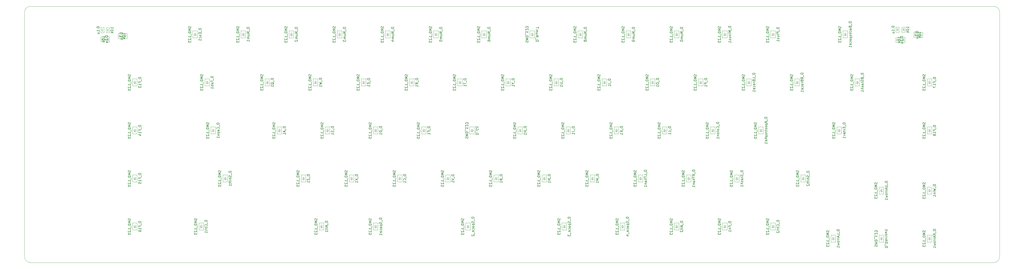
<source format=gbr>
%TF.GenerationSoftware,KiCad,Pcbnew,(5.1.9)-1*%
%TF.CreationDate,2021-05-03T17:40:34-07:00*%
%TF.ProjectId,USKB Final,55534b42-2046-4696-9e61-6c2e6b696361,rev?*%
%TF.SameCoordinates,Original*%
%TF.FileFunction,Other,Fab,Bot*%
%FSLAX46Y46*%
G04 Gerber Fmt 4.6, Leading zero omitted, Abs format (unit mm)*
G04 Created by KiCad (PCBNEW (5.1.9)-1) date 2021-05-03 17:40:34*
%MOMM*%
%LPD*%
G01*
G04 APERTURE LIST*
%TA.AperFunction,Profile*%
%ADD10C,0.050000*%
%TD*%
%ADD11C,0.100000*%
%ADD12C,0.150000*%
%ADD13C,0.080000*%
G04 APERTURE END LIST*
D10*
X19050000Y-25400000D02*
X400050000Y-25400000D01*
X19050000Y-127000000D02*
X19843750Y-127000000D01*
X19050000Y-127000000D02*
G75*
G02*
X16668750Y-124618750I0J2381250D01*
G01*
X16668750Y-27781250D02*
X16668750Y-124618750D01*
X16668750Y-27781250D02*
G75*
G02*
X19050000Y-25400000I2381250J0D01*
G01*
X400050000Y-127000000D02*
X19843750Y-127000000D01*
X402431250Y-124618750D02*
G75*
G02*
X400050000Y-127000000I-2381250J0D01*
G01*
X402431250Y-27781250D02*
X402431250Y-124618750D01*
X400050000Y-25400000D02*
G75*
G02*
X402431250Y-27781250I0J-2381250D01*
G01*
D11*
%TO.C,R1*%
X364988000Y-35639250D02*
X364988000Y-33639250D01*
X363738000Y-35639250D02*
X364988000Y-35639250D01*
X363738000Y-33639250D02*
X363738000Y-35639250D01*
X364988000Y-33639250D02*
X363738000Y-33639250D01*
%TO.C,R2*%
X363738000Y-37703250D02*
X363738000Y-39703250D01*
X364988000Y-37703250D02*
X363738000Y-37703250D01*
X364988000Y-39703250D02*
X364988000Y-37703250D01*
X363738000Y-39703250D02*
X364988000Y-39703250D01*
%TO.C,R3*%
X369687000Y-37694750D02*
X369687000Y-35694750D01*
X368437000Y-37694750D02*
X369687000Y-37694750D01*
X368437000Y-35694750D02*
X368437000Y-37694750D01*
X369687000Y-35694750D02*
X368437000Y-35694750D01*
%TO.C,C3*%
X370723000Y-35737250D02*
X370723000Y-37737250D01*
X371973000Y-35737250D02*
X370723000Y-35737250D01*
X371973000Y-37737250D02*
X371973000Y-35737250D01*
X370723000Y-37737250D02*
X371973000Y-37737250D01*
%TO.C,C2*%
X362575000Y-39703250D02*
X362575000Y-37703250D01*
X361325000Y-39703250D02*
X362575000Y-39703250D01*
X361325000Y-37703250D02*
X361325000Y-39703250D01*
X362575000Y-37703250D02*
X361325000Y-37703250D01*
%TO.C,C1*%
X361325000Y-33639250D02*
X361325000Y-35639250D01*
X362575000Y-33639250D02*
X361325000Y-33639250D01*
X362575000Y-35639250D02*
X362575000Y-33639250D01*
X361325000Y-35639250D02*
X362575000Y-35639250D01*
%TO.C,R6*%
X54981000Y-38179250D02*
X54981000Y-36179250D01*
X53731000Y-38179250D02*
X54981000Y-38179250D01*
X53731000Y-36179250D02*
X53731000Y-38179250D01*
X54981000Y-36179250D02*
X53731000Y-36179250D01*
%TO.C,R5*%
X49026920Y-37444170D02*
X49026920Y-39444170D01*
X50276920Y-37444170D02*
X49026920Y-37444170D01*
X50276920Y-39444170D02*
X50276920Y-37444170D01*
X49026920Y-39444170D02*
X50276920Y-39444170D01*
%TO.C,R4*%
X50276920Y-35867850D02*
X50276920Y-33867850D01*
X49026920Y-35867850D02*
X50276920Y-35867850D01*
X49026920Y-33867850D02*
X49026920Y-35867850D01*
X50276920Y-33867850D02*
X49026920Y-33867850D01*
%TO.C,D_Z1*%
X127900000Y-95062500D02*
X127900000Y-92262500D01*
X127900000Y-92262500D02*
X126100000Y-92262500D01*
X126100000Y-92262500D02*
X126100000Y-95062500D01*
X126100000Y-95062500D02*
X127900000Y-95062500D01*
X127000000Y-94412500D02*
X127000000Y-94012500D01*
X127000000Y-94012500D02*
X127550000Y-94012500D01*
X127000000Y-94012500D02*
X126450000Y-94012500D01*
X127000000Y-94012500D02*
X127400000Y-93412500D01*
X127400000Y-93412500D02*
X126600000Y-93412500D01*
X126600000Y-93412500D02*
X127000000Y-94012500D01*
X127000000Y-93412500D02*
X127000000Y-92912500D01*
%TO.C,D_Y1*%
X208862500Y-56962500D02*
X208862500Y-54162500D01*
X208862500Y-54162500D02*
X207062500Y-54162500D01*
X207062500Y-54162500D02*
X207062500Y-56962500D01*
X207062500Y-56962500D02*
X208862500Y-56962500D01*
X207962500Y-56312500D02*
X207962500Y-55912500D01*
X207962500Y-55912500D02*
X208512500Y-55912500D01*
X207962500Y-55912500D02*
X207412500Y-55912500D01*
X207962500Y-55912500D02*
X208362500Y-55312500D01*
X208362500Y-55312500D02*
X207562500Y-55312500D01*
X207562500Y-55312500D02*
X207962500Y-55912500D01*
X207962500Y-55312500D02*
X207962500Y-54812500D01*
%TO.C,D_X1*%
X146950000Y-95062500D02*
X146950000Y-92262500D01*
X146950000Y-92262500D02*
X145150000Y-92262500D01*
X145150000Y-92262500D02*
X145150000Y-95062500D01*
X145150000Y-95062500D02*
X146950000Y-95062500D01*
X146050000Y-94412500D02*
X146050000Y-94012500D01*
X146050000Y-94012500D02*
X146600000Y-94012500D01*
X146050000Y-94012500D02*
X145500000Y-94012500D01*
X146050000Y-94012500D02*
X146450000Y-93412500D01*
X146450000Y-93412500D02*
X145650000Y-93412500D01*
X145650000Y-93412500D02*
X146050000Y-94012500D01*
X146050000Y-93412500D02*
X146050000Y-92912500D01*
%TO.C,D_Win1*%
X375550000Y-99825000D02*
X375550000Y-97025000D01*
X375550000Y-97025000D02*
X373750000Y-97025000D01*
X373750000Y-97025000D02*
X373750000Y-99825000D01*
X373750000Y-99825000D02*
X375550000Y-99825000D01*
X374650000Y-99175000D02*
X374650000Y-98775000D01*
X374650000Y-98775000D02*
X375200000Y-98775000D01*
X374650000Y-98775000D02*
X374100000Y-98775000D01*
X374650000Y-98775000D02*
X375050000Y-98175000D01*
X375050000Y-98175000D02*
X374250000Y-98175000D01*
X374250000Y-98175000D02*
X374650000Y-98775000D01*
X374650000Y-98175000D02*
X374650000Y-97675000D01*
%TO.C,D_W1*%
X132662500Y-56962500D02*
X132662500Y-54162500D01*
X132662500Y-54162500D02*
X130862500Y-54162500D01*
X130862500Y-54162500D02*
X130862500Y-56962500D01*
X130862500Y-56962500D02*
X132662500Y-56962500D01*
X131762500Y-56312500D02*
X131762500Y-55912500D01*
X131762500Y-55912500D02*
X132312500Y-55912500D01*
X131762500Y-55912500D02*
X131212500Y-55912500D01*
X131762500Y-55912500D02*
X132162500Y-55312500D01*
X132162500Y-55312500D02*
X131362500Y-55312500D01*
X131362500Y-55312500D02*
X131762500Y-55912500D01*
X131762500Y-55312500D02*
X131762500Y-54812500D01*
%TO.C,D_V1*%
X185050000Y-95062500D02*
X185050000Y-92262500D01*
X185050000Y-92262500D02*
X183250000Y-92262500D01*
X183250000Y-92262500D02*
X183250000Y-95062500D01*
X183250000Y-95062500D02*
X185050000Y-95062500D01*
X184150000Y-94412500D02*
X184150000Y-94012500D01*
X184150000Y-94012500D02*
X184700000Y-94012500D01*
X184150000Y-94012500D02*
X183600000Y-94012500D01*
X184150000Y-94012500D02*
X184550000Y-93412500D01*
X184550000Y-93412500D02*
X183750000Y-93412500D01*
X183750000Y-93412500D02*
X184150000Y-94012500D01*
X184150000Y-93412500D02*
X184150000Y-92912500D01*
%TO.C,D_UArrow1*%
X356500000Y-99825000D02*
X356500000Y-97025000D01*
X356500000Y-97025000D02*
X354700000Y-97025000D01*
X354700000Y-97025000D02*
X354700000Y-99825000D01*
X354700000Y-99825000D02*
X356500000Y-99825000D01*
X355600000Y-99175000D02*
X355600000Y-98775000D01*
X355600000Y-98775000D02*
X356150000Y-98775000D01*
X355600000Y-98775000D02*
X355050000Y-98775000D01*
X355600000Y-98775000D02*
X356000000Y-98175000D01*
X356000000Y-98175000D02*
X355200000Y-98175000D01*
X355200000Y-98175000D02*
X355600000Y-98775000D01*
X355600000Y-98175000D02*
X355600000Y-97675000D01*
%TO.C,D_U1*%
X227912500Y-56962500D02*
X227912500Y-54162500D01*
X227912500Y-54162500D02*
X226112500Y-54162500D01*
X226112500Y-54162500D02*
X226112500Y-56962500D01*
X226112500Y-56962500D02*
X227912500Y-56962500D01*
X227012500Y-56312500D02*
X227012500Y-55912500D01*
X227012500Y-55912500D02*
X227562500Y-55912500D01*
X227012500Y-55912500D02*
X226462500Y-55912500D01*
X227012500Y-55912500D02*
X227412500Y-55312500D01*
X227412500Y-55312500D02*
X226612500Y-55312500D01*
X226612500Y-55312500D02*
X227012500Y-55912500D01*
X227012500Y-55312500D02*
X227012500Y-54812500D01*
%TO.C,D_Tab1*%
X89800000Y-56962500D02*
X89800000Y-54162500D01*
X89800000Y-54162500D02*
X88000000Y-54162500D01*
X88000000Y-54162500D02*
X88000000Y-56962500D01*
X88000000Y-56962500D02*
X89800000Y-56962500D01*
X88900000Y-56312500D02*
X88900000Y-55912500D01*
X88900000Y-55912500D02*
X89450000Y-55912500D01*
X88900000Y-55912500D02*
X88350000Y-55912500D01*
X88900000Y-55912500D02*
X89300000Y-55312500D01*
X89300000Y-55312500D02*
X88500000Y-55312500D01*
X88500000Y-55312500D02*
X88900000Y-55912500D01*
X88900000Y-55312500D02*
X88900000Y-54812500D01*
%TO.C,D_T1*%
X189812500Y-56962500D02*
X189812500Y-54162500D01*
X189812500Y-54162500D02*
X188012500Y-54162500D01*
X188012500Y-54162500D02*
X188012500Y-56962500D01*
X188012500Y-56962500D02*
X189812500Y-56962500D01*
X188912500Y-56312500D02*
X188912500Y-55912500D01*
X188912500Y-55912500D02*
X189462500Y-55912500D01*
X188912500Y-55912500D02*
X188362500Y-55912500D01*
X188912500Y-55912500D02*
X189312500Y-55312500D01*
X189312500Y-55312500D02*
X188512500Y-55312500D01*
X188512500Y-55312500D02*
X188912500Y-55912500D01*
X188912500Y-55312500D02*
X188912500Y-54812500D01*
%TO.C,D_Space_4*%
X254106250Y-114112500D02*
X254106250Y-111312500D01*
X254106250Y-111312500D02*
X252306250Y-111312500D01*
X252306250Y-111312500D02*
X252306250Y-114112500D01*
X252306250Y-114112500D02*
X254106250Y-114112500D01*
X253206250Y-113462500D02*
X253206250Y-113062500D01*
X253206250Y-113062500D02*
X253756250Y-113062500D01*
X253206250Y-113062500D02*
X252656250Y-113062500D01*
X253206250Y-113062500D02*
X253606250Y-112462500D01*
X253606250Y-112462500D02*
X252806250Y-112462500D01*
X252806250Y-112462500D02*
X253206250Y-113062500D01*
X253206250Y-112462500D02*
X253206250Y-111962500D01*
%TO.C,D_Space_3*%
X231087500Y-114112500D02*
X231087500Y-111312500D01*
X231087500Y-111312500D02*
X229287500Y-111312500D01*
X229287500Y-111312500D02*
X229287500Y-114112500D01*
X229287500Y-114112500D02*
X231087500Y-114112500D01*
X230187500Y-113462500D02*
X230187500Y-113062500D01*
X230187500Y-113062500D02*
X230737500Y-113062500D01*
X230187500Y-113062500D02*
X229637500Y-113062500D01*
X230187500Y-113062500D02*
X230587500Y-112462500D01*
X230587500Y-112462500D02*
X229787500Y-112462500D01*
X229787500Y-112462500D02*
X230187500Y-113062500D01*
X230187500Y-112462500D02*
X230187500Y-111962500D01*
%TO.C,D_Space_2*%
X192987500Y-114112500D02*
X192987500Y-111312500D01*
X192987500Y-111312500D02*
X191187500Y-111312500D01*
X191187500Y-111312500D02*
X191187500Y-114112500D01*
X191187500Y-114112500D02*
X192987500Y-114112500D01*
X192087500Y-113462500D02*
X192087500Y-113062500D01*
X192087500Y-113062500D02*
X192637500Y-113062500D01*
X192087500Y-113062500D02*
X191537500Y-113062500D01*
X192087500Y-113062500D02*
X192487500Y-112462500D01*
X192487500Y-112462500D02*
X191687500Y-112462500D01*
X191687500Y-112462500D02*
X192087500Y-113062500D01*
X192087500Y-112462500D02*
X192087500Y-111962500D01*
%TO.C,D_Space1*%
X156475000Y-114112500D02*
X156475000Y-111312500D01*
X156475000Y-111312500D02*
X154675000Y-111312500D01*
X154675000Y-111312500D02*
X154675000Y-114112500D01*
X154675000Y-114112500D02*
X156475000Y-114112500D01*
X155575000Y-113462500D02*
X155575000Y-113062500D01*
X155575000Y-113062500D02*
X156125000Y-113062500D01*
X155575000Y-113062500D02*
X155025000Y-113062500D01*
X155575000Y-113062500D02*
X155975000Y-112462500D01*
X155975000Y-112462500D02*
X155175000Y-112462500D01*
X155175000Y-112462500D02*
X155575000Y-113062500D01*
X155575000Y-112462500D02*
X155575000Y-111962500D01*
%TO.C,D_Slash1*%
X299350000Y-95062500D02*
X299350000Y-92262500D01*
X299350000Y-92262500D02*
X297550000Y-92262500D01*
X297550000Y-92262500D02*
X297550000Y-95062500D01*
X297550000Y-95062500D02*
X299350000Y-95062500D01*
X298450000Y-94412500D02*
X298450000Y-94012500D01*
X298450000Y-94012500D02*
X299000000Y-94012500D01*
X298450000Y-94012500D02*
X297900000Y-94012500D01*
X298450000Y-94012500D02*
X298850000Y-93412500D01*
X298850000Y-93412500D02*
X298050000Y-93412500D01*
X298050000Y-93412500D02*
X298450000Y-94012500D01*
X298450000Y-93412500D02*
X298450000Y-92912500D01*
%TO.C,D_Shift2*%
X325543750Y-95062500D02*
X325543750Y-92262500D01*
X325543750Y-92262500D02*
X323743750Y-92262500D01*
X323743750Y-92262500D02*
X323743750Y-95062500D01*
X323743750Y-95062500D02*
X325543750Y-95062500D01*
X324643750Y-94412500D02*
X324643750Y-94012500D01*
X324643750Y-94012500D02*
X325193750Y-94012500D01*
X324643750Y-94012500D02*
X324093750Y-94012500D01*
X324643750Y-94012500D02*
X325043750Y-93412500D01*
X325043750Y-93412500D02*
X324243750Y-93412500D01*
X324243750Y-93412500D02*
X324643750Y-94012500D01*
X324643750Y-93412500D02*
X324643750Y-92912500D01*
%TO.C,D_Shift1*%
X96943750Y-95062500D02*
X96943750Y-92262500D01*
X96943750Y-92262500D02*
X95143750Y-92262500D01*
X95143750Y-92262500D02*
X95143750Y-95062500D01*
X95143750Y-95062500D02*
X96943750Y-95062500D01*
X96043750Y-94412500D02*
X96043750Y-94012500D01*
X96043750Y-94012500D02*
X96593750Y-94012500D01*
X96043750Y-94012500D02*
X95493750Y-94012500D01*
X96043750Y-94012500D02*
X96443750Y-93412500D01*
X96443750Y-93412500D02*
X95643750Y-93412500D01*
X95643750Y-93412500D02*
X96043750Y-94012500D01*
X96043750Y-93412500D02*
X96043750Y-92912500D01*
%TO.C,D_S1*%
X137425000Y-76012500D02*
X137425000Y-73212500D01*
X137425000Y-73212500D02*
X135625000Y-73212500D01*
X135625000Y-73212500D02*
X135625000Y-76012500D01*
X135625000Y-76012500D02*
X137425000Y-76012500D01*
X136525000Y-75362500D02*
X136525000Y-74962500D01*
X136525000Y-74962500D02*
X137075000Y-74962500D01*
X136525000Y-74962500D02*
X135975000Y-74962500D01*
X136525000Y-74962500D02*
X136925000Y-74362500D01*
X136925000Y-74362500D02*
X136125000Y-74362500D01*
X136125000Y-74362500D02*
X136525000Y-74962500D01*
X136525000Y-74362500D02*
X136525000Y-73862500D01*
%TO.C,D_RThan1*%
X280300000Y-95062500D02*
X280300000Y-92262500D01*
X280300000Y-92262500D02*
X278500000Y-92262500D01*
X278500000Y-92262500D02*
X278500000Y-95062500D01*
X278500000Y-95062500D02*
X280300000Y-95062500D01*
X279400000Y-94412500D02*
X279400000Y-94012500D01*
X279400000Y-94012500D02*
X279950000Y-94012500D01*
X279400000Y-94012500D02*
X278850000Y-94012500D01*
X279400000Y-94012500D02*
X279800000Y-93412500D01*
X279800000Y-93412500D02*
X279000000Y-93412500D01*
X279000000Y-93412500D02*
X279400000Y-94012500D01*
X279400000Y-93412500D02*
X279400000Y-92912500D01*
%TO.C,D_RBrace1*%
X323162500Y-56962500D02*
X323162500Y-54162500D01*
X323162500Y-54162500D02*
X321362500Y-54162500D01*
X321362500Y-54162500D02*
X321362500Y-56962500D01*
X321362500Y-56962500D02*
X323162500Y-56962500D01*
X322262500Y-56312500D02*
X322262500Y-55912500D01*
X322262500Y-55912500D02*
X322812500Y-55912500D01*
X322262500Y-55912500D02*
X321712500Y-55912500D01*
X322262500Y-55912500D02*
X322662500Y-55312500D01*
X322662500Y-55312500D02*
X321862500Y-55312500D01*
X321862500Y-55312500D02*
X322262500Y-55912500D01*
X322262500Y-55312500D02*
X322262500Y-54812500D01*
%TO.C,D_RArrow1*%
X375550000Y-118875000D02*
X375550000Y-116075000D01*
X375550000Y-116075000D02*
X373750000Y-116075000D01*
X373750000Y-116075000D02*
X373750000Y-118875000D01*
X373750000Y-118875000D02*
X375550000Y-118875000D01*
X374650000Y-118225000D02*
X374650000Y-117825000D01*
X374650000Y-117825000D02*
X375200000Y-117825000D01*
X374650000Y-117825000D02*
X374100000Y-117825000D01*
X374650000Y-117825000D02*
X375050000Y-117225000D01*
X375050000Y-117225000D02*
X374250000Y-117225000D01*
X374250000Y-117225000D02*
X374650000Y-117825000D01*
X374650000Y-117225000D02*
X374650000Y-116725000D01*
%TO.C,D_R1*%
X170762500Y-56962500D02*
X170762500Y-54162500D01*
X170762500Y-54162500D02*
X168962500Y-54162500D01*
X168962500Y-54162500D02*
X168962500Y-56962500D01*
X168962500Y-56962500D02*
X170762500Y-56962500D01*
X169862500Y-56312500D02*
X169862500Y-55912500D01*
X169862500Y-55912500D02*
X170412500Y-55912500D01*
X169862500Y-55912500D02*
X169312500Y-55912500D01*
X169862500Y-55912500D02*
X170262500Y-55312500D01*
X170262500Y-55312500D02*
X169462500Y-55312500D01*
X169462500Y-55312500D02*
X169862500Y-55912500D01*
X169862500Y-55312500D02*
X169862500Y-54812500D01*
%TO.C,D_Q1*%
X113612500Y-56962500D02*
X113612500Y-54162500D01*
X113612500Y-54162500D02*
X111812500Y-54162500D01*
X111812500Y-54162500D02*
X111812500Y-56962500D01*
X111812500Y-56962500D02*
X113612500Y-56962500D01*
X112712500Y-56312500D02*
X112712500Y-55912500D01*
X112712500Y-55912500D02*
X113262500Y-55912500D01*
X112712500Y-55912500D02*
X112162500Y-55912500D01*
X112712500Y-55912500D02*
X113112500Y-55312500D01*
X113112500Y-55312500D02*
X112312500Y-55312500D01*
X112312500Y-55312500D02*
X112712500Y-55912500D01*
X112712500Y-55312500D02*
X112712500Y-54812500D01*
%TO.C,D_Plus1*%
X313637500Y-37912500D02*
X313637500Y-35112500D01*
X313637500Y-35112500D02*
X311837500Y-35112500D01*
X311837500Y-35112500D02*
X311837500Y-37912500D01*
X311837500Y-37912500D02*
X313637500Y-37912500D01*
X312737500Y-37262500D02*
X312737500Y-36862500D01*
X312737500Y-36862500D02*
X313287500Y-36862500D01*
X312737500Y-36862500D02*
X312187500Y-36862500D01*
X312737500Y-36862500D02*
X313137500Y-36262500D01*
X313137500Y-36262500D02*
X312337500Y-36262500D01*
X312337500Y-36262500D02*
X312737500Y-36862500D01*
X312737500Y-36262500D02*
X312737500Y-35762500D01*
%TO.C,D_P1*%
X285062500Y-56962500D02*
X285062500Y-54162500D01*
X285062500Y-54162500D02*
X283262500Y-54162500D01*
X283262500Y-54162500D02*
X283262500Y-56962500D01*
X283262500Y-56962500D02*
X285062500Y-56962500D01*
X284162500Y-56312500D02*
X284162500Y-55912500D01*
X284162500Y-55912500D02*
X284712500Y-55912500D01*
X284162500Y-55912500D02*
X283612500Y-55912500D01*
X284162500Y-55912500D02*
X284562500Y-55312500D01*
X284562500Y-55312500D02*
X283762500Y-55312500D01*
X283762500Y-55312500D02*
X284162500Y-55912500D01*
X284162500Y-55312500D02*
X284162500Y-54812500D01*
%TO.C,D_O1*%
X266012500Y-56962500D02*
X266012500Y-54162500D01*
X266012500Y-54162500D02*
X264212500Y-54162500D01*
X264212500Y-54162500D02*
X264212500Y-56962500D01*
X264212500Y-56962500D02*
X266012500Y-56962500D01*
X265112500Y-56312500D02*
X265112500Y-55912500D01*
X265112500Y-55912500D02*
X265662500Y-55912500D01*
X265112500Y-55912500D02*
X264562500Y-55912500D01*
X265112500Y-55912500D02*
X265512500Y-55312500D01*
X265512500Y-55312500D02*
X264712500Y-55312500D01*
X264712500Y-55312500D02*
X265112500Y-55912500D01*
X265112500Y-55312500D02*
X265112500Y-54812500D01*
%TO.C,D_Num9*%
X256487500Y-37912500D02*
X256487500Y-35112500D01*
X256487500Y-35112500D02*
X254687500Y-35112500D01*
X254687500Y-35112500D02*
X254687500Y-37912500D01*
X254687500Y-37912500D02*
X256487500Y-37912500D01*
X255587500Y-37262500D02*
X255587500Y-36862500D01*
X255587500Y-36862500D02*
X256137500Y-36862500D01*
X255587500Y-36862500D02*
X255037500Y-36862500D01*
X255587500Y-36862500D02*
X255987500Y-36262500D01*
X255987500Y-36262500D02*
X255187500Y-36262500D01*
X255187500Y-36262500D02*
X255587500Y-36862500D01*
X255587500Y-36262500D02*
X255587500Y-35762500D01*
%TO.C,D_Num8*%
X237437500Y-37912500D02*
X237437500Y-35112500D01*
X237437500Y-35112500D02*
X235637500Y-35112500D01*
X235637500Y-35112500D02*
X235637500Y-37912500D01*
X235637500Y-37912500D02*
X237437500Y-37912500D01*
X236537500Y-37262500D02*
X236537500Y-36862500D01*
X236537500Y-36862500D02*
X237087500Y-36862500D01*
X236537500Y-36862500D02*
X235987500Y-36862500D01*
X236537500Y-36862500D02*
X236937500Y-36262500D01*
X236937500Y-36262500D02*
X236137500Y-36262500D01*
X236137500Y-36262500D02*
X236537500Y-36862500D01*
X236537500Y-36262500D02*
X236537500Y-35762500D01*
%TO.C,D_Num7*%
X218387500Y-37912500D02*
X218387500Y-35112500D01*
X218387500Y-35112500D02*
X216587500Y-35112500D01*
X216587500Y-35112500D02*
X216587500Y-37912500D01*
X216587500Y-37912500D02*
X218387500Y-37912500D01*
X217487500Y-37262500D02*
X217487500Y-36862500D01*
X217487500Y-36862500D02*
X218037500Y-36862500D01*
X217487500Y-36862500D02*
X216937500Y-36862500D01*
X217487500Y-36862500D02*
X217887500Y-36262500D01*
X217887500Y-36262500D02*
X217087500Y-36262500D01*
X217087500Y-36262500D02*
X217487500Y-36862500D01*
X217487500Y-36262500D02*
X217487500Y-35762500D01*
%TO.C,D_Num6*%
X199337500Y-37912500D02*
X199337500Y-35112500D01*
X199337500Y-35112500D02*
X197537500Y-35112500D01*
X197537500Y-35112500D02*
X197537500Y-37912500D01*
X197537500Y-37912500D02*
X199337500Y-37912500D01*
X198437500Y-37262500D02*
X198437500Y-36862500D01*
X198437500Y-36862500D02*
X198987500Y-36862500D01*
X198437500Y-36862500D02*
X197887500Y-36862500D01*
X198437500Y-36862500D02*
X198837500Y-36262500D01*
X198837500Y-36262500D02*
X198037500Y-36262500D01*
X198037500Y-36262500D02*
X198437500Y-36862500D01*
X198437500Y-36262500D02*
X198437500Y-35762500D01*
%TO.C,D_Num5*%
X180287500Y-37912500D02*
X180287500Y-35112500D01*
X180287500Y-35112500D02*
X178487500Y-35112500D01*
X178487500Y-35112500D02*
X178487500Y-37912500D01*
X178487500Y-37912500D02*
X180287500Y-37912500D01*
X179387500Y-37262500D02*
X179387500Y-36862500D01*
X179387500Y-36862500D02*
X179937500Y-36862500D01*
X179387500Y-36862500D02*
X178837500Y-36862500D01*
X179387500Y-36862500D02*
X179787500Y-36262500D01*
X179787500Y-36262500D02*
X178987500Y-36262500D01*
X178987500Y-36262500D02*
X179387500Y-36862500D01*
X179387500Y-36262500D02*
X179387500Y-35762500D01*
%TO.C,D_Num4*%
X161237500Y-37912500D02*
X161237500Y-35112500D01*
X161237500Y-35112500D02*
X159437500Y-35112500D01*
X159437500Y-35112500D02*
X159437500Y-37912500D01*
X159437500Y-37912500D02*
X161237500Y-37912500D01*
X160337500Y-37262500D02*
X160337500Y-36862500D01*
X160337500Y-36862500D02*
X160887500Y-36862500D01*
X160337500Y-36862500D02*
X159787500Y-36862500D01*
X160337500Y-36862500D02*
X160737500Y-36262500D01*
X160737500Y-36262500D02*
X159937500Y-36262500D01*
X159937500Y-36262500D02*
X160337500Y-36862500D01*
X160337500Y-36262500D02*
X160337500Y-35762500D01*
%TO.C,D_Num3*%
X142187500Y-37912500D02*
X142187500Y-35112500D01*
X142187500Y-35112500D02*
X140387500Y-35112500D01*
X140387500Y-35112500D02*
X140387500Y-37912500D01*
X140387500Y-37912500D02*
X142187500Y-37912500D01*
X141287500Y-37262500D02*
X141287500Y-36862500D01*
X141287500Y-36862500D02*
X141837500Y-36862500D01*
X141287500Y-36862500D02*
X140737500Y-36862500D01*
X141287500Y-36862500D02*
X141687500Y-36262500D01*
X141687500Y-36262500D02*
X140887500Y-36262500D01*
X140887500Y-36262500D02*
X141287500Y-36862500D01*
X141287500Y-36262500D02*
X141287500Y-35762500D01*
%TO.C,D_Num2*%
X123137500Y-37912500D02*
X123137500Y-35112500D01*
X123137500Y-35112500D02*
X121337500Y-35112500D01*
X121337500Y-35112500D02*
X121337500Y-37912500D01*
X121337500Y-37912500D02*
X123137500Y-37912500D01*
X122237500Y-37262500D02*
X122237500Y-36862500D01*
X122237500Y-36862500D02*
X122787500Y-36862500D01*
X122237500Y-36862500D02*
X121687500Y-36862500D01*
X122237500Y-36862500D02*
X122637500Y-36262500D01*
X122637500Y-36262500D02*
X121837500Y-36262500D01*
X121837500Y-36262500D02*
X122237500Y-36862500D01*
X122237500Y-36262500D02*
X122237500Y-35762500D01*
%TO.C,D_Num1*%
X104087500Y-37912500D02*
X104087500Y-35112500D01*
X104087500Y-35112500D02*
X102287500Y-35112500D01*
X102287500Y-35112500D02*
X102287500Y-37912500D01*
X102287500Y-37912500D02*
X104087500Y-37912500D01*
X103187500Y-37262500D02*
X103187500Y-36862500D01*
X103187500Y-36862500D02*
X103737500Y-36862500D01*
X103187500Y-36862500D02*
X102637500Y-36862500D01*
X103187500Y-36862500D02*
X103587500Y-36262500D01*
X103587500Y-36262500D02*
X102787500Y-36262500D01*
X102787500Y-36262500D02*
X103187500Y-36862500D01*
X103187500Y-36262500D02*
X103187500Y-35762500D01*
%TO.C,D_Num0*%
X275537500Y-37912500D02*
X275537500Y-35112500D01*
X275537500Y-35112500D02*
X273737500Y-35112500D01*
X273737500Y-35112500D02*
X273737500Y-37912500D01*
X273737500Y-37912500D02*
X275537500Y-37912500D01*
X274637500Y-37262500D02*
X274637500Y-36862500D01*
X274637500Y-36862500D02*
X275187500Y-36862500D01*
X274637500Y-36862500D02*
X274087500Y-36862500D01*
X274637500Y-36862500D02*
X275037500Y-36262500D01*
X275037500Y-36262500D02*
X274237500Y-36262500D01*
X274237500Y-36262500D02*
X274637500Y-36862500D01*
X274637500Y-36262500D02*
X274637500Y-35762500D01*
%TO.C,D_N1*%
X223150000Y-95062500D02*
X223150000Y-92262500D01*
X223150000Y-92262500D02*
X221350000Y-92262500D01*
X221350000Y-92262500D02*
X221350000Y-95062500D01*
X221350000Y-95062500D02*
X223150000Y-95062500D01*
X222250000Y-94412500D02*
X222250000Y-94012500D01*
X222250000Y-94012500D02*
X222800000Y-94012500D01*
X222250000Y-94012500D02*
X221700000Y-94012500D01*
X222250000Y-94012500D02*
X222650000Y-93412500D01*
X222650000Y-93412500D02*
X221850000Y-93412500D01*
X221850000Y-93412500D02*
X222250000Y-94012500D01*
X222250000Y-93412500D02*
X222250000Y-92912500D01*
%TO.C,D_Minus1*%
X294587500Y-37912500D02*
X294587500Y-35112500D01*
X294587500Y-35112500D02*
X292787500Y-35112500D01*
X292787500Y-35112500D02*
X292787500Y-37912500D01*
X292787500Y-37912500D02*
X294587500Y-37912500D01*
X293687500Y-37262500D02*
X293687500Y-36862500D01*
X293687500Y-36862500D02*
X294237500Y-36862500D01*
X293687500Y-36862500D02*
X293137500Y-36862500D01*
X293687500Y-36862500D02*
X294087500Y-36262500D01*
X294087500Y-36262500D02*
X293287500Y-36262500D01*
X293287500Y-36262500D02*
X293687500Y-36862500D01*
X293687500Y-36262500D02*
X293687500Y-35762500D01*
%TO.C,D_M1*%
X242200000Y-95062500D02*
X242200000Y-92262500D01*
X242200000Y-92262500D02*
X240400000Y-92262500D01*
X240400000Y-92262500D02*
X240400000Y-95062500D01*
X240400000Y-95062500D02*
X242200000Y-95062500D01*
X241300000Y-94412500D02*
X241300000Y-94012500D01*
X241300000Y-94012500D02*
X241850000Y-94012500D01*
X241300000Y-94012500D02*
X240750000Y-94012500D01*
X241300000Y-94012500D02*
X241700000Y-93412500D01*
X241700000Y-93412500D02*
X240900000Y-93412500D01*
X240900000Y-93412500D02*
X241300000Y-94012500D01*
X241300000Y-93412500D02*
X241300000Y-92912500D01*
%TO.C,D_LThan1*%
X261250000Y-95062500D02*
X261250000Y-92262500D01*
X261250000Y-92262500D02*
X259450000Y-92262500D01*
X259450000Y-92262500D02*
X259450000Y-95062500D01*
X259450000Y-95062500D02*
X261250000Y-95062500D01*
X260350000Y-94412500D02*
X260350000Y-94012500D01*
X260350000Y-94012500D02*
X260900000Y-94012500D01*
X260350000Y-94012500D02*
X259800000Y-94012500D01*
X260350000Y-94012500D02*
X260750000Y-93412500D01*
X260750000Y-93412500D02*
X259950000Y-93412500D01*
X259950000Y-93412500D02*
X260350000Y-94012500D01*
X260350000Y-93412500D02*
X260350000Y-92912500D01*
%TO.C,D_LBrace1*%
X304112500Y-56962500D02*
X304112500Y-54162500D01*
X304112500Y-54162500D02*
X302312500Y-54162500D01*
X302312500Y-54162500D02*
X302312500Y-56962500D01*
X302312500Y-56962500D02*
X304112500Y-56962500D01*
X303212500Y-56312500D02*
X303212500Y-55912500D01*
X303212500Y-55912500D02*
X303762500Y-55912500D01*
X303212500Y-55912500D02*
X302662500Y-55912500D01*
X303212500Y-55912500D02*
X303612500Y-55312500D01*
X303612500Y-55312500D02*
X302812500Y-55312500D01*
X302812500Y-55312500D02*
X303212500Y-55912500D01*
X303212500Y-55312500D02*
X303212500Y-54812500D01*
%TO.C,D_LArrow1*%
X337450000Y-118875000D02*
X337450000Y-116075000D01*
X337450000Y-116075000D02*
X335650000Y-116075000D01*
X335650000Y-116075000D02*
X335650000Y-118875000D01*
X335650000Y-118875000D02*
X337450000Y-118875000D01*
X336550000Y-118225000D02*
X336550000Y-117825000D01*
X336550000Y-117825000D02*
X337100000Y-117825000D01*
X336550000Y-117825000D02*
X336000000Y-117825000D01*
X336550000Y-117825000D02*
X336950000Y-117225000D01*
X336950000Y-117225000D02*
X336150000Y-117225000D01*
X336150000Y-117225000D02*
X336550000Y-117825000D01*
X336550000Y-117225000D02*
X336550000Y-116725000D01*
%TO.C,D_L1*%
X270775000Y-76012500D02*
X270775000Y-73212500D01*
X270775000Y-73212500D02*
X268975000Y-73212500D01*
X268975000Y-73212500D02*
X268975000Y-76012500D01*
X268975000Y-76012500D02*
X270775000Y-76012500D01*
X269875000Y-75362500D02*
X269875000Y-74962500D01*
X269875000Y-74962500D02*
X270425000Y-74962500D01*
X269875000Y-74962500D02*
X269325000Y-74962500D01*
X269875000Y-74962500D02*
X270275000Y-74362500D01*
X270275000Y-74362500D02*
X269475000Y-74362500D01*
X269475000Y-74362500D02*
X269875000Y-74962500D01*
X269875000Y-74362500D02*
X269875000Y-73862500D01*
%TO.C,D_K1*%
X251725000Y-76012500D02*
X251725000Y-73212500D01*
X251725000Y-73212500D02*
X249925000Y-73212500D01*
X249925000Y-73212500D02*
X249925000Y-76012500D01*
X249925000Y-76012500D02*
X251725000Y-76012500D01*
X250825000Y-75362500D02*
X250825000Y-74962500D01*
X250825000Y-74962500D02*
X251375000Y-74962500D01*
X250825000Y-74962500D02*
X250275000Y-74962500D01*
X250825000Y-74962500D02*
X251225000Y-74362500D01*
X251225000Y-74362500D02*
X250425000Y-74362500D01*
X250425000Y-74362500D02*
X250825000Y-74962500D01*
X250825000Y-74362500D02*
X250825000Y-73862500D01*
%TO.C,D_J1*%
X232675000Y-76012500D02*
X232675000Y-73212500D01*
X232675000Y-73212500D02*
X230875000Y-73212500D01*
X230875000Y-73212500D02*
X230875000Y-76012500D01*
X230875000Y-76012500D02*
X232675000Y-76012500D01*
X231775000Y-75362500D02*
X231775000Y-74962500D01*
X231775000Y-74962500D02*
X232325000Y-74962500D01*
X231775000Y-74962500D02*
X231225000Y-74962500D01*
X231775000Y-74962500D02*
X232175000Y-74362500D01*
X232175000Y-74362500D02*
X231375000Y-74362500D01*
X231375000Y-74362500D02*
X231775000Y-74962500D01*
X231775000Y-74362500D02*
X231775000Y-73862500D01*
%TO.C,D_I1*%
X246962500Y-56962500D02*
X246962500Y-54162500D01*
X246962500Y-54162500D02*
X245162500Y-54162500D01*
X245162500Y-54162500D02*
X245162500Y-56962500D01*
X245162500Y-56962500D02*
X246962500Y-56962500D01*
X246062500Y-56312500D02*
X246062500Y-55912500D01*
X246062500Y-55912500D02*
X246612500Y-55912500D01*
X246062500Y-55912500D02*
X245512500Y-55912500D01*
X246062500Y-55912500D02*
X246462500Y-55312500D01*
X246462500Y-55312500D02*
X245662500Y-55312500D01*
X245662500Y-55312500D02*
X246062500Y-55912500D01*
X246062500Y-55312500D02*
X246062500Y-54812500D01*
%TO.C,D_H1*%
X213625000Y-76012500D02*
X213625000Y-73212500D01*
X213625000Y-73212500D02*
X211825000Y-73212500D01*
X211825000Y-73212500D02*
X211825000Y-76012500D01*
X211825000Y-76012500D02*
X213625000Y-76012500D01*
X212725000Y-75362500D02*
X212725000Y-74962500D01*
X212725000Y-74962500D02*
X213275000Y-74962500D01*
X212725000Y-74962500D02*
X212175000Y-74962500D01*
X212725000Y-74962500D02*
X213125000Y-74362500D01*
X213125000Y-74362500D02*
X212325000Y-74362500D01*
X212325000Y-74362500D02*
X212725000Y-74962500D01*
X212725000Y-74362500D02*
X212725000Y-73862500D01*
%TO.C,D_G1*%
X194575000Y-76012500D02*
X194575000Y-73212500D01*
X194575000Y-73212500D02*
X192775000Y-73212500D01*
X192775000Y-73212500D02*
X192775000Y-76012500D01*
X192775000Y-76012500D02*
X194575000Y-76012500D01*
X193675000Y-75362500D02*
X193675000Y-74962500D01*
X193675000Y-74962500D02*
X194225000Y-74962500D01*
X193675000Y-74962500D02*
X193125000Y-74962500D01*
X193675000Y-74962500D02*
X194075000Y-74362500D01*
X194075000Y-74362500D02*
X193275000Y-74362500D01*
X193275000Y-74362500D02*
X193675000Y-74962500D01*
X193675000Y-74362500D02*
X193675000Y-73862500D01*
%TO.C,D_Fn1*%
X294587500Y-114112500D02*
X294587500Y-111312500D01*
X294587500Y-111312500D02*
X292787500Y-111312500D01*
X292787500Y-111312500D02*
X292787500Y-114112500D01*
X292787500Y-114112500D02*
X294587500Y-114112500D01*
X293687500Y-113462500D02*
X293687500Y-113062500D01*
X293687500Y-113062500D02*
X294237500Y-113062500D01*
X293687500Y-113062500D02*
X293137500Y-113062500D01*
X293687500Y-113062500D02*
X294087500Y-112462500D01*
X294087500Y-112462500D02*
X293287500Y-112462500D01*
X293287500Y-112462500D02*
X293687500Y-113062500D01*
X293687500Y-112462500D02*
X293687500Y-111962500D01*
%TO.C,D_F18*%
X375550000Y-76012500D02*
X375550000Y-73212500D01*
X375550000Y-73212500D02*
X373750000Y-73212500D01*
X373750000Y-73212500D02*
X373750000Y-76012500D01*
X373750000Y-76012500D02*
X375550000Y-76012500D01*
X374650000Y-75362500D02*
X374650000Y-74962500D01*
X374650000Y-74962500D02*
X375200000Y-74962500D01*
X374650000Y-74962500D02*
X374100000Y-74962500D01*
X374650000Y-74962500D02*
X375050000Y-74362500D01*
X375050000Y-74362500D02*
X374250000Y-74362500D01*
X374250000Y-74362500D02*
X374650000Y-74962500D01*
X374650000Y-74362500D02*
X374650000Y-73862500D01*
%TO.C,D_F17*%
X375550000Y-56962500D02*
X375550000Y-54162500D01*
X375550000Y-54162500D02*
X373750000Y-54162500D01*
X373750000Y-54162500D02*
X373750000Y-56962500D01*
X373750000Y-56962500D02*
X375550000Y-56962500D01*
X374650000Y-56312500D02*
X374650000Y-55912500D01*
X374650000Y-55912500D02*
X375200000Y-55912500D01*
X374650000Y-55912500D02*
X374100000Y-55912500D01*
X374650000Y-55912500D02*
X375050000Y-55312500D01*
X375050000Y-55312500D02*
X374250000Y-55312500D01*
X374250000Y-55312500D02*
X374650000Y-55912500D01*
X374650000Y-55312500D02*
X374650000Y-54812500D01*
%TO.C,D_F16*%
X61225000Y-114112500D02*
X61225000Y-111312500D01*
X61225000Y-111312500D02*
X59425000Y-111312500D01*
X59425000Y-111312500D02*
X59425000Y-114112500D01*
X59425000Y-114112500D02*
X61225000Y-114112500D01*
X60325000Y-113462500D02*
X60325000Y-113062500D01*
X60325000Y-113062500D02*
X60875000Y-113062500D01*
X60325000Y-113062500D02*
X59775000Y-113062500D01*
X60325000Y-113062500D02*
X60725000Y-112462500D01*
X60725000Y-112462500D02*
X59925000Y-112462500D01*
X59925000Y-112462500D02*
X60325000Y-113062500D01*
X60325000Y-112462500D02*
X60325000Y-111962500D01*
%TO.C,D_F15*%
X61225000Y-95062500D02*
X61225000Y-92262500D01*
X61225000Y-92262500D02*
X59425000Y-92262500D01*
X59425000Y-92262500D02*
X59425000Y-95062500D01*
X59425000Y-95062500D02*
X61225000Y-95062500D01*
X60325000Y-94412500D02*
X60325000Y-94012500D01*
X60325000Y-94012500D02*
X60875000Y-94012500D01*
X60325000Y-94012500D02*
X59775000Y-94012500D01*
X60325000Y-94012500D02*
X60725000Y-93412500D01*
X60725000Y-93412500D02*
X59925000Y-93412500D01*
X59925000Y-93412500D02*
X60325000Y-94012500D01*
X60325000Y-93412500D02*
X60325000Y-92912500D01*
%TO.C,D_F14*%
X61225000Y-76012500D02*
X61225000Y-73212500D01*
X61225000Y-73212500D02*
X59425000Y-73212500D01*
X59425000Y-73212500D02*
X59425000Y-76012500D01*
X59425000Y-76012500D02*
X61225000Y-76012500D01*
X60325000Y-75362500D02*
X60325000Y-74962500D01*
X60325000Y-74962500D02*
X60875000Y-74962500D01*
X60325000Y-74962500D02*
X59775000Y-74962500D01*
X60325000Y-74962500D02*
X60725000Y-74362500D01*
X60725000Y-74362500D02*
X59925000Y-74362500D01*
X59925000Y-74362500D02*
X60325000Y-74962500D01*
X60325000Y-74362500D02*
X60325000Y-73862500D01*
%TO.C,D_F13*%
X61225000Y-56962500D02*
X61225000Y-54162500D01*
X61225000Y-54162500D02*
X59425000Y-54162500D01*
X59425000Y-54162500D02*
X59425000Y-56962500D01*
X59425000Y-56962500D02*
X61225000Y-56962500D01*
X60325000Y-56312500D02*
X60325000Y-55912500D01*
X60325000Y-55912500D02*
X60875000Y-55912500D01*
X60325000Y-55912500D02*
X59775000Y-55912500D01*
X60325000Y-55912500D02*
X60725000Y-55312500D01*
X60725000Y-55312500D02*
X59925000Y-55312500D01*
X59925000Y-55312500D02*
X60325000Y-55912500D01*
X60325000Y-55312500D02*
X60325000Y-54812500D01*
%TO.C,D_F1*%
X175525000Y-76012500D02*
X175525000Y-73212500D01*
X175525000Y-73212500D02*
X173725000Y-73212500D01*
X173725000Y-73212500D02*
X173725000Y-76012500D01*
X173725000Y-76012500D02*
X175525000Y-76012500D01*
X174625000Y-75362500D02*
X174625000Y-74962500D01*
X174625000Y-74962500D02*
X175175000Y-74962500D01*
X174625000Y-74962500D02*
X174075000Y-74962500D01*
X174625000Y-74962500D02*
X175025000Y-74362500D01*
X175025000Y-74362500D02*
X174225000Y-74362500D01*
X174225000Y-74362500D02*
X174625000Y-74962500D01*
X174625000Y-74362500D02*
X174625000Y-73862500D01*
%TO.C,D_Esc1*%
X85037500Y-37912500D02*
X85037500Y-35112500D01*
X85037500Y-35112500D02*
X83237500Y-35112500D01*
X83237500Y-35112500D02*
X83237500Y-37912500D01*
X83237500Y-37912500D02*
X85037500Y-37912500D01*
X84137500Y-37262500D02*
X84137500Y-36862500D01*
X84137500Y-36862500D02*
X84687500Y-36862500D01*
X84137500Y-36862500D02*
X83587500Y-36862500D01*
X84137500Y-36862500D02*
X84537500Y-36262500D01*
X84537500Y-36262500D02*
X83737500Y-36262500D01*
X83737500Y-36262500D02*
X84137500Y-36862500D01*
X84137500Y-36262500D02*
X84137500Y-35762500D01*
%TO.C,D_Enter1*%
X339831250Y-76012500D02*
X339831250Y-73212500D01*
X339831250Y-73212500D02*
X338031250Y-73212500D01*
X338031250Y-73212500D02*
X338031250Y-76012500D01*
X338031250Y-76012500D02*
X339831250Y-76012500D01*
X338931250Y-75362500D02*
X338931250Y-74962500D01*
X338931250Y-74962500D02*
X339481250Y-74962500D01*
X338931250Y-74962500D02*
X338381250Y-74962500D01*
X338931250Y-74962500D02*
X339331250Y-74362500D01*
X339331250Y-74362500D02*
X338531250Y-74362500D01*
X338531250Y-74362500D02*
X338931250Y-74962500D01*
X338931250Y-74362500D02*
X338931250Y-73862500D01*
%TO.C,D_E1*%
X151712500Y-56962500D02*
X151712500Y-54162500D01*
X151712500Y-54162500D02*
X149912500Y-54162500D01*
X149912500Y-54162500D02*
X149912500Y-56962500D01*
X149912500Y-56962500D02*
X151712500Y-56962500D01*
X150812500Y-56312500D02*
X150812500Y-55912500D01*
X150812500Y-55912500D02*
X151362500Y-55912500D01*
X150812500Y-55912500D02*
X150262500Y-55912500D01*
X150812500Y-55912500D02*
X151212500Y-55312500D01*
X151212500Y-55312500D02*
X150412500Y-55312500D01*
X150412500Y-55312500D02*
X150812500Y-55912500D01*
X150812500Y-55312500D02*
X150812500Y-54812500D01*
%TO.C,D_DArrow1*%
X356500000Y-118875000D02*
X356500000Y-116075000D01*
X356500000Y-116075000D02*
X354700000Y-116075000D01*
X354700000Y-116075000D02*
X354700000Y-118875000D01*
X354700000Y-118875000D02*
X356500000Y-118875000D01*
X355600000Y-118225000D02*
X355600000Y-117825000D01*
X355600000Y-117825000D02*
X356150000Y-117825000D01*
X355600000Y-117825000D02*
X355050000Y-117825000D01*
X355600000Y-117825000D02*
X356000000Y-117225000D01*
X356000000Y-117225000D02*
X355200000Y-117225000D01*
X355200000Y-117225000D02*
X355600000Y-117825000D01*
X355600000Y-117225000D02*
X355600000Y-116725000D01*
%TO.C,D_D1*%
X156475000Y-76012500D02*
X156475000Y-73212500D01*
X156475000Y-73212500D02*
X154675000Y-73212500D01*
X154675000Y-73212500D02*
X154675000Y-76012500D01*
X154675000Y-76012500D02*
X156475000Y-76012500D01*
X155575000Y-75362500D02*
X155575000Y-74962500D01*
X155575000Y-74962500D02*
X156125000Y-74962500D01*
X155575000Y-74962500D02*
X155025000Y-74962500D01*
X155575000Y-74962500D02*
X155975000Y-74362500D01*
X155975000Y-74362500D02*
X155175000Y-74362500D01*
X155175000Y-74362500D02*
X155575000Y-74962500D01*
X155575000Y-74362500D02*
X155575000Y-73862500D01*
%TO.C,D_Ctrl2*%
X313637500Y-114112500D02*
X313637500Y-111312500D01*
X313637500Y-111312500D02*
X311837500Y-111312500D01*
X311837500Y-111312500D02*
X311837500Y-114112500D01*
X311837500Y-114112500D02*
X313637500Y-114112500D01*
X312737500Y-113462500D02*
X312737500Y-113062500D01*
X312737500Y-113062500D02*
X313287500Y-113062500D01*
X312737500Y-113062500D02*
X312187500Y-113062500D01*
X312737500Y-113062500D02*
X313137500Y-112462500D01*
X313137500Y-112462500D02*
X312337500Y-112462500D01*
X312337500Y-112462500D02*
X312737500Y-113062500D01*
X312737500Y-112462500D02*
X312737500Y-111962500D01*
%TO.C,D_Ctrl1*%
X87418750Y-114112500D02*
X87418750Y-111312500D01*
X87418750Y-111312500D02*
X85618750Y-111312500D01*
X85618750Y-111312500D02*
X85618750Y-114112500D01*
X85618750Y-114112500D02*
X87418750Y-114112500D01*
X86518750Y-113462500D02*
X86518750Y-113062500D01*
X86518750Y-113062500D02*
X87068750Y-113062500D01*
X86518750Y-113062500D02*
X85968750Y-113062500D01*
X86518750Y-113062500D02*
X86918750Y-112462500D01*
X86918750Y-112462500D02*
X86118750Y-112462500D01*
X86118750Y-112462500D02*
X86518750Y-113062500D01*
X86518750Y-112462500D02*
X86518750Y-111962500D01*
%TO.C,D_Colon1*%
X289825000Y-76012500D02*
X289825000Y-73212500D01*
X289825000Y-73212500D02*
X288025000Y-73212500D01*
X288025000Y-73212500D02*
X288025000Y-76012500D01*
X288025000Y-76012500D02*
X289825000Y-76012500D01*
X288925000Y-75362500D02*
X288925000Y-74962500D01*
X288925000Y-74962500D02*
X289475000Y-74962500D01*
X288925000Y-74962500D02*
X288375000Y-74962500D01*
X288925000Y-74962500D02*
X289325000Y-74362500D01*
X289325000Y-74362500D02*
X288525000Y-74362500D01*
X288525000Y-74362500D02*
X288925000Y-74962500D01*
X288925000Y-74362500D02*
X288925000Y-73862500D01*
%TO.C,D_Caps1*%
X92181250Y-76012500D02*
X92181250Y-73212500D01*
X92181250Y-73212500D02*
X90381250Y-73212500D01*
X90381250Y-73212500D02*
X90381250Y-76012500D01*
X90381250Y-76012500D02*
X92181250Y-76012500D01*
X91281250Y-75362500D02*
X91281250Y-74962500D01*
X91281250Y-74962500D02*
X91831250Y-74962500D01*
X91281250Y-74962500D02*
X90731250Y-74962500D01*
X91281250Y-74962500D02*
X91681250Y-74362500D01*
X91681250Y-74362500D02*
X90881250Y-74362500D01*
X90881250Y-74362500D02*
X91281250Y-74962500D01*
X91281250Y-74362500D02*
X91281250Y-73862500D01*
%TO.C,D_C1*%
X166000000Y-95062500D02*
X166000000Y-92262500D01*
X166000000Y-92262500D02*
X164200000Y-92262500D01*
X164200000Y-92262500D02*
X164200000Y-95062500D01*
X164200000Y-95062500D02*
X166000000Y-95062500D01*
X165100000Y-94412500D02*
X165100000Y-94012500D01*
X165100000Y-94012500D02*
X165650000Y-94012500D01*
X165100000Y-94012500D02*
X164550000Y-94012500D01*
X165100000Y-94012500D02*
X165500000Y-93412500D01*
X165500000Y-93412500D02*
X164700000Y-93412500D01*
X164700000Y-93412500D02*
X165100000Y-94012500D01*
X165100000Y-93412500D02*
X165100000Y-92912500D01*
%TO.C,D_BSlash1*%
X346975000Y-56962500D02*
X346975000Y-54162500D01*
X346975000Y-54162500D02*
X345175000Y-54162500D01*
X345175000Y-54162500D02*
X345175000Y-56962500D01*
X345175000Y-56962500D02*
X346975000Y-56962500D01*
X346075000Y-56312500D02*
X346075000Y-55912500D01*
X346075000Y-55912500D02*
X346625000Y-55912500D01*
X346075000Y-55912500D02*
X345525000Y-55912500D01*
X346075000Y-55912500D02*
X346475000Y-55312500D01*
X346475000Y-55312500D02*
X345675000Y-55312500D01*
X345675000Y-55312500D02*
X346075000Y-55912500D01*
X346075000Y-55312500D02*
X346075000Y-54812500D01*
%TO.C,D_Backspace1*%
X342212500Y-37912500D02*
X342212500Y-35112500D01*
X342212500Y-35112500D02*
X340412500Y-35112500D01*
X340412500Y-35112500D02*
X340412500Y-37912500D01*
X340412500Y-37912500D02*
X342212500Y-37912500D01*
X341312500Y-37262500D02*
X341312500Y-36862500D01*
X341312500Y-36862500D02*
X341862500Y-36862500D01*
X341312500Y-36862500D02*
X340762500Y-36862500D01*
X341312500Y-36862500D02*
X341712500Y-36262500D01*
X341712500Y-36262500D02*
X340912500Y-36262500D01*
X340912500Y-36262500D02*
X341312500Y-36862500D01*
X341312500Y-36262500D02*
X341312500Y-35762500D01*
%TO.C,D_B1*%
X204100000Y-95062500D02*
X204100000Y-92262500D01*
X204100000Y-92262500D02*
X202300000Y-92262500D01*
X202300000Y-92262500D02*
X202300000Y-95062500D01*
X202300000Y-95062500D02*
X204100000Y-95062500D01*
X203200000Y-94412500D02*
X203200000Y-94012500D01*
X203200000Y-94012500D02*
X203750000Y-94012500D01*
X203200000Y-94012500D02*
X202650000Y-94012500D01*
X203200000Y-94012500D02*
X203600000Y-93412500D01*
X203600000Y-93412500D02*
X202800000Y-93412500D01*
X202800000Y-93412500D02*
X203200000Y-94012500D01*
X203200000Y-93412500D02*
X203200000Y-92912500D01*
%TO.C,D_Apostrophe1*%
X308875000Y-76012500D02*
X308875000Y-73212500D01*
X308875000Y-73212500D02*
X307075000Y-73212500D01*
X307075000Y-73212500D02*
X307075000Y-76012500D01*
X307075000Y-76012500D02*
X308875000Y-76012500D01*
X307975000Y-75362500D02*
X307975000Y-74962500D01*
X307975000Y-74962500D02*
X308525000Y-74962500D01*
X307975000Y-74962500D02*
X307425000Y-74962500D01*
X307975000Y-74962500D02*
X308375000Y-74362500D01*
X308375000Y-74362500D02*
X307575000Y-74362500D01*
X307575000Y-74362500D02*
X307975000Y-74962500D01*
X307975000Y-74362500D02*
X307975000Y-73862500D01*
%TO.C,D_Alt2*%
X275537500Y-114112500D02*
X275537500Y-111312500D01*
X275537500Y-111312500D02*
X273737500Y-111312500D01*
X273737500Y-111312500D02*
X273737500Y-114112500D01*
X273737500Y-114112500D02*
X275537500Y-114112500D01*
X274637500Y-113462500D02*
X274637500Y-113062500D01*
X274637500Y-113062500D02*
X275187500Y-113062500D01*
X274637500Y-113062500D02*
X274087500Y-113062500D01*
X274637500Y-113062500D02*
X275037500Y-112462500D01*
X275037500Y-112462500D02*
X274237500Y-112462500D01*
X274237500Y-112462500D02*
X274637500Y-113062500D01*
X274637500Y-112462500D02*
X274637500Y-111962500D01*
%TO.C,D_Alt1*%
X135043750Y-114112500D02*
X135043750Y-111312500D01*
X135043750Y-111312500D02*
X133243750Y-111312500D01*
X133243750Y-111312500D02*
X133243750Y-114112500D01*
X133243750Y-114112500D02*
X135043750Y-114112500D01*
X134143750Y-113462500D02*
X134143750Y-113062500D01*
X134143750Y-113062500D02*
X134693750Y-113062500D01*
X134143750Y-113062500D02*
X133593750Y-113062500D01*
X134143750Y-113062500D02*
X134543750Y-112462500D01*
X134543750Y-112462500D02*
X133743750Y-112462500D01*
X133743750Y-112462500D02*
X134143750Y-113062500D01*
X134143750Y-112462500D02*
X134143750Y-111962500D01*
%TO.C,D_A1*%
X118375000Y-76012500D02*
X118375000Y-73212500D01*
X118375000Y-73212500D02*
X116575000Y-73212500D01*
X116575000Y-73212500D02*
X116575000Y-76012500D01*
X116575000Y-76012500D02*
X118375000Y-76012500D01*
X117475000Y-75362500D02*
X117475000Y-74962500D01*
X117475000Y-74962500D02*
X118025000Y-74962500D01*
X117475000Y-74962500D02*
X116925000Y-74962500D01*
X117475000Y-74962500D02*
X117875000Y-74362500D01*
X117875000Y-74362500D02*
X117075000Y-74362500D01*
X117075000Y-74362500D02*
X117475000Y-74962500D01*
X117475000Y-74362500D02*
X117475000Y-73862500D01*
%TO.C,C6*%
X56017000Y-36179250D02*
X56017000Y-38179250D01*
X57267000Y-36179250D02*
X56017000Y-36179250D01*
X57267000Y-38179250D02*
X57267000Y-36179250D01*
X56017000Y-38179250D02*
X57267000Y-38179250D01*
%TO.C,C5*%
X48128080Y-39423850D02*
X48128080Y-37423850D01*
X46878080Y-39423850D02*
X48128080Y-39423850D01*
X46878080Y-37423850D02*
X46878080Y-39423850D01*
X48128080Y-37423850D02*
X46878080Y-37423850D01*
%TO.C,C4*%
X46878080Y-33847530D02*
X46878080Y-35847530D01*
X48128080Y-33847530D02*
X46878080Y-33847530D01*
X48128080Y-35847530D02*
X48128080Y-33847530D01*
X46878080Y-35847530D02*
X48128080Y-35847530D01*
%TD*%
%TO.C,R1*%
D12*
X366465380Y-34044011D02*
X366465380Y-33472583D01*
X366465380Y-33758297D02*
X365465380Y-33758297D01*
X365608238Y-33663059D01*
X365703476Y-33567821D01*
X365751095Y-33472583D01*
X365465380Y-34663059D02*
X365465380Y-34758297D01*
X365513000Y-34853535D01*
X365560619Y-34901154D01*
X365655857Y-34948773D01*
X365846333Y-34996392D01*
X366084428Y-34996392D01*
X366274904Y-34948773D01*
X366370142Y-34901154D01*
X366417761Y-34853535D01*
X366465380Y-34758297D01*
X366465380Y-34663059D01*
X366417761Y-34567821D01*
X366370142Y-34520202D01*
X366274904Y-34472583D01*
X366084428Y-34424964D01*
X365846333Y-34424964D01*
X365655857Y-34472583D01*
X365560619Y-34520202D01*
X365513000Y-34567821D01*
X365465380Y-34663059D01*
X366465380Y-35424964D02*
X365465380Y-35424964D01*
X366084428Y-35520202D02*
X366465380Y-35805916D01*
X365798714Y-35805916D02*
X366179666Y-35424964D01*
D13*
X364589190Y-34555916D02*
X364351095Y-34389250D01*
X364589190Y-34270202D02*
X364089190Y-34270202D01*
X364089190Y-34460678D01*
X364113000Y-34508297D01*
X364136809Y-34532107D01*
X364184428Y-34555916D01*
X364255857Y-34555916D01*
X364303476Y-34532107D01*
X364327285Y-34508297D01*
X364351095Y-34460678D01*
X364351095Y-34270202D01*
X364589190Y-35032107D02*
X364589190Y-34746392D01*
X364589190Y-34889250D02*
X364089190Y-34889250D01*
X364160619Y-34841630D01*
X364208238Y-34794011D01*
X364232047Y-34746392D01*
%TO.C,R2*%
D12*
X363165380Y-38108011D02*
X363165380Y-37536583D01*
X363165380Y-37822297D02*
X362165380Y-37822297D01*
X362308238Y-37727059D01*
X362403476Y-37631821D01*
X362451095Y-37536583D01*
X362165380Y-38727059D02*
X362165380Y-38822297D01*
X362213000Y-38917535D01*
X362260619Y-38965154D01*
X362355857Y-39012773D01*
X362546333Y-39060392D01*
X362784428Y-39060392D01*
X362974904Y-39012773D01*
X363070142Y-38965154D01*
X363117761Y-38917535D01*
X363165380Y-38822297D01*
X363165380Y-38727059D01*
X363117761Y-38631821D01*
X363070142Y-38584202D01*
X362974904Y-38536583D01*
X362784428Y-38488964D01*
X362546333Y-38488964D01*
X362355857Y-38536583D01*
X362260619Y-38584202D01*
X362213000Y-38631821D01*
X362165380Y-38727059D01*
X363165380Y-39488964D02*
X362165380Y-39488964D01*
X362784428Y-39584202D02*
X363165380Y-39869916D01*
X362498714Y-39869916D02*
X362879666Y-39488964D01*
D13*
X364589190Y-38619916D02*
X364351095Y-38453250D01*
X364589190Y-38334202D02*
X364089190Y-38334202D01*
X364089190Y-38524678D01*
X364113000Y-38572297D01*
X364136809Y-38596107D01*
X364184428Y-38619916D01*
X364255857Y-38619916D01*
X364303476Y-38596107D01*
X364327285Y-38572297D01*
X364351095Y-38524678D01*
X364351095Y-38334202D01*
X364136809Y-38810392D02*
X364113000Y-38834202D01*
X364089190Y-38881821D01*
X364089190Y-39000869D01*
X364113000Y-39048488D01*
X364136809Y-39072297D01*
X364184428Y-39096107D01*
X364232047Y-39096107D01*
X364303476Y-39072297D01*
X364589190Y-38786583D01*
X364589190Y-39096107D01*
%TO.C,R3*%
D12*
X371164380Y-36099511D02*
X371164380Y-35528083D01*
X371164380Y-35813797D02*
X370164380Y-35813797D01*
X370307238Y-35718559D01*
X370402476Y-35623321D01*
X370450095Y-35528083D01*
X370164380Y-36718559D02*
X370164380Y-36813797D01*
X370212000Y-36909035D01*
X370259619Y-36956654D01*
X370354857Y-37004273D01*
X370545333Y-37051892D01*
X370783428Y-37051892D01*
X370973904Y-37004273D01*
X371069142Y-36956654D01*
X371116761Y-36909035D01*
X371164380Y-36813797D01*
X371164380Y-36718559D01*
X371116761Y-36623321D01*
X371069142Y-36575702D01*
X370973904Y-36528083D01*
X370783428Y-36480464D01*
X370545333Y-36480464D01*
X370354857Y-36528083D01*
X370259619Y-36575702D01*
X370212000Y-36623321D01*
X370164380Y-36718559D01*
X371164380Y-37480464D02*
X370164380Y-37480464D01*
X370783428Y-37575702D02*
X371164380Y-37861416D01*
X370497714Y-37861416D02*
X370878666Y-37480464D01*
D13*
X369288190Y-36611416D02*
X369050095Y-36444750D01*
X369288190Y-36325702D02*
X368788190Y-36325702D01*
X368788190Y-36516178D01*
X368812000Y-36563797D01*
X368835809Y-36587607D01*
X368883428Y-36611416D01*
X368954857Y-36611416D01*
X369002476Y-36587607D01*
X369026285Y-36563797D01*
X369050095Y-36516178D01*
X369050095Y-36325702D01*
X368788190Y-36778083D02*
X368788190Y-37087607D01*
X368978666Y-36920940D01*
X368978666Y-36992369D01*
X369002476Y-37039988D01*
X369026285Y-37063797D01*
X369073904Y-37087607D01*
X369192952Y-37087607D01*
X369240571Y-37063797D01*
X369264380Y-37039988D01*
X369288190Y-36992369D01*
X369288190Y-36849511D01*
X369264380Y-36801892D01*
X369240571Y-36778083D01*
%TO.C,C3*%
D12*
X369120380Y-35522964D02*
X369120380Y-35618202D01*
X369168000Y-35713440D01*
X369215619Y-35761059D01*
X369310857Y-35808678D01*
X369501333Y-35856297D01*
X369739428Y-35856297D01*
X369929904Y-35808678D01*
X370025142Y-35761059D01*
X370072761Y-35713440D01*
X370120380Y-35618202D01*
X370120380Y-35522964D01*
X370072761Y-35427726D01*
X370025142Y-35380107D01*
X369929904Y-35332488D01*
X369739428Y-35284869D01*
X369501333Y-35284869D01*
X369310857Y-35332488D01*
X369215619Y-35380107D01*
X369168000Y-35427726D01*
X369120380Y-35522964D01*
X370025142Y-36284869D02*
X370072761Y-36332488D01*
X370120380Y-36284869D01*
X370072761Y-36237250D01*
X370025142Y-36284869D01*
X370120380Y-36284869D01*
X370120380Y-37284869D02*
X370120380Y-36713440D01*
X370120380Y-36999154D02*
X369120380Y-36999154D01*
X369263238Y-36903916D01*
X369358476Y-36808678D01*
X369406095Y-36713440D01*
X369453714Y-38142011D02*
X370120380Y-38142011D01*
X369453714Y-37713440D02*
X369977523Y-37713440D01*
X370072761Y-37761059D01*
X370120380Y-37856297D01*
X370120380Y-37999154D01*
X370072761Y-38094392D01*
X370025142Y-38142011D01*
D13*
X371526571Y-36653916D02*
X371550380Y-36630107D01*
X371574190Y-36558678D01*
X371574190Y-36511059D01*
X371550380Y-36439630D01*
X371502761Y-36392011D01*
X371455142Y-36368202D01*
X371359904Y-36344392D01*
X371288476Y-36344392D01*
X371193238Y-36368202D01*
X371145619Y-36392011D01*
X371098000Y-36439630D01*
X371074190Y-36511059D01*
X371074190Y-36558678D01*
X371098000Y-36630107D01*
X371121809Y-36653916D01*
X371074190Y-36820583D02*
X371074190Y-37130107D01*
X371264666Y-36963440D01*
X371264666Y-37034869D01*
X371288476Y-37082488D01*
X371312285Y-37106297D01*
X371359904Y-37130107D01*
X371478952Y-37130107D01*
X371526571Y-37106297D01*
X371550380Y-37082488D01*
X371574190Y-37034869D01*
X371574190Y-36892011D01*
X371550380Y-36844392D01*
X371526571Y-36820583D01*
%TO.C,C2*%
D12*
X363082380Y-37488964D02*
X363082380Y-37584202D01*
X363130000Y-37679440D01*
X363177619Y-37727059D01*
X363272857Y-37774678D01*
X363463333Y-37822297D01*
X363701428Y-37822297D01*
X363891904Y-37774678D01*
X363987142Y-37727059D01*
X364034761Y-37679440D01*
X364082380Y-37584202D01*
X364082380Y-37488964D01*
X364034761Y-37393726D01*
X363987142Y-37346107D01*
X363891904Y-37298488D01*
X363701428Y-37250869D01*
X363463333Y-37250869D01*
X363272857Y-37298488D01*
X363177619Y-37346107D01*
X363130000Y-37393726D01*
X363082380Y-37488964D01*
X363987142Y-38250869D02*
X364034761Y-38298488D01*
X364082380Y-38250869D01*
X364034761Y-38203250D01*
X363987142Y-38250869D01*
X364082380Y-38250869D01*
X364082380Y-39250869D02*
X364082380Y-38679440D01*
X364082380Y-38965154D02*
X363082380Y-38965154D01*
X363225238Y-38869916D01*
X363320476Y-38774678D01*
X363368095Y-38679440D01*
X363415714Y-40108011D02*
X364082380Y-40108011D01*
X363415714Y-39679440D02*
X363939523Y-39679440D01*
X364034761Y-39727059D01*
X364082380Y-39822297D01*
X364082380Y-39965154D01*
X364034761Y-40060392D01*
X363987142Y-40108011D01*
D13*
X362128571Y-38619916D02*
X362152380Y-38596107D01*
X362176190Y-38524678D01*
X362176190Y-38477059D01*
X362152380Y-38405630D01*
X362104761Y-38358011D01*
X362057142Y-38334202D01*
X361961904Y-38310392D01*
X361890476Y-38310392D01*
X361795238Y-38334202D01*
X361747619Y-38358011D01*
X361700000Y-38405630D01*
X361676190Y-38477059D01*
X361676190Y-38524678D01*
X361700000Y-38596107D01*
X361723809Y-38619916D01*
X361723809Y-38810392D02*
X361700000Y-38834202D01*
X361676190Y-38881821D01*
X361676190Y-39000869D01*
X361700000Y-39048488D01*
X361723809Y-39072297D01*
X361771428Y-39096107D01*
X361819047Y-39096107D01*
X361890476Y-39072297D01*
X362176190Y-38786583D01*
X362176190Y-39096107D01*
%TO.C,C1*%
D12*
X359722380Y-33424964D02*
X359722380Y-33520202D01*
X359770000Y-33615440D01*
X359817619Y-33663059D01*
X359912857Y-33710678D01*
X360103333Y-33758297D01*
X360341428Y-33758297D01*
X360531904Y-33710678D01*
X360627142Y-33663059D01*
X360674761Y-33615440D01*
X360722380Y-33520202D01*
X360722380Y-33424964D01*
X360674761Y-33329726D01*
X360627142Y-33282107D01*
X360531904Y-33234488D01*
X360341428Y-33186869D01*
X360103333Y-33186869D01*
X359912857Y-33234488D01*
X359817619Y-33282107D01*
X359770000Y-33329726D01*
X359722380Y-33424964D01*
X360627142Y-34186869D02*
X360674761Y-34234488D01*
X360722380Y-34186869D01*
X360674761Y-34139250D01*
X360627142Y-34186869D01*
X360722380Y-34186869D01*
X360722380Y-35186869D02*
X360722380Y-34615440D01*
X360722380Y-34901154D02*
X359722380Y-34901154D01*
X359865238Y-34805916D01*
X359960476Y-34710678D01*
X360008095Y-34615440D01*
X360055714Y-36044011D02*
X360722380Y-36044011D01*
X360055714Y-35615440D02*
X360579523Y-35615440D01*
X360674761Y-35663059D01*
X360722380Y-35758297D01*
X360722380Y-35901154D01*
X360674761Y-35996392D01*
X360627142Y-36044011D01*
D13*
X362128571Y-34555916D02*
X362152380Y-34532107D01*
X362176190Y-34460678D01*
X362176190Y-34413059D01*
X362152380Y-34341630D01*
X362104761Y-34294011D01*
X362057142Y-34270202D01*
X361961904Y-34246392D01*
X361890476Y-34246392D01*
X361795238Y-34270202D01*
X361747619Y-34294011D01*
X361700000Y-34341630D01*
X361676190Y-34413059D01*
X361676190Y-34460678D01*
X361700000Y-34532107D01*
X361723809Y-34555916D01*
X362176190Y-35032107D02*
X362176190Y-34746392D01*
X362176190Y-34889250D02*
X361676190Y-34889250D01*
X361747619Y-34841630D01*
X361795238Y-34794011D01*
X361819047Y-34746392D01*
%TO.C,R6*%
D12*
X56458380Y-36584011D02*
X56458380Y-36012583D01*
X56458380Y-36298297D02*
X55458380Y-36298297D01*
X55601238Y-36203059D01*
X55696476Y-36107821D01*
X55744095Y-36012583D01*
X55458380Y-37203059D02*
X55458380Y-37298297D01*
X55506000Y-37393535D01*
X55553619Y-37441154D01*
X55648857Y-37488773D01*
X55839333Y-37536392D01*
X56077428Y-37536392D01*
X56267904Y-37488773D01*
X56363142Y-37441154D01*
X56410761Y-37393535D01*
X56458380Y-37298297D01*
X56458380Y-37203059D01*
X56410761Y-37107821D01*
X56363142Y-37060202D01*
X56267904Y-37012583D01*
X56077428Y-36964964D01*
X55839333Y-36964964D01*
X55648857Y-37012583D01*
X55553619Y-37060202D01*
X55506000Y-37107821D01*
X55458380Y-37203059D01*
X56458380Y-37964964D02*
X55458380Y-37964964D01*
X56077428Y-38060202D02*
X56458380Y-38345916D01*
X55791714Y-38345916D02*
X56172666Y-37964964D01*
D13*
X54582190Y-37095916D02*
X54344095Y-36929250D01*
X54582190Y-36810202D02*
X54082190Y-36810202D01*
X54082190Y-37000678D01*
X54106000Y-37048297D01*
X54129809Y-37072107D01*
X54177428Y-37095916D01*
X54248857Y-37095916D01*
X54296476Y-37072107D01*
X54320285Y-37048297D01*
X54344095Y-37000678D01*
X54344095Y-36810202D01*
X54082190Y-37524488D02*
X54082190Y-37429250D01*
X54106000Y-37381630D01*
X54129809Y-37357821D01*
X54201238Y-37310202D01*
X54296476Y-37286392D01*
X54486952Y-37286392D01*
X54534571Y-37310202D01*
X54558380Y-37334011D01*
X54582190Y-37381630D01*
X54582190Y-37476869D01*
X54558380Y-37524488D01*
X54534571Y-37548297D01*
X54486952Y-37572107D01*
X54367904Y-37572107D01*
X54320285Y-37548297D01*
X54296476Y-37524488D01*
X54272666Y-37476869D01*
X54272666Y-37381630D01*
X54296476Y-37334011D01*
X54320285Y-37310202D01*
X54367904Y-37286392D01*
%TO.C,R5*%
D12*
X48454300Y-37848931D02*
X48454300Y-37277503D01*
X48454300Y-37563217D02*
X47454300Y-37563217D01*
X47597158Y-37467979D01*
X47692396Y-37372741D01*
X47740015Y-37277503D01*
X47454300Y-38467979D02*
X47454300Y-38563217D01*
X47501920Y-38658455D01*
X47549539Y-38706074D01*
X47644777Y-38753693D01*
X47835253Y-38801312D01*
X48073348Y-38801312D01*
X48263824Y-38753693D01*
X48359062Y-38706074D01*
X48406681Y-38658455D01*
X48454300Y-38563217D01*
X48454300Y-38467979D01*
X48406681Y-38372741D01*
X48359062Y-38325122D01*
X48263824Y-38277503D01*
X48073348Y-38229884D01*
X47835253Y-38229884D01*
X47644777Y-38277503D01*
X47549539Y-38325122D01*
X47501920Y-38372741D01*
X47454300Y-38467979D01*
X48454300Y-39229884D02*
X47454300Y-39229884D01*
X48073348Y-39325122D02*
X48454300Y-39610836D01*
X47787634Y-39610836D02*
X48168586Y-39229884D01*
D13*
X49878110Y-38360836D02*
X49640015Y-38194170D01*
X49878110Y-38075122D02*
X49378110Y-38075122D01*
X49378110Y-38265598D01*
X49401920Y-38313217D01*
X49425729Y-38337027D01*
X49473348Y-38360836D01*
X49544777Y-38360836D01*
X49592396Y-38337027D01*
X49616205Y-38313217D01*
X49640015Y-38265598D01*
X49640015Y-38075122D01*
X49378110Y-38813217D02*
X49378110Y-38575122D01*
X49616205Y-38551312D01*
X49592396Y-38575122D01*
X49568586Y-38622741D01*
X49568586Y-38741789D01*
X49592396Y-38789408D01*
X49616205Y-38813217D01*
X49663824Y-38837027D01*
X49782872Y-38837027D01*
X49830491Y-38813217D01*
X49854300Y-38789408D01*
X49878110Y-38741789D01*
X49878110Y-38622741D01*
X49854300Y-38575122D01*
X49830491Y-38551312D01*
%TO.C,R4*%
D12*
X51754300Y-34272611D02*
X51754300Y-33701183D01*
X51754300Y-33986897D02*
X50754300Y-33986897D01*
X50897158Y-33891659D01*
X50992396Y-33796421D01*
X51040015Y-33701183D01*
X50754300Y-34891659D02*
X50754300Y-34986897D01*
X50801920Y-35082135D01*
X50849539Y-35129754D01*
X50944777Y-35177373D01*
X51135253Y-35224992D01*
X51373348Y-35224992D01*
X51563824Y-35177373D01*
X51659062Y-35129754D01*
X51706681Y-35082135D01*
X51754300Y-34986897D01*
X51754300Y-34891659D01*
X51706681Y-34796421D01*
X51659062Y-34748802D01*
X51563824Y-34701183D01*
X51373348Y-34653564D01*
X51135253Y-34653564D01*
X50944777Y-34701183D01*
X50849539Y-34748802D01*
X50801920Y-34796421D01*
X50754300Y-34891659D01*
X51754300Y-35653564D02*
X50754300Y-35653564D01*
X51373348Y-35748802D02*
X51754300Y-36034516D01*
X51087634Y-36034516D02*
X51468586Y-35653564D01*
D13*
X49878110Y-34784516D02*
X49640015Y-34617850D01*
X49878110Y-34498802D02*
X49378110Y-34498802D01*
X49378110Y-34689278D01*
X49401920Y-34736897D01*
X49425729Y-34760707D01*
X49473348Y-34784516D01*
X49544777Y-34784516D01*
X49592396Y-34760707D01*
X49616205Y-34736897D01*
X49640015Y-34689278D01*
X49640015Y-34498802D01*
X49544777Y-35213088D02*
X49878110Y-35213088D01*
X49354300Y-35094040D02*
X49711443Y-34974992D01*
X49711443Y-35284516D01*
%TO.C,D_Z1*%
D12*
X125304761Y-90495833D02*
X125352380Y-90638690D01*
X125352380Y-90876785D01*
X125304761Y-90972023D01*
X125257142Y-91019642D01*
X125161904Y-91067261D01*
X125066666Y-91067261D01*
X124971428Y-91019642D01*
X124923809Y-90972023D01*
X124876190Y-90876785D01*
X124828571Y-90686309D01*
X124780952Y-90591071D01*
X124733333Y-90543452D01*
X124638095Y-90495833D01*
X124542857Y-90495833D01*
X124447619Y-90543452D01*
X124400000Y-90591071D01*
X124352380Y-90686309D01*
X124352380Y-90924404D01*
X124400000Y-91067261D01*
X125352380Y-91495833D02*
X124352380Y-91495833D01*
X125066666Y-91829166D01*
X124352380Y-92162500D01*
X125352380Y-92162500D01*
X125352380Y-92638690D02*
X124352380Y-92638690D01*
X124352380Y-92876785D01*
X124400000Y-93019642D01*
X124495238Y-93114880D01*
X124590476Y-93162500D01*
X124780952Y-93210119D01*
X124923809Y-93210119D01*
X125114285Y-93162500D01*
X125209523Y-93114880D01*
X125304761Y-93019642D01*
X125352380Y-92876785D01*
X125352380Y-92638690D01*
X125447619Y-93400595D02*
X125447619Y-94162500D01*
X125352380Y-94924404D02*
X125352380Y-94352976D01*
X125352380Y-94638690D02*
X124352380Y-94638690D01*
X124495238Y-94543452D01*
X124590476Y-94448214D01*
X124638095Y-94352976D01*
X124447619Y-95305357D02*
X124400000Y-95352976D01*
X124352380Y-95448214D01*
X124352380Y-95686309D01*
X124400000Y-95781547D01*
X124447619Y-95829166D01*
X124542857Y-95876785D01*
X124638095Y-95876785D01*
X124780952Y-95829166D01*
X125352380Y-95257738D01*
X125352380Y-95876785D01*
X124352380Y-96210119D02*
X124352380Y-96829166D01*
X124733333Y-96495833D01*
X124733333Y-96638690D01*
X124780952Y-96733928D01*
X124828571Y-96781547D01*
X124923809Y-96829166D01*
X125161904Y-96829166D01*
X125257142Y-96781547D01*
X125304761Y-96733928D01*
X125352380Y-96638690D01*
X125352380Y-96352976D01*
X125304761Y-96257738D01*
X125257142Y-96210119D01*
X129452380Y-92067261D02*
X128452380Y-92067261D01*
X128452380Y-92305357D01*
X128500000Y-92448214D01*
X128595238Y-92543452D01*
X128690476Y-92591071D01*
X128880952Y-92638690D01*
X129023809Y-92638690D01*
X129214285Y-92591071D01*
X129309523Y-92543452D01*
X129404761Y-92448214D01*
X129452380Y-92305357D01*
X129452380Y-92067261D01*
X129547619Y-92829166D02*
X129547619Y-93591071D01*
X128452380Y-93733928D02*
X128452380Y-94400595D01*
X129452380Y-93733928D01*
X129452380Y-94400595D01*
X129452380Y-95305357D02*
X129452380Y-94733928D01*
X129452380Y-95019642D02*
X128452380Y-95019642D01*
X128595238Y-94924404D01*
X128690476Y-94829166D01*
X128738095Y-94733928D01*
%TO.C,D_Y1*%
X206267261Y-52395833D02*
X206314880Y-52538690D01*
X206314880Y-52776785D01*
X206267261Y-52872023D01*
X206219642Y-52919642D01*
X206124404Y-52967261D01*
X206029166Y-52967261D01*
X205933928Y-52919642D01*
X205886309Y-52872023D01*
X205838690Y-52776785D01*
X205791071Y-52586309D01*
X205743452Y-52491071D01*
X205695833Y-52443452D01*
X205600595Y-52395833D01*
X205505357Y-52395833D01*
X205410119Y-52443452D01*
X205362500Y-52491071D01*
X205314880Y-52586309D01*
X205314880Y-52824404D01*
X205362500Y-52967261D01*
X206314880Y-53395833D02*
X205314880Y-53395833D01*
X206029166Y-53729166D01*
X205314880Y-54062500D01*
X206314880Y-54062500D01*
X206314880Y-54538690D02*
X205314880Y-54538690D01*
X205314880Y-54776785D01*
X205362500Y-54919642D01*
X205457738Y-55014880D01*
X205552976Y-55062500D01*
X205743452Y-55110119D01*
X205886309Y-55110119D01*
X206076785Y-55062500D01*
X206172023Y-55014880D01*
X206267261Y-54919642D01*
X206314880Y-54776785D01*
X206314880Y-54538690D01*
X206410119Y-55300595D02*
X206410119Y-56062500D01*
X206314880Y-56824404D02*
X206314880Y-56252976D01*
X206314880Y-56538690D02*
X205314880Y-56538690D01*
X205457738Y-56443452D01*
X205552976Y-56348214D01*
X205600595Y-56252976D01*
X205410119Y-57205357D02*
X205362500Y-57252976D01*
X205314880Y-57348214D01*
X205314880Y-57586309D01*
X205362500Y-57681547D01*
X205410119Y-57729166D01*
X205505357Y-57776785D01*
X205600595Y-57776785D01*
X205743452Y-57729166D01*
X206314880Y-57157738D01*
X206314880Y-57776785D01*
X205314880Y-58110119D02*
X205314880Y-58729166D01*
X205695833Y-58395833D01*
X205695833Y-58538690D01*
X205743452Y-58633928D01*
X205791071Y-58681547D01*
X205886309Y-58729166D01*
X206124404Y-58729166D01*
X206219642Y-58681547D01*
X206267261Y-58633928D01*
X206314880Y-58538690D01*
X206314880Y-58252976D01*
X206267261Y-58157738D01*
X206219642Y-58110119D01*
X210414880Y-54014880D02*
X209414880Y-54014880D01*
X209414880Y-54252976D01*
X209462500Y-54395833D01*
X209557738Y-54491071D01*
X209652976Y-54538690D01*
X209843452Y-54586309D01*
X209986309Y-54586309D01*
X210176785Y-54538690D01*
X210272023Y-54491071D01*
X210367261Y-54395833D01*
X210414880Y-54252976D01*
X210414880Y-54014880D01*
X210510119Y-54776785D02*
X210510119Y-55538690D01*
X209938690Y-55967261D02*
X210414880Y-55967261D01*
X209414880Y-55633928D02*
X209938690Y-55967261D01*
X209414880Y-56300595D01*
X210414880Y-57157738D02*
X210414880Y-56586309D01*
X210414880Y-56872023D02*
X209414880Y-56872023D01*
X209557738Y-56776785D01*
X209652976Y-56681547D01*
X209700595Y-56586309D01*
%TO.C,D_X1*%
X144354761Y-90495833D02*
X144402380Y-90638690D01*
X144402380Y-90876785D01*
X144354761Y-90972023D01*
X144307142Y-91019642D01*
X144211904Y-91067261D01*
X144116666Y-91067261D01*
X144021428Y-91019642D01*
X143973809Y-90972023D01*
X143926190Y-90876785D01*
X143878571Y-90686309D01*
X143830952Y-90591071D01*
X143783333Y-90543452D01*
X143688095Y-90495833D01*
X143592857Y-90495833D01*
X143497619Y-90543452D01*
X143450000Y-90591071D01*
X143402380Y-90686309D01*
X143402380Y-90924404D01*
X143450000Y-91067261D01*
X144402380Y-91495833D02*
X143402380Y-91495833D01*
X144116666Y-91829166D01*
X143402380Y-92162500D01*
X144402380Y-92162500D01*
X144402380Y-92638690D02*
X143402380Y-92638690D01*
X143402380Y-92876785D01*
X143450000Y-93019642D01*
X143545238Y-93114880D01*
X143640476Y-93162500D01*
X143830952Y-93210119D01*
X143973809Y-93210119D01*
X144164285Y-93162500D01*
X144259523Y-93114880D01*
X144354761Y-93019642D01*
X144402380Y-92876785D01*
X144402380Y-92638690D01*
X144497619Y-93400595D02*
X144497619Y-94162500D01*
X144402380Y-94924404D02*
X144402380Y-94352976D01*
X144402380Y-94638690D02*
X143402380Y-94638690D01*
X143545238Y-94543452D01*
X143640476Y-94448214D01*
X143688095Y-94352976D01*
X143497619Y-95305357D02*
X143450000Y-95352976D01*
X143402380Y-95448214D01*
X143402380Y-95686309D01*
X143450000Y-95781547D01*
X143497619Y-95829166D01*
X143592857Y-95876785D01*
X143688095Y-95876785D01*
X143830952Y-95829166D01*
X144402380Y-95257738D01*
X144402380Y-95876785D01*
X143402380Y-96210119D02*
X143402380Y-96829166D01*
X143783333Y-96495833D01*
X143783333Y-96638690D01*
X143830952Y-96733928D01*
X143878571Y-96781547D01*
X143973809Y-96829166D01*
X144211904Y-96829166D01*
X144307142Y-96781547D01*
X144354761Y-96733928D01*
X144402380Y-96638690D01*
X144402380Y-96352976D01*
X144354761Y-96257738D01*
X144307142Y-96210119D01*
X148502380Y-92067261D02*
X147502380Y-92067261D01*
X147502380Y-92305357D01*
X147550000Y-92448214D01*
X147645238Y-92543452D01*
X147740476Y-92591071D01*
X147930952Y-92638690D01*
X148073809Y-92638690D01*
X148264285Y-92591071D01*
X148359523Y-92543452D01*
X148454761Y-92448214D01*
X148502380Y-92305357D01*
X148502380Y-92067261D01*
X148597619Y-92829166D02*
X148597619Y-93591071D01*
X147502380Y-93733928D02*
X148502380Y-94400595D01*
X147502380Y-94400595D02*
X148502380Y-93733928D01*
X148502380Y-95305357D02*
X148502380Y-94733928D01*
X148502380Y-95019642D02*
X147502380Y-95019642D01*
X147645238Y-94924404D01*
X147740476Y-94829166D01*
X147788095Y-94733928D01*
%TO.C,D_Win1*%
X372954761Y-95258333D02*
X373002380Y-95401190D01*
X373002380Y-95639285D01*
X372954761Y-95734523D01*
X372907142Y-95782142D01*
X372811904Y-95829761D01*
X372716666Y-95829761D01*
X372621428Y-95782142D01*
X372573809Y-95734523D01*
X372526190Y-95639285D01*
X372478571Y-95448809D01*
X372430952Y-95353571D01*
X372383333Y-95305952D01*
X372288095Y-95258333D01*
X372192857Y-95258333D01*
X372097619Y-95305952D01*
X372050000Y-95353571D01*
X372002380Y-95448809D01*
X372002380Y-95686904D01*
X372050000Y-95829761D01*
X373002380Y-96258333D02*
X372002380Y-96258333D01*
X372716666Y-96591666D01*
X372002380Y-96925000D01*
X373002380Y-96925000D01*
X373002380Y-97401190D02*
X372002380Y-97401190D01*
X372002380Y-97639285D01*
X372050000Y-97782142D01*
X372145238Y-97877380D01*
X372240476Y-97925000D01*
X372430952Y-97972619D01*
X372573809Y-97972619D01*
X372764285Y-97925000D01*
X372859523Y-97877380D01*
X372954761Y-97782142D01*
X373002380Y-97639285D01*
X373002380Y-97401190D01*
X373097619Y-98163095D02*
X373097619Y-98925000D01*
X373002380Y-99686904D02*
X373002380Y-99115476D01*
X373002380Y-99401190D02*
X372002380Y-99401190D01*
X372145238Y-99305952D01*
X372240476Y-99210714D01*
X372288095Y-99115476D01*
X372097619Y-100067857D02*
X372050000Y-100115476D01*
X372002380Y-100210714D01*
X372002380Y-100448809D01*
X372050000Y-100544047D01*
X372097619Y-100591666D01*
X372192857Y-100639285D01*
X372288095Y-100639285D01*
X372430952Y-100591666D01*
X373002380Y-100020238D01*
X373002380Y-100639285D01*
X372002380Y-100972619D02*
X372002380Y-101591666D01*
X372383333Y-101258333D01*
X372383333Y-101401190D01*
X372430952Y-101496428D01*
X372478571Y-101544047D01*
X372573809Y-101591666D01*
X372811904Y-101591666D01*
X372907142Y-101544047D01*
X372954761Y-101496428D01*
X373002380Y-101401190D01*
X373002380Y-101115476D01*
X372954761Y-101020238D01*
X372907142Y-100972619D01*
X377102380Y-96044047D02*
X376102380Y-96044047D01*
X376102380Y-96282142D01*
X376150000Y-96425000D01*
X376245238Y-96520238D01*
X376340476Y-96567857D01*
X376530952Y-96615476D01*
X376673809Y-96615476D01*
X376864285Y-96567857D01*
X376959523Y-96520238D01*
X377054761Y-96425000D01*
X377102380Y-96282142D01*
X377102380Y-96044047D01*
X377197619Y-96805952D02*
X377197619Y-97567857D01*
X376102380Y-97710714D02*
X377102380Y-97948809D01*
X376388095Y-98139285D01*
X377102380Y-98329761D01*
X376102380Y-98567857D01*
X377102380Y-98948809D02*
X376435714Y-98948809D01*
X376102380Y-98948809D02*
X376150000Y-98901190D01*
X376197619Y-98948809D01*
X376150000Y-98996428D01*
X376102380Y-98948809D01*
X376197619Y-98948809D01*
X376435714Y-99425000D02*
X377102380Y-99425000D01*
X376530952Y-99425000D02*
X376483333Y-99472619D01*
X376435714Y-99567857D01*
X376435714Y-99710714D01*
X376483333Y-99805952D01*
X376578571Y-99853571D01*
X377102380Y-99853571D01*
X377102380Y-100853571D02*
X377102380Y-100282142D01*
X377102380Y-100567857D02*
X376102380Y-100567857D01*
X376245238Y-100472619D01*
X376340476Y-100377380D01*
X376388095Y-100282142D01*
%TO.C,D_W1*%
X130067261Y-52395833D02*
X130114880Y-52538690D01*
X130114880Y-52776785D01*
X130067261Y-52872023D01*
X130019642Y-52919642D01*
X129924404Y-52967261D01*
X129829166Y-52967261D01*
X129733928Y-52919642D01*
X129686309Y-52872023D01*
X129638690Y-52776785D01*
X129591071Y-52586309D01*
X129543452Y-52491071D01*
X129495833Y-52443452D01*
X129400595Y-52395833D01*
X129305357Y-52395833D01*
X129210119Y-52443452D01*
X129162500Y-52491071D01*
X129114880Y-52586309D01*
X129114880Y-52824404D01*
X129162500Y-52967261D01*
X130114880Y-53395833D02*
X129114880Y-53395833D01*
X129829166Y-53729166D01*
X129114880Y-54062500D01*
X130114880Y-54062500D01*
X130114880Y-54538690D02*
X129114880Y-54538690D01*
X129114880Y-54776785D01*
X129162500Y-54919642D01*
X129257738Y-55014880D01*
X129352976Y-55062500D01*
X129543452Y-55110119D01*
X129686309Y-55110119D01*
X129876785Y-55062500D01*
X129972023Y-55014880D01*
X130067261Y-54919642D01*
X130114880Y-54776785D01*
X130114880Y-54538690D01*
X130210119Y-55300595D02*
X130210119Y-56062500D01*
X130114880Y-56824404D02*
X130114880Y-56252976D01*
X130114880Y-56538690D02*
X129114880Y-56538690D01*
X129257738Y-56443452D01*
X129352976Y-56348214D01*
X129400595Y-56252976D01*
X129210119Y-57205357D02*
X129162500Y-57252976D01*
X129114880Y-57348214D01*
X129114880Y-57586309D01*
X129162500Y-57681547D01*
X129210119Y-57729166D01*
X129305357Y-57776785D01*
X129400595Y-57776785D01*
X129543452Y-57729166D01*
X130114880Y-57157738D01*
X130114880Y-57776785D01*
X129114880Y-58110119D02*
X129114880Y-58729166D01*
X129495833Y-58395833D01*
X129495833Y-58538690D01*
X129543452Y-58633928D01*
X129591071Y-58681547D01*
X129686309Y-58729166D01*
X129924404Y-58729166D01*
X130019642Y-58681547D01*
X130067261Y-58633928D01*
X130114880Y-58538690D01*
X130114880Y-58252976D01*
X130067261Y-58157738D01*
X130019642Y-58110119D01*
X134214880Y-53872023D02*
X133214880Y-53872023D01*
X133214880Y-54110119D01*
X133262500Y-54252976D01*
X133357738Y-54348214D01*
X133452976Y-54395833D01*
X133643452Y-54443452D01*
X133786309Y-54443452D01*
X133976785Y-54395833D01*
X134072023Y-54348214D01*
X134167261Y-54252976D01*
X134214880Y-54110119D01*
X134214880Y-53872023D01*
X134310119Y-54633928D02*
X134310119Y-55395833D01*
X133214880Y-55538690D02*
X134214880Y-55776785D01*
X133500595Y-55967261D01*
X134214880Y-56157738D01*
X133214880Y-56395833D01*
X134214880Y-57300595D02*
X134214880Y-56729166D01*
X134214880Y-57014880D02*
X133214880Y-57014880D01*
X133357738Y-56919642D01*
X133452976Y-56824404D01*
X133500595Y-56729166D01*
%TO.C,D_V1*%
X182454761Y-90495833D02*
X182502380Y-90638690D01*
X182502380Y-90876785D01*
X182454761Y-90972023D01*
X182407142Y-91019642D01*
X182311904Y-91067261D01*
X182216666Y-91067261D01*
X182121428Y-91019642D01*
X182073809Y-90972023D01*
X182026190Y-90876785D01*
X181978571Y-90686309D01*
X181930952Y-90591071D01*
X181883333Y-90543452D01*
X181788095Y-90495833D01*
X181692857Y-90495833D01*
X181597619Y-90543452D01*
X181550000Y-90591071D01*
X181502380Y-90686309D01*
X181502380Y-90924404D01*
X181550000Y-91067261D01*
X182502380Y-91495833D02*
X181502380Y-91495833D01*
X182216666Y-91829166D01*
X181502380Y-92162500D01*
X182502380Y-92162500D01*
X182502380Y-92638690D02*
X181502380Y-92638690D01*
X181502380Y-92876785D01*
X181550000Y-93019642D01*
X181645238Y-93114880D01*
X181740476Y-93162500D01*
X181930952Y-93210119D01*
X182073809Y-93210119D01*
X182264285Y-93162500D01*
X182359523Y-93114880D01*
X182454761Y-93019642D01*
X182502380Y-92876785D01*
X182502380Y-92638690D01*
X182597619Y-93400595D02*
X182597619Y-94162500D01*
X182502380Y-94924404D02*
X182502380Y-94352976D01*
X182502380Y-94638690D02*
X181502380Y-94638690D01*
X181645238Y-94543452D01*
X181740476Y-94448214D01*
X181788095Y-94352976D01*
X181597619Y-95305357D02*
X181550000Y-95352976D01*
X181502380Y-95448214D01*
X181502380Y-95686309D01*
X181550000Y-95781547D01*
X181597619Y-95829166D01*
X181692857Y-95876785D01*
X181788095Y-95876785D01*
X181930952Y-95829166D01*
X182502380Y-95257738D01*
X182502380Y-95876785D01*
X181502380Y-96210119D02*
X181502380Y-96829166D01*
X181883333Y-96495833D01*
X181883333Y-96638690D01*
X181930952Y-96733928D01*
X181978571Y-96781547D01*
X182073809Y-96829166D01*
X182311904Y-96829166D01*
X182407142Y-96781547D01*
X182454761Y-96733928D01*
X182502380Y-96638690D01*
X182502380Y-96352976D01*
X182454761Y-96257738D01*
X182407142Y-96210119D01*
X186602380Y-92114880D02*
X185602380Y-92114880D01*
X185602380Y-92352976D01*
X185650000Y-92495833D01*
X185745238Y-92591071D01*
X185840476Y-92638690D01*
X186030952Y-92686309D01*
X186173809Y-92686309D01*
X186364285Y-92638690D01*
X186459523Y-92591071D01*
X186554761Y-92495833D01*
X186602380Y-92352976D01*
X186602380Y-92114880D01*
X186697619Y-92876785D02*
X186697619Y-93638690D01*
X185602380Y-93733928D02*
X186602380Y-94067261D01*
X185602380Y-94400595D01*
X186602380Y-95257738D02*
X186602380Y-94686309D01*
X186602380Y-94972023D02*
X185602380Y-94972023D01*
X185745238Y-94876785D01*
X185840476Y-94781547D01*
X185888095Y-94686309D01*
%TO.C,D_UArrow1*%
X353904761Y-95258333D02*
X353952380Y-95401190D01*
X353952380Y-95639285D01*
X353904761Y-95734523D01*
X353857142Y-95782142D01*
X353761904Y-95829761D01*
X353666666Y-95829761D01*
X353571428Y-95782142D01*
X353523809Y-95734523D01*
X353476190Y-95639285D01*
X353428571Y-95448809D01*
X353380952Y-95353571D01*
X353333333Y-95305952D01*
X353238095Y-95258333D01*
X353142857Y-95258333D01*
X353047619Y-95305952D01*
X353000000Y-95353571D01*
X352952380Y-95448809D01*
X352952380Y-95686904D01*
X353000000Y-95829761D01*
X353952380Y-96258333D02*
X352952380Y-96258333D01*
X353666666Y-96591666D01*
X352952380Y-96925000D01*
X353952380Y-96925000D01*
X353952380Y-97401190D02*
X352952380Y-97401190D01*
X352952380Y-97639285D01*
X353000000Y-97782142D01*
X353095238Y-97877380D01*
X353190476Y-97925000D01*
X353380952Y-97972619D01*
X353523809Y-97972619D01*
X353714285Y-97925000D01*
X353809523Y-97877380D01*
X353904761Y-97782142D01*
X353952380Y-97639285D01*
X353952380Y-97401190D01*
X354047619Y-98163095D02*
X354047619Y-98925000D01*
X353952380Y-99686904D02*
X353952380Y-99115476D01*
X353952380Y-99401190D02*
X352952380Y-99401190D01*
X353095238Y-99305952D01*
X353190476Y-99210714D01*
X353238095Y-99115476D01*
X353047619Y-100067857D02*
X353000000Y-100115476D01*
X352952380Y-100210714D01*
X352952380Y-100448809D01*
X353000000Y-100544047D01*
X353047619Y-100591666D01*
X353142857Y-100639285D01*
X353238095Y-100639285D01*
X353380952Y-100591666D01*
X353952380Y-100020238D01*
X353952380Y-100639285D01*
X352952380Y-100972619D02*
X352952380Y-101591666D01*
X353333333Y-101258333D01*
X353333333Y-101401190D01*
X353380952Y-101496428D01*
X353428571Y-101544047D01*
X353523809Y-101591666D01*
X353761904Y-101591666D01*
X353857142Y-101544047D01*
X353904761Y-101496428D01*
X353952380Y-101401190D01*
X353952380Y-101115476D01*
X353904761Y-101020238D01*
X353857142Y-100972619D01*
X358052380Y-94758333D02*
X357052380Y-94758333D01*
X357052380Y-94996428D01*
X357100000Y-95139285D01*
X357195238Y-95234523D01*
X357290476Y-95282142D01*
X357480952Y-95329761D01*
X357623809Y-95329761D01*
X357814285Y-95282142D01*
X357909523Y-95234523D01*
X358004761Y-95139285D01*
X358052380Y-94996428D01*
X358052380Y-94758333D01*
X358147619Y-95520238D02*
X358147619Y-96282142D01*
X357052380Y-96520238D02*
X357861904Y-96520238D01*
X357957142Y-96567857D01*
X358004761Y-96615476D01*
X358052380Y-96710714D01*
X358052380Y-96901190D01*
X358004761Y-96996428D01*
X357957142Y-97044047D01*
X357861904Y-97091666D01*
X357052380Y-97091666D01*
X357766666Y-97520238D02*
X357766666Y-97996428D01*
X358052380Y-97425000D02*
X357052380Y-97758333D01*
X358052380Y-98091666D01*
X358052380Y-98425000D02*
X357385714Y-98425000D01*
X357576190Y-98425000D02*
X357480952Y-98472619D01*
X357433333Y-98520238D01*
X357385714Y-98615476D01*
X357385714Y-98710714D01*
X358052380Y-99044047D02*
X357385714Y-99044047D01*
X357576190Y-99044047D02*
X357480952Y-99091666D01*
X357433333Y-99139285D01*
X357385714Y-99234523D01*
X357385714Y-99329761D01*
X358052380Y-99805952D02*
X358004761Y-99710714D01*
X357957142Y-99663095D01*
X357861904Y-99615476D01*
X357576190Y-99615476D01*
X357480952Y-99663095D01*
X357433333Y-99710714D01*
X357385714Y-99805952D01*
X357385714Y-99948809D01*
X357433333Y-100044047D01*
X357480952Y-100091666D01*
X357576190Y-100139285D01*
X357861904Y-100139285D01*
X357957142Y-100091666D01*
X358004761Y-100044047D01*
X358052380Y-99948809D01*
X358052380Y-99805952D01*
X357385714Y-100472619D02*
X358052380Y-100663095D01*
X357576190Y-100853571D01*
X358052380Y-101044047D01*
X357385714Y-101234523D01*
X358052380Y-102139285D02*
X358052380Y-101567857D01*
X358052380Y-101853571D02*
X357052380Y-101853571D01*
X357195238Y-101758333D01*
X357290476Y-101663095D01*
X357338095Y-101567857D01*
%TO.C,D_U1*%
X225317261Y-52395833D02*
X225364880Y-52538690D01*
X225364880Y-52776785D01*
X225317261Y-52872023D01*
X225269642Y-52919642D01*
X225174404Y-52967261D01*
X225079166Y-52967261D01*
X224983928Y-52919642D01*
X224936309Y-52872023D01*
X224888690Y-52776785D01*
X224841071Y-52586309D01*
X224793452Y-52491071D01*
X224745833Y-52443452D01*
X224650595Y-52395833D01*
X224555357Y-52395833D01*
X224460119Y-52443452D01*
X224412500Y-52491071D01*
X224364880Y-52586309D01*
X224364880Y-52824404D01*
X224412500Y-52967261D01*
X225364880Y-53395833D02*
X224364880Y-53395833D01*
X225079166Y-53729166D01*
X224364880Y-54062500D01*
X225364880Y-54062500D01*
X225364880Y-54538690D02*
X224364880Y-54538690D01*
X224364880Y-54776785D01*
X224412500Y-54919642D01*
X224507738Y-55014880D01*
X224602976Y-55062500D01*
X224793452Y-55110119D01*
X224936309Y-55110119D01*
X225126785Y-55062500D01*
X225222023Y-55014880D01*
X225317261Y-54919642D01*
X225364880Y-54776785D01*
X225364880Y-54538690D01*
X225460119Y-55300595D02*
X225460119Y-56062500D01*
X225364880Y-56824404D02*
X225364880Y-56252976D01*
X225364880Y-56538690D02*
X224364880Y-56538690D01*
X224507738Y-56443452D01*
X224602976Y-56348214D01*
X224650595Y-56252976D01*
X224460119Y-57205357D02*
X224412500Y-57252976D01*
X224364880Y-57348214D01*
X224364880Y-57586309D01*
X224412500Y-57681547D01*
X224460119Y-57729166D01*
X224555357Y-57776785D01*
X224650595Y-57776785D01*
X224793452Y-57729166D01*
X225364880Y-57157738D01*
X225364880Y-57776785D01*
X224364880Y-58110119D02*
X224364880Y-58729166D01*
X224745833Y-58395833D01*
X224745833Y-58538690D01*
X224793452Y-58633928D01*
X224841071Y-58681547D01*
X224936309Y-58729166D01*
X225174404Y-58729166D01*
X225269642Y-58681547D01*
X225317261Y-58633928D01*
X225364880Y-58538690D01*
X225364880Y-58252976D01*
X225317261Y-58157738D01*
X225269642Y-58110119D01*
X229464880Y-53919642D02*
X228464880Y-53919642D01*
X228464880Y-54157738D01*
X228512500Y-54300595D01*
X228607738Y-54395833D01*
X228702976Y-54443452D01*
X228893452Y-54491071D01*
X229036309Y-54491071D01*
X229226785Y-54443452D01*
X229322023Y-54395833D01*
X229417261Y-54300595D01*
X229464880Y-54157738D01*
X229464880Y-53919642D01*
X229560119Y-54681547D02*
X229560119Y-55443452D01*
X228464880Y-55681547D02*
X229274404Y-55681547D01*
X229369642Y-55729166D01*
X229417261Y-55776785D01*
X229464880Y-55872023D01*
X229464880Y-56062500D01*
X229417261Y-56157738D01*
X229369642Y-56205357D01*
X229274404Y-56252976D01*
X228464880Y-56252976D01*
X229464880Y-57252976D02*
X229464880Y-56681547D01*
X229464880Y-56967261D02*
X228464880Y-56967261D01*
X228607738Y-56872023D01*
X228702976Y-56776785D01*
X228750595Y-56681547D01*
%TO.C,D_Tab1*%
X87204761Y-52395833D02*
X87252380Y-52538690D01*
X87252380Y-52776785D01*
X87204761Y-52872023D01*
X87157142Y-52919642D01*
X87061904Y-52967261D01*
X86966666Y-52967261D01*
X86871428Y-52919642D01*
X86823809Y-52872023D01*
X86776190Y-52776785D01*
X86728571Y-52586309D01*
X86680952Y-52491071D01*
X86633333Y-52443452D01*
X86538095Y-52395833D01*
X86442857Y-52395833D01*
X86347619Y-52443452D01*
X86300000Y-52491071D01*
X86252380Y-52586309D01*
X86252380Y-52824404D01*
X86300000Y-52967261D01*
X87252380Y-53395833D02*
X86252380Y-53395833D01*
X86966666Y-53729166D01*
X86252380Y-54062500D01*
X87252380Y-54062500D01*
X87252380Y-54538690D02*
X86252380Y-54538690D01*
X86252380Y-54776785D01*
X86300000Y-54919642D01*
X86395238Y-55014880D01*
X86490476Y-55062500D01*
X86680952Y-55110119D01*
X86823809Y-55110119D01*
X87014285Y-55062500D01*
X87109523Y-55014880D01*
X87204761Y-54919642D01*
X87252380Y-54776785D01*
X87252380Y-54538690D01*
X87347619Y-55300595D02*
X87347619Y-56062500D01*
X87252380Y-56824404D02*
X87252380Y-56252976D01*
X87252380Y-56538690D02*
X86252380Y-56538690D01*
X86395238Y-56443452D01*
X86490476Y-56348214D01*
X86538095Y-56252976D01*
X86347619Y-57205357D02*
X86300000Y-57252976D01*
X86252380Y-57348214D01*
X86252380Y-57586309D01*
X86300000Y-57681547D01*
X86347619Y-57729166D01*
X86442857Y-57776785D01*
X86538095Y-57776785D01*
X86680952Y-57729166D01*
X87252380Y-57157738D01*
X87252380Y-57776785D01*
X86252380Y-58110119D02*
X86252380Y-58729166D01*
X86633333Y-58395833D01*
X86633333Y-58538690D01*
X86680952Y-58633928D01*
X86728571Y-58681547D01*
X86823809Y-58729166D01*
X87061904Y-58729166D01*
X87157142Y-58681547D01*
X87204761Y-58633928D01*
X87252380Y-58538690D01*
X87252380Y-58252976D01*
X87204761Y-58157738D01*
X87157142Y-58110119D01*
X91352380Y-53157738D02*
X90352380Y-53157738D01*
X90352380Y-53395833D01*
X90400000Y-53538690D01*
X90495238Y-53633928D01*
X90590476Y-53681547D01*
X90780952Y-53729166D01*
X90923809Y-53729166D01*
X91114285Y-53681547D01*
X91209523Y-53633928D01*
X91304761Y-53538690D01*
X91352380Y-53395833D01*
X91352380Y-53157738D01*
X91447619Y-53919642D02*
X91447619Y-54681547D01*
X90352380Y-54776785D02*
X90352380Y-55348214D01*
X91352380Y-55062500D02*
X90352380Y-55062500D01*
X91352380Y-56110119D02*
X90828571Y-56110119D01*
X90733333Y-56062500D01*
X90685714Y-55967261D01*
X90685714Y-55776785D01*
X90733333Y-55681547D01*
X91304761Y-56110119D02*
X91352380Y-56014880D01*
X91352380Y-55776785D01*
X91304761Y-55681547D01*
X91209523Y-55633928D01*
X91114285Y-55633928D01*
X91019047Y-55681547D01*
X90971428Y-55776785D01*
X90971428Y-56014880D01*
X90923809Y-56110119D01*
X91352380Y-56586309D02*
X90352380Y-56586309D01*
X90733333Y-56586309D02*
X90685714Y-56681547D01*
X90685714Y-56872023D01*
X90733333Y-56967261D01*
X90780952Y-57014880D01*
X90876190Y-57062500D01*
X91161904Y-57062500D01*
X91257142Y-57014880D01*
X91304761Y-56967261D01*
X91352380Y-56872023D01*
X91352380Y-56681547D01*
X91304761Y-56586309D01*
X91352380Y-58014880D02*
X91352380Y-57443452D01*
X91352380Y-57729166D02*
X90352380Y-57729166D01*
X90495238Y-57633928D01*
X90590476Y-57538690D01*
X90638095Y-57443452D01*
%TO.C,D_T1*%
X187217261Y-52395833D02*
X187264880Y-52538690D01*
X187264880Y-52776785D01*
X187217261Y-52872023D01*
X187169642Y-52919642D01*
X187074404Y-52967261D01*
X186979166Y-52967261D01*
X186883928Y-52919642D01*
X186836309Y-52872023D01*
X186788690Y-52776785D01*
X186741071Y-52586309D01*
X186693452Y-52491071D01*
X186645833Y-52443452D01*
X186550595Y-52395833D01*
X186455357Y-52395833D01*
X186360119Y-52443452D01*
X186312500Y-52491071D01*
X186264880Y-52586309D01*
X186264880Y-52824404D01*
X186312500Y-52967261D01*
X187264880Y-53395833D02*
X186264880Y-53395833D01*
X186979166Y-53729166D01*
X186264880Y-54062500D01*
X187264880Y-54062500D01*
X187264880Y-54538690D02*
X186264880Y-54538690D01*
X186264880Y-54776785D01*
X186312500Y-54919642D01*
X186407738Y-55014880D01*
X186502976Y-55062500D01*
X186693452Y-55110119D01*
X186836309Y-55110119D01*
X187026785Y-55062500D01*
X187122023Y-55014880D01*
X187217261Y-54919642D01*
X187264880Y-54776785D01*
X187264880Y-54538690D01*
X187360119Y-55300595D02*
X187360119Y-56062500D01*
X187264880Y-56824404D02*
X187264880Y-56252976D01*
X187264880Y-56538690D02*
X186264880Y-56538690D01*
X186407738Y-56443452D01*
X186502976Y-56348214D01*
X186550595Y-56252976D01*
X186360119Y-57205357D02*
X186312500Y-57252976D01*
X186264880Y-57348214D01*
X186264880Y-57586309D01*
X186312500Y-57681547D01*
X186360119Y-57729166D01*
X186455357Y-57776785D01*
X186550595Y-57776785D01*
X186693452Y-57729166D01*
X187264880Y-57157738D01*
X187264880Y-57776785D01*
X186264880Y-58110119D02*
X186264880Y-58729166D01*
X186645833Y-58395833D01*
X186645833Y-58538690D01*
X186693452Y-58633928D01*
X186741071Y-58681547D01*
X186836309Y-58729166D01*
X187074404Y-58729166D01*
X187169642Y-58681547D01*
X187217261Y-58633928D01*
X187264880Y-58538690D01*
X187264880Y-58252976D01*
X187217261Y-58157738D01*
X187169642Y-58110119D01*
X191364880Y-54062500D02*
X190364880Y-54062500D01*
X190364880Y-54300595D01*
X190412500Y-54443452D01*
X190507738Y-54538690D01*
X190602976Y-54586309D01*
X190793452Y-54633928D01*
X190936309Y-54633928D01*
X191126785Y-54586309D01*
X191222023Y-54538690D01*
X191317261Y-54443452D01*
X191364880Y-54300595D01*
X191364880Y-54062500D01*
X191460119Y-54824404D02*
X191460119Y-55586309D01*
X190364880Y-55681547D02*
X190364880Y-56252976D01*
X191364880Y-55967261D02*
X190364880Y-55967261D01*
X191364880Y-57110119D02*
X191364880Y-56538690D01*
X191364880Y-56824404D02*
X190364880Y-56824404D01*
X190507738Y-56729166D01*
X190602976Y-56633928D01*
X190650595Y-56538690D01*
%TO.C,D_Space_4*%
X251511011Y-109545833D02*
X251558630Y-109688690D01*
X251558630Y-109926785D01*
X251511011Y-110022023D01*
X251463392Y-110069642D01*
X251368154Y-110117261D01*
X251272916Y-110117261D01*
X251177678Y-110069642D01*
X251130059Y-110022023D01*
X251082440Y-109926785D01*
X251034821Y-109736309D01*
X250987202Y-109641071D01*
X250939583Y-109593452D01*
X250844345Y-109545833D01*
X250749107Y-109545833D01*
X250653869Y-109593452D01*
X250606250Y-109641071D01*
X250558630Y-109736309D01*
X250558630Y-109974404D01*
X250606250Y-110117261D01*
X251558630Y-110545833D02*
X250558630Y-110545833D01*
X251272916Y-110879166D01*
X250558630Y-111212500D01*
X251558630Y-111212500D01*
X251558630Y-111688690D02*
X250558630Y-111688690D01*
X250558630Y-111926785D01*
X250606250Y-112069642D01*
X250701488Y-112164880D01*
X250796726Y-112212500D01*
X250987202Y-112260119D01*
X251130059Y-112260119D01*
X251320535Y-112212500D01*
X251415773Y-112164880D01*
X251511011Y-112069642D01*
X251558630Y-111926785D01*
X251558630Y-111688690D01*
X251653869Y-112450595D02*
X251653869Y-113212500D01*
X251558630Y-113974404D02*
X251558630Y-113402976D01*
X251558630Y-113688690D02*
X250558630Y-113688690D01*
X250701488Y-113593452D01*
X250796726Y-113498214D01*
X250844345Y-113402976D01*
X250653869Y-114355357D02*
X250606250Y-114402976D01*
X250558630Y-114498214D01*
X250558630Y-114736309D01*
X250606250Y-114831547D01*
X250653869Y-114879166D01*
X250749107Y-114926785D01*
X250844345Y-114926785D01*
X250987202Y-114879166D01*
X251558630Y-114307738D01*
X251558630Y-114926785D01*
X250558630Y-115260119D02*
X250558630Y-115879166D01*
X250939583Y-115545833D01*
X250939583Y-115688690D01*
X250987202Y-115783928D01*
X251034821Y-115831547D01*
X251130059Y-115879166D01*
X251368154Y-115879166D01*
X251463392Y-115831547D01*
X251511011Y-115783928D01*
X251558630Y-115688690D01*
X251558630Y-115402976D01*
X251511011Y-115307738D01*
X251463392Y-115260119D01*
X255658630Y-108974404D02*
X254658630Y-108974404D01*
X254658630Y-109212500D01*
X254706250Y-109355357D01*
X254801488Y-109450595D01*
X254896726Y-109498214D01*
X255087202Y-109545833D01*
X255230059Y-109545833D01*
X255420535Y-109498214D01*
X255515773Y-109450595D01*
X255611011Y-109355357D01*
X255658630Y-109212500D01*
X255658630Y-108974404D01*
X255753869Y-109736309D02*
X255753869Y-110498214D01*
X255611011Y-110688690D02*
X255658630Y-110831547D01*
X255658630Y-111069642D01*
X255611011Y-111164880D01*
X255563392Y-111212500D01*
X255468154Y-111260119D01*
X255372916Y-111260119D01*
X255277678Y-111212500D01*
X255230059Y-111164880D01*
X255182440Y-111069642D01*
X255134821Y-110879166D01*
X255087202Y-110783928D01*
X255039583Y-110736309D01*
X254944345Y-110688690D01*
X254849107Y-110688690D01*
X254753869Y-110736309D01*
X254706250Y-110783928D01*
X254658630Y-110879166D01*
X254658630Y-111117261D01*
X254706250Y-111260119D01*
X254991964Y-111688690D02*
X255991964Y-111688690D01*
X255039583Y-111688690D02*
X254991964Y-111783928D01*
X254991964Y-111974404D01*
X255039583Y-112069642D01*
X255087202Y-112117261D01*
X255182440Y-112164880D01*
X255468154Y-112164880D01*
X255563392Y-112117261D01*
X255611011Y-112069642D01*
X255658630Y-111974404D01*
X255658630Y-111783928D01*
X255611011Y-111688690D01*
X255658630Y-113022023D02*
X255134821Y-113022023D01*
X255039583Y-112974404D01*
X254991964Y-112879166D01*
X254991964Y-112688690D01*
X255039583Y-112593452D01*
X255611011Y-113022023D02*
X255658630Y-112926785D01*
X255658630Y-112688690D01*
X255611011Y-112593452D01*
X255515773Y-112545833D01*
X255420535Y-112545833D01*
X255325297Y-112593452D01*
X255277678Y-112688690D01*
X255277678Y-112926785D01*
X255230059Y-113022023D01*
X255611011Y-113926785D02*
X255658630Y-113831547D01*
X255658630Y-113641071D01*
X255611011Y-113545833D01*
X255563392Y-113498214D01*
X255468154Y-113450595D01*
X255182440Y-113450595D01*
X255087202Y-113498214D01*
X255039583Y-113545833D01*
X254991964Y-113641071D01*
X254991964Y-113831547D01*
X255039583Y-113926785D01*
X255611011Y-114736309D02*
X255658630Y-114641071D01*
X255658630Y-114450595D01*
X255611011Y-114355357D01*
X255515773Y-114307738D01*
X255134821Y-114307738D01*
X255039583Y-114355357D01*
X254991964Y-114450595D01*
X254991964Y-114641071D01*
X255039583Y-114736309D01*
X255134821Y-114783928D01*
X255230059Y-114783928D01*
X255325297Y-114307738D01*
X255753869Y-114974404D02*
X255753869Y-115736309D01*
X254991964Y-116402976D02*
X255658630Y-116402976D01*
X254611011Y-116164880D02*
X255325297Y-115926785D01*
X255325297Y-116545833D01*
%TO.C,D_Space_3*%
X228492261Y-109545833D02*
X228539880Y-109688690D01*
X228539880Y-109926785D01*
X228492261Y-110022023D01*
X228444642Y-110069642D01*
X228349404Y-110117261D01*
X228254166Y-110117261D01*
X228158928Y-110069642D01*
X228111309Y-110022023D01*
X228063690Y-109926785D01*
X228016071Y-109736309D01*
X227968452Y-109641071D01*
X227920833Y-109593452D01*
X227825595Y-109545833D01*
X227730357Y-109545833D01*
X227635119Y-109593452D01*
X227587500Y-109641071D01*
X227539880Y-109736309D01*
X227539880Y-109974404D01*
X227587500Y-110117261D01*
X228539880Y-110545833D02*
X227539880Y-110545833D01*
X228254166Y-110879166D01*
X227539880Y-111212500D01*
X228539880Y-111212500D01*
X228539880Y-111688690D02*
X227539880Y-111688690D01*
X227539880Y-111926785D01*
X227587500Y-112069642D01*
X227682738Y-112164880D01*
X227777976Y-112212500D01*
X227968452Y-112260119D01*
X228111309Y-112260119D01*
X228301785Y-112212500D01*
X228397023Y-112164880D01*
X228492261Y-112069642D01*
X228539880Y-111926785D01*
X228539880Y-111688690D01*
X228635119Y-112450595D02*
X228635119Y-113212500D01*
X228539880Y-113974404D02*
X228539880Y-113402976D01*
X228539880Y-113688690D02*
X227539880Y-113688690D01*
X227682738Y-113593452D01*
X227777976Y-113498214D01*
X227825595Y-113402976D01*
X227635119Y-114355357D02*
X227587500Y-114402976D01*
X227539880Y-114498214D01*
X227539880Y-114736309D01*
X227587500Y-114831547D01*
X227635119Y-114879166D01*
X227730357Y-114926785D01*
X227825595Y-114926785D01*
X227968452Y-114879166D01*
X228539880Y-114307738D01*
X228539880Y-114926785D01*
X227539880Y-115260119D02*
X227539880Y-115879166D01*
X227920833Y-115545833D01*
X227920833Y-115688690D01*
X227968452Y-115783928D01*
X228016071Y-115831547D01*
X228111309Y-115879166D01*
X228349404Y-115879166D01*
X228444642Y-115831547D01*
X228492261Y-115783928D01*
X228539880Y-115688690D01*
X228539880Y-115402976D01*
X228492261Y-115307738D01*
X228444642Y-115260119D01*
X232639880Y-108974404D02*
X231639880Y-108974404D01*
X231639880Y-109212500D01*
X231687500Y-109355357D01*
X231782738Y-109450595D01*
X231877976Y-109498214D01*
X232068452Y-109545833D01*
X232211309Y-109545833D01*
X232401785Y-109498214D01*
X232497023Y-109450595D01*
X232592261Y-109355357D01*
X232639880Y-109212500D01*
X232639880Y-108974404D01*
X232735119Y-109736309D02*
X232735119Y-110498214D01*
X232592261Y-110688690D02*
X232639880Y-110831547D01*
X232639880Y-111069642D01*
X232592261Y-111164880D01*
X232544642Y-111212500D01*
X232449404Y-111260119D01*
X232354166Y-111260119D01*
X232258928Y-111212500D01*
X232211309Y-111164880D01*
X232163690Y-111069642D01*
X232116071Y-110879166D01*
X232068452Y-110783928D01*
X232020833Y-110736309D01*
X231925595Y-110688690D01*
X231830357Y-110688690D01*
X231735119Y-110736309D01*
X231687500Y-110783928D01*
X231639880Y-110879166D01*
X231639880Y-111117261D01*
X231687500Y-111260119D01*
X231973214Y-111688690D02*
X232973214Y-111688690D01*
X232020833Y-111688690D02*
X231973214Y-111783928D01*
X231973214Y-111974404D01*
X232020833Y-112069642D01*
X232068452Y-112117261D01*
X232163690Y-112164880D01*
X232449404Y-112164880D01*
X232544642Y-112117261D01*
X232592261Y-112069642D01*
X232639880Y-111974404D01*
X232639880Y-111783928D01*
X232592261Y-111688690D01*
X232639880Y-113022023D02*
X232116071Y-113022023D01*
X232020833Y-112974404D01*
X231973214Y-112879166D01*
X231973214Y-112688690D01*
X232020833Y-112593452D01*
X232592261Y-113022023D02*
X232639880Y-112926785D01*
X232639880Y-112688690D01*
X232592261Y-112593452D01*
X232497023Y-112545833D01*
X232401785Y-112545833D01*
X232306547Y-112593452D01*
X232258928Y-112688690D01*
X232258928Y-112926785D01*
X232211309Y-113022023D01*
X232592261Y-113926785D02*
X232639880Y-113831547D01*
X232639880Y-113641071D01*
X232592261Y-113545833D01*
X232544642Y-113498214D01*
X232449404Y-113450595D01*
X232163690Y-113450595D01*
X232068452Y-113498214D01*
X232020833Y-113545833D01*
X231973214Y-113641071D01*
X231973214Y-113831547D01*
X232020833Y-113926785D01*
X232592261Y-114736309D02*
X232639880Y-114641071D01*
X232639880Y-114450595D01*
X232592261Y-114355357D01*
X232497023Y-114307738D01*
X232116071Y-114307738D01*
X232020833Y-114355357D01*
X231973214Y-114450595D01*
X231973214Y-114641071D01*
X232020833Y-114736309D01*
X232116071Y-114783928D01*
X232211309Y-114783928D01*
X232306547Y-114307738D01*
X232735119Y-114974404D02*
X232735119Y-115736309D01*
X231639880Y-115879166D02*
X231639880Y-116498214D01*
X232020833Y-116164880D01*
X232020833Y-116307738D01*
X232068452Y-116402976D01*
X232116071Y-116450595D01*
X232211309Y-116498214D01*
X232449404Y-116498214D01*
X232544642Y-116450595D01*
X232592261Y-116402976D01*
X232639880Y-116307738D01*
X232639880Y-116022023D01*
X232592261Y-115926785D01*
X232544642Y-115879166D01*
%TO.C,D_Space_2*%
X190392261Y-109545833D02*
X190439880Y-109688690D01*
X190439880Y-109926785D01*
X190392261Y-110022023D01*
X190344642Y-110069642D01*
X190249404Y-110117261D01*
X190154166Y-110117261D01*
X190058928Y-110069642D01*
X190011309Y-110022023D01*
X189963690Y-109926785D01*
X189916071Y-109736309D01*
X189868452Y-109641071D01*
X189820833Y-109593452D01*
X189725595Y-109545833D01*
X189630357Y-109545833D01*
X189535119Y-109593452D01*
X189487500Y-109641071D01*
X189439880Y-109736309D01*
X189439880Y-109974404D01*
X189487500Y-110117261D01*
X190439880Y-110545833D02*
X189439880Y-110545833D01*
X190154166Y-110879166D01*
X189439880Y-111212500D01*
X190439880Y-111212500D01*
X190439880Y-111688690D02*
X189439880Y-111688690D01*
X189439880Y-111926785D01*
X189487500Y-112069642D01*
X189582738Y-112164880D01*
X189677976Y-112212500D01*
X189868452Y-112260119D01*
X190011309Y-112260119D01*
X190201785Y-112212500D01*
X190297023Y-112164880D01*
X190392261Y-112069642D01*
X190439880Y-111926785D01*
X190439880Y-111688690D01*
X190535119Y-112450595D02*
X190535119Y-113212500D01*
X190439880Y-113974404D02*
X190439880Y-113402976D01*
X190439880Y-113688690D02*
X189439880Y-113688690D01*
X189582738Y-113593452D01*
X189677976Y-113498214D01*
X189725595Y-113402976D01*
X189535119Y-114355357D02*
X189487500Y-114402976D01*
X189439880Y-114498214D01*
X189439880Y-114736309D01*
X189487500Y-114831547D01*
X189535119Y-114879166D01*
X189630357Y-114926785D01*
X189725595Y-114926785D01*
X189868452Y-114879166D01*
X190439880Y-114307738D01*
X190439880Y-114926785D01*
X189439880Y-115260119D02*
X189439880Y-115879166D01*
X189820833Y-115545833D01*
X189820833Y-115688690D01*
X189868452Y-115783928D01*
X189916071Y-115831547D01*
X190011309Y-115879166D01*
X190249404Y-115879166D01*
X190344642Y-115831547D01*
X190392261Y-115783928D01*
X190439880Y-115688690D01*
X190439880Y-115402976D01*
X190392261Y-115307738D01*
X190344642Y-115260119D01*
X194539880Y-108974404D02*
X193539880Y-108974404D01*
X193539880Y-109212500D01*
X193587500Y-109355357D01*
X193682738Y-109450595D01*
X193777976Y-109498214D01*
X193968452Y-109545833D01*
X194111309Y-109545833D01*
X194301785Y-109498214D01*
X194397023Y-109450595D01*
X194492261Y-109355357D01*
X194539880Y-109212500D01*
X194539880Y-108974404D01*
X194635119Y-109736309D02*
X194635119Y-110498214D01*
X194492261Y-110688690D02*
X194539880Y-110831547D01*
X194539880Y-111069642D01*
X194492261Y-111164880D01*
X194444642Y-111212500D01*
X194349404Y-111260119D01*
X194254166Y-111260119D01*
X194158928Y-111212500D01*
X194111309Y-111164880D01*
X194063690Y-111069642D01*
X194016071Y-110879166D01*
X193968452Y-110783928D01*
X193920833Y-110736309D01*
X193825595Y-110688690D01*
X193730357Y-110688690D01*
X193635119Y-110736309D01*
X193587500Y-110783928D01*
X193539880Y-110879166D01*
X193539880Y-111117261D01*
X193587500Y-111260119D01*
X193873214Y-111688690D02*
X194873214Y-111688690D01*
X193920833Y-111688690D02*
X193873214Y-111783928D01*
X193873214Y-111974404D01*
X193920833Y-112069642D01*
X193968452Y-112117261D01*
X194063690Y-112164880D01*
X194349404Y-112164880D01*
X194444642Y-112117261D01*
X194492261Y-112069642D01*
X194539880Y-111974404D01*
X194539880Y-111783928D01*
X194492261Y-111688690D01*
X194539880Y-113022023D02*
X194016071Y-113022023D01*
X193920833Y-112974404D01*
X193873214Y-112879166D01*
X193873214Y-112688690D01*
X193920833Y-112593452D01*
X194492261Y-113022023D02*
X194539880Y-112926785D01*
X194539880Y-112688690D01*
X194492261Y-112593452D01*
X194397023Y-112545833D01*
X194301785Y-112545833D01*
X194206547Y-112593452D01*
X194158928Y-112688690D01*
X194158928Y-112926785D01*
X194111309Y-113022023D01*
X194492261Y-113926785D02*
X194539880Y-113831547D01*
X194539880Y-113641071D01*
X194492261Y-113545833D01*
X194444642Y-113498214D01*
X194349404Y-113450595D01*
X194063690Y-113450595D01*
X193968452Y-113498214D01*
X193920833Y-113545833D01*
X193873214Y-113641071D01*
X193873214Y-113831547D01*
X193920833Y-113926785D01*
X194492261Y-114736309D02*
X194539880Y-114641071D01*
X194539880Y-114450595D01*
X194492261Y-114355357D01*
X194397023Y-114307738D01*
X194016071Y-114307738D01*
X193920833Y-114355357D01*
X193873214Y-114450595D01*
X193873214Y-114641071D01*
X193920833Y-114736309D01*
X194016071Y-114783928D01*
X194111309Y-114783928D01*
X194206547Y-114307738D01*
X194635119Y-114974404D02*
X194635119Y-115736309D01*
X193635119Y-115926785D02*
X193587500Y-115974404D01*
X193539880Y-116069642D01*
X193539880Y-116307738D01*
X193587500Y-116402976D01*
X193635119Y-116450595D01*
X193730357Y-116498214D01*
X193825595Y-116498214D01*
X193968452Y-116450595D01*
X194539880Y-115879166D01*
X194539880Y-116498214D01*
%TO.C,D_Space1*%
X153879761Y-109545833D02*
X153927380Y-109688690D01*
X153927380Y-109926785D01*
X153879761Y-110022023D01*
X153832142Y-110069642D01*
X153736904Y-110117261D01*
X153641666Y-110117261D01*
X153546428Y-110069642D01*
X153498809Y-110022023D01*
X153451190Y-109926785D01*
X153403571Y-109736309D01*
X153355952Y-109641071D01*
X153308333Y-109593452D01*
X153213095Y-109545833D01*
X153117857Y-109545833D01*
X153022619Y-109593452D01*
X152975000Y-109641071D01*
X152927380Y-109736309D01*
X152927380Y-109974404D01*
X152975000Y-110117261D01*
X153927380Y-110545833D02*
X152927380Y-110545833D01*
X153641666Y-110879166D01*
X152927380Y-111212500D01*
X153927380Y-111212500D01*
X153927380Y-111688690D02*
X152927380Y-111688690D01*
X152927380Y-111926785D01*
X152975000Y-112069642D01*
X153070238Y-112164880D01*
X153165476Y-112212500D01*
X153355952Y-112260119D01*
X153498809Y-112260119D01*
X153689285Y-112212500D01*
X153784523Y-112164880D01*
X153879761Y-112069642D01*
X153927380Y-111926785D01*
X153927380Y-111688690D01*
X154022619Y-112450595D02*
X154022619Y-113212500D01*
X153927380Y-113974404D02*
X153927380Y-113402976D01*
X153927380Y-113688690D02*
X152927380Y-113688690D01*
X153070238Y-113593452D01*
X153165476Y-113498214D01*
X153213095Y-113402976D01*
X153022619Y-114355357D02*
X152975000Y-114402976D01*
X152927380Y-114498214D01*
X152927380Y-114736309D01*
X152975000Y-114831547D01*
X153022619Y-114879166D01*
X153117857Y-114926785D01*
X153213095Y-114926785D01*
X153355952Y-114879166D01*
X153927380Y-114307738D01*
X153927380Y-114926785D01*
X152927380Y-115260119D02*
X152927380Y-115879166D01*
X153308333Y-115545833D01*
X153308333Y-115688690D01*
X153355952Y-115783928D01*
X153403571Y-115831547D01*
X153498809Y-115879166D01*
X153736904Y-115879166D01*
X153832142Y-115831547D01*
X153879761Y-115783928D01*
X153927380Y-115688690D01*
X153927380Y-115402976D01*
X153879761Y-115307738D01*
X153832142Y-115260119D01*
X158027380Y-109355357D02*
X157027380Y-109355357D01*
X157027380Y-109593452D01*
X157075000Y-109736309D01*
X157170238Y-109831547D01*
X157265476Y-109879166D01*
X157455952Y-109926785D01*
X157598809Y-109926785D01*
X157789285Y-109879166D01*
X157884523Y-109831547D01*
X157979761Y-109736309D01*
X158027380Y-109593452D01*
X158027380Y-109355357D01*
X158122619Y-110117261D02*
X158122619Y-110879166D01*
X157979761Y-111069642D02*
X158027380Y-111212500D01*
X158027380Y-111450595D01*
X157979761Y-111545833D01*
X157932142Y-111593452D01*
X157836904Y-111641071D01*
X157741666Y-111641071D01*
X157646428Y-111593452D01*
X157598809Y-111545833D01*
X157551190Y-111450595D01*
X157503571Y-111260119D01*
X157455952Y-111164880D01*
X157408333Y-111117261D01*
X157313095Y-111069642D01*
X157217857Y-111069642D01*
X157122619Y-111117261D01*
X157075000Y-111164880D01*
X157027380Y-111260119D01*
X157027380Y-111498214D01*
X157075000Y-111641071D01*
X157360714Y-112069642D02*
X158360714Y-112069642D01*
X157408333Y-112069642D02*
X157360714Y-112164880D01*
X157360714Y-112355357D01*
X157408333Y-112450595D01*
X157455952Y-112498214D01*
X157551190Y-112545833D01*
X157836904Y-112545833D01*
X157932142Y-112498214D01*
X157979761Y-112450595D01*
X158027380Y-112355357D01*
X158027380Y-112164880D01*
X157979761Y-112069642D01*
X158027380Y-113402976D02*
X157503571Y-113402976D01*
X157408333Y-113355357D01*
X157360714Y-113260119D01*
X157360714Y-113069642D01*
X157408333Y-112974404D01*
X157979761Y-113402976D02*
X158027380Y-113307738D01*
X158027380Y-113069642D01*
X157979761Y-112974404D01*
X157884523Y-112926785D01*
X157789285Y-112926785D01*
X157694047Y-112974404D01*
X157646428Y-113069642D01*
X157646428Y-113307738D01*
X157598809Y-113402976D01*
X157979761Y-114307738D02*
X158027380Y-114212500D01*
X158027380Y-114022023D01*
X157979761Y-113926785D01*
X157932142Y-113879166D01*
X157836904Y-113831547D01*
X157551190Y-113831547D01*
X157455952Y-113879166D01*
X157408333Y-113926785D01*
X157360714Y-114022023D01*
X157360714Y-114212500D01*
X157408333Y-114307738D01*
X157979761Y-115117261D02*
X158027380Y-115022023D01*
X158027380Y-114831547D01*
X157979761Y-114736309D01*
X157884523Y-114688690D01*
X157503571Y-114688690D01*
X157408333Y-114736309D01*
X157360714Y-114831547D01*
X157360714Y-115022023D01*
X157408333Y-115117261D01*
X157503571Y-115164880D01*
X157598809Y-115164880D01*
X157694047Y-114688690D01*
X158027380Y-116117261D02*
X158027380Y-115545833D01*
X158027380Y-115831547D02*
X157027380Y-115831547D01*
X157170238Y-115736309D01*
X157265476Y-115641071D01*
X157313095Y-115545833D01*
%TO.C,D_Slash1*%
X296754761Y-90495833D02*
X296802380Y-90638690D01*
X296802380Y-90876785D01*
X296754761Y-90972023D01*
X296707142Y-91019642D01*
X296611904Y-91067261D01*
X296516666Y-91067261D01*
X296421428Y-91019642D01*
X296373809Y-90972023D01*
X296326190Y-90876785D01*
X296278571Y-90686309D01*
X296230952Y-90591071D01*
X296183333Y-90543452D01*
X296088095Y-90495833D01*
X295992857Y-90495833D01*
X295897619Y-90543452D01*
X295850000Y-90591071D01*
X295802380Y-90686309D01*
X295802380Y-90924404D01*
X295850000Y-91067261D01*
X296802380Y-91495833D02*
X295802380Y-91495833D01*
X296516666Y-91829166D01*
X295802380Y-92162500D01*
X296802380Y-92162500D01*
X296802380Y-92638690D02*
X295802380Y-92638690D01*
X295802380Y-92876785D01*
X295850000Y-93019642D01*
X295945238Y-93114880D01*
X296040476Y-93162500D01*
X296230952Y-93210119D01*
X296373809Y-93210119D01*
X296564285Y-93162500D01*
X296659523Y-93114880D01*
X296754761Y-93019642D01*
X296802380Y-92876785D01*
X296802380Y-92638690D01*
X296897619Y-93400595D02*
X296897619Y-94162500D01*
X296802380Y-94924404D02*
X296802380Y-94352976D01*
X296802380Y-94638690D02*
X295802380Y-94638690D01*
X295945238Y-94543452D01*
X296040476Y-94448214D01*
X296088095Y-94352976D01*
X295897619Y-95305357D02*
X295850000Y-95352976D01*
X295802380Y-95448214D01*
X295802380Y-95686309D01*
X295850000Y-95781547D01*
X295897619Y-95829166D01*
X295992857Y-95876785D01*
X296088095Y-95876785D01*
X296230952Y-95829166D01*
X296802380Y-95257738D01*
X296802380Y-95876785D01*
X295802380Y-96210119D02*
X295802380Y-96829166D01*
X296183333Y-96495833D01*
X296183333Y-96638690D01*
X296230952Y-96733928D01*
X296278571Y-96781547D01*
X296373809Y-96829166D01*
X296611904Y-96829166D01*
X296707142Y-96781547D01*
X296754761Y-96733928D01*
X296802380Y-96638690D01*
X296802380Y-96352976D01*
X296754761Y-96257738D01*
X296707142Y-96210119D01*
X300902380Y-90495833D02*
X299902380Y-90495833D01*
X299902380Y-90733928D01*
X299950000Y-90876785D01*
X300045238Y-90972023D01*
X300140476Y-91019642D01*
X300330952Y-91067261D01*
X300473809Y-91067261D01*
X300664285Y-91019642D01*
X300759523Y-90972023D01*
X300854761Y-90876785D01*
X300902380Y-90733928D01*
X300902380Y-90495833D01*
X300997619Y-91257738D02*
X300997619Y-92019642D01*
X300854761Y-92210119D02*
X300902380Y-92352976D01*
X300902380Y-92591071D01*
X300854761Y-92686309D01*
X300807142Y-92733928D01*
X300711904Y-92781547D01*
X300616666Y-92781547D01*
X300521428Y-92733928D01*
X300473809Y-92686309D01*
X300426190Y-92591071D01*
X300378571Y-92400595D01*
X300330952Y-92305357D01*
X300283333Y-92257738D01*
X300188095Y-92210119D01*
X300092857Y-92210119D01*
X299997619Y-92257738D01*
X299950000Y-92305357D01*
X299902380Y-92400595D01*
X299902380Y-92638690D01*
X299950000Y-92781547D01*
X300902380Y-93352976D02*
X300854761Y-93257738D01*
X300759523Y-93210119D01*
X299902380Y-93210119D01*
X300902380Y-94162500D02*
X300378571Y-94162500D01*
X300283333Y-94114880D01*
X300235714Y-94019642D01*
X300235714Y-93829166D01*
X300283333Y-93733928D01*
X300854761Y-94162500D02*
X300902380Y-94067261D01*
X300902380Y-93829166D01*
X300854761Y-93733928D01*
X300759523Y-93686309D01*
X300664285Y-93686309D01*
X300569047Y-93733928D01*
X300521428Y-93829166D01*
X300521428Y-94067261D01*
X300473809Y-94162500D01*
X300854761Y-94591071D02*
X300902380Y-94686309D01*
X300902380Y-94876785D01*
X300854761Y-94972023D01*
X300759523Y-95019642D01*
X300711904Y-95019642D01*
X300616666Y-94972023D01*
X300569047Y-94876785D01*
X300569047Y-94733928D01*
X300521428Y-94638690D01*
X300426190Y-94591071D01*
X300378571Y-94591071D01*
X300283333Y-94638690D01*
X300235714Y-94733928D01*
X300235714Y-94876785D01*
X300283333Y-94972023D01*
X300902380Y-95448214D02*
X299902380Y-95448214D01*
X300902380Y-95876785D02*
X300378571Y-95876785D01*
X300283333Y-95829166D01*
X300235714Y-95733928D01*
X300235714Y-95591071D01*
X300283333Y-95495833D01*
X300330952Y-95448214D01*
X300902380Y-96876785D02*
X300902380Y-96305357D01*
X300902380Y-96591071D02*
X299902380Y-96591071D01*
X300045238Y-96495833D01*
X300140476Y-96400595D01*
X300188095Y-96305357D01*
%TO.C,D_Shift2*%
X322948511Y-90495833D02*
X322996130Y-90638690D01*
X322996130Y-90876785D01*
X322948511Y-90972023D01*
X322900892Y-91019642D01*
X322805654Y-91067261D01*
X322710416Y-91067261D01*
X322615178Y-91019642D01*
X322567559Y-90972023D01*
X322519940Y-90876785D01*
X322472321Y-90686309D01*
X322424702Y-90591071D01*
X322377083Y-90543452D01*
X322281845Y-90495833D01*
X322186607Y-90495833D01*
X322091369Y-90543452D01*
X322043750Y-90591071D01*
X321996130Y-90686309D01*
X321996130Y-90924404D01*
X322043750Y-91067261D01*
X322996130Y-91495833D02*
X321996130Y-91495833D01*
X322710416Y-91829166D01*
X321996130Y-92162500D01*
X322996130Y-92162500D01*
X322996130Y-92638690D02*
X321996130Y-92638690D01*
X321996130Y-92876785D01*
X322043750Y-93019642D01*
X322138988Y-93114880D01*
X322234226Y-93162500D01*
X322424702Y-93210119D01*
X322567559Y-93210119D01*
X322758035Y-93162500D01*
X322853273Y-93114880D01*
X322948511Y-93019642D01*
X322996130Y-92876785D01*
X322996130Y-92638690D01*
X323091369Y-93400595D02*
X323091369Y-94162500D01*
X322996130Y-94924404D02*
X322996130Y-94352976D01*
X322996130Y-94638690D02*
X321996130Y-94638690D01*
X322138988Y-94543452D01*
X322234226Y-94448214D01*
X322281845Y-94352976D01*
X322091369Y-95305357D02*
X322043750Y-95352976D01*
X321996130Y-95448214D01*
X321996130Y-95686309D01*
X322043750Y-95781547D01*
X322091369Y-95829166D01*
X322186607Y-95876785D01*
X322281845Y-95876785D01*
X322424702Y-95829166D01*
X322996130Y-95257738D01*
X322996130Y-95876785D01*
X321996130Y-96210119D02*
X321996130Y-96829166D01*
X322377083Y-96495833D01*
X322377083Y-96638690D01*
X322424702Y-96733928D01*
X322472321Y-96781547D01*
X322567559Y-96829166D01*
X322805654Y-96829166D01*
X322900892Y-96781547D01*
X322948511Y-96733928D01*
X322996130Y-96638690D01*
X322996130Y-96352976D01*
X322948511Y-96257738D01*
X322900892Y-96210119D01*
X327096130Y-90805357D02*
X326096130Y-90805357D01*
X326096130Y-91043452D01*
X326143750Y-91186309D01*
X326238988Y-91281547D01*
X326334226Y-91329166D01*
X326524702Y-91376785D01*
X326667559Y-91376785D01*
X326858035Y-91329166D01*
X326953273Y-91281547D01*
X327048511Y-91186309D01*
X327096130Y-91043452D01*
X327096130Y-90805357D01*
X327191369Y-91567261D02*
X327191369Y-92329166D01*
X327048511Y-92519642D02*
X327096130Y-92662500D01*
X327096130Y-92900595D01*
X327048511Y-92995833D01*
X327000892Y-93043452D01*
X326905654Y-93091071D01*
X326810416Y-93091071D01*
X326715178Y-93043452D01*
X326667559Y-92995833D01*
X326619940Y-92900595D01*
X326572321Y-92710119D01*
X326524702Y-92614880D01*
X326477083Y-92567261D01*
X326381845Y-92519642D01*
X326286607Y-92519642D01*
X326191369Y-92567261D01*
X326143750Y-92614880D01*
X326096130Y-92710119D01*
X326096130Y-92948214D01*
X326143750Y-93091071D01*
X327096130Y-93519642D02*
X326096130Y-93519642D01*
X327096130Y-93948214D02*
X326572321Y-93948214D01*
X326477083Y-93900595D01*
X326429464Y-93805357D01*
X326429464Y-93662500D01*
X326477083Y-93567261D01*
X326524702Y-93519642D01*
X327096130Y-94424404D02*
X326429464Y-94424404D01*
X326096130Y-94424404D02*
X326143750Y-94376785D01*
X326191369Y-94424404D01*
X326143750Y-94472023D01*
X326096130Y-94424404D01*
X326191369Y-94424404D01*
X326429464Y-94757738D02*
X326429464Y-95138690D01*
X327096130Y-94900595D02*
X326238988Y-94900595D01*
X326143750Y-94948214D01*
X326096130Y-95043452D01*
X326096130Y-95138690D01*
X326429464Y-95329166D02*
X326429464Y-95710119D01*
X326096130Y-95472023D02*
X326953273Y-95472023D01*
X327048511Y-95519642D01*
X327096130Y-95614880D01*
X327096130Y-95710119D01*
X326191369Y-95995833D02*
X326143750Y-96043452D01*
X326096130Y-96138690D01*
X326096130Y-96376785D01*
X326143750Y-96472023D01*
X326191369Y-96519642D01*
X326286607Y-96567261D01*
X326381845Y-96567261D01*
X326524702Y-96519642D01*
X327096130Y-95948214D01*
X327096130Y-96567261D01*
%TO.C,D_Shift1*%
X94348511Y-90495833D02*
X94396130Y-90638690D01*
X94396130Y-90876785D01*
X94348511Y-90972023D01*
X94300892Y-91019642D01*
X94205654Y-91067261D01*
X94110416Y-91067261D01*
X94015178Y-91019642D01*
X93967559Y-90972023D01*
X93919940Y-90876785D01*
X93872321Y-90686309D01*
X93824702Y-90591071D01*
X93777083Y-90543452D01*
X93681845Y-90495833D01*
X93586607Y-90495833D01*
X93491369Y-90543452D01*
X93443750Y-90591071D01*
X93396130Y-90686309D01*
X93396130Y-90924404D01*
X93443750Y-91067261D01*
X94396130Y-91495833D02*
X93396130Y-91495833D01*
X94110416Y-91829166D01*
X93396130Y-92162500D01*
X94396130Y-92162500D01*
X94396130Y-92638690D02*
X93396130Y-92638690D01*
X93396130Y-92876785D01*
X93443750Y-93019642D01*
X93538988Y-93114880D01*
X93634226Y-93162500D01*
X93824702Y-93210119D01*
X93967559Y-93210119D01*
X94158035Y-93162500D01*
X94253273Y-93114880D01*
X94348511Y-93019642D01*
X94396130Y-92876785D01*
X94396130Y-92638690D01*
X94491369Y-93400595D02*
X94491369Y-94162500D01*
X94396130Y-94924404D02*
X94396130Y-94352976D01*
X94396130Y-94638690D02*
X93396130Y-94638690D01*
X93538988Y-94543452D01*
X93634226Y-94448214D01*
X93681845Y-94352976D01*
X93491369Y-95305357D02*
X93443750Y-95352976D01*
X93396130Y-95448214D01*
X93396130Y-95686309D01*
X93443750Y-95781547D01*
X93491369Y-95829166D01*
X93586607Y-95876785D01*
X93681845Y-95876785D01*
X93824702Y-95829166D01*
X94396130Y-95257738D01*
X94396130Y-95876785D01*
X93396130Y-96210119D02*
X93396130Y-96829166D01*
X93777083Y-96495833D01*
X93777083Y-96638690D01*
X93824702Y-96733928D01*
X93872321Y-96781547D01*
X93967559Y-96829166D01*
X94205654Y-96829166D01*
X94300892Y-96781547D01*
X94348511Y-96733928D01*
X94396130Y-96638690D01*
X94396130Y-96352976D01*
X94348511Y-96257738D01*
X94300892Y-96210119D01*
X98496130Y-90805357D02*
X97496130Y-90805357D01*
X97496130Y-91043452D01*
X97543750Y-91186309D01*
X97638988Y-91281547D01*
X97734226Y-91329166D01*
X97924702Y-91376785D01*
X98067559Y-91376785D01*
X98258035Y-91329166D01*
X98353273Y-91281547D01*
X98448511Y-91186309D01*
X98496130Y-91043452D01*
X98496130Y-90805357D01*
X98591369Y-91567261D02*
X98591369Y-92329166D01*
X98448511Y-92519642D02*
X98496130Y-92662500D01*
X98496130Y-92900595D01*
X98448511Y-92995833D01*
X98400892Y-93043452D01*
X98305654Y-93091071D01*
X98210416Y-93091071D01*
X98115178Y-93043452D01*
X98067559Y-92995833D01*
X98019940Y-92900595D01*
X97972321Y-92710119D01*
X97924702Y-92614880D01*
X97877083Y-92567261D01*
X97781845Y-92519642D01*
X97686607Y-92519642D01*
X97591369Y-92567261D01*
X97543750Y-92614880D01*
X97496130Y-92710119D01*
X97496130Y-92948214D01*
X97543750Y-93091071D01*
X98496130Y-93519642D02*
X97496130Y-93519642D01*
X98496130Y-93948214D02*
X97972321Y-93948214D01*
X97877083Y-93900595D01*
X97829464Y-93805357D01*
X97829464Y-93662500D01*
X97877083Y-93567261D01*
X97924702Y-93519642D01*
X98496130Y-94424404D02*
X97829464Y-94424404D01*
X97496130Y-94424404D02*
X97543750Y-94376785D01*
X97591369Y-94424404D01*
X97543750Y-94472023D01*
X97496130Y-94424404D01*
X97591369Y-94424404D01*
X97829464Y-94757738D02*
X97829464Y-95138690D01*
X98496130Y-94900595D02*
X97638988Y-94900595D01*
X97543750Y-94948214D01*
X97496130Y-95043452D01*
X97496130Y-95138690D01*
X97829464Y-95329166D02*
X97829464Y-95710119D01*
X97496130Y-95472023D02*
X98353273Y-95472023D01*
X98448511Y-95519642D01*
X98496130Y-95614880D01*
X98496130Y-95710119D01*
X98496130Y-96567261D02*
X98496130Y-95995833D01*
X98496130Y-96281547D02*
X97496130Y-96281547D01*
X97638988Y-96186309D01*
X97734226Y-96091071D01*
X97781845Y-95995833D01*
%TO.C,D_S1*%
X134829761Y-71445833D02*
X134877380Y-71588690D01*
X134877380Y-71826785D01*
X134829761Y-71922023D01*
X134782142Y-71969642D01*
X134686904Y-72017261D01*
X134591666Y-72017261D01*
X134496428Y-71969642D01*
X134448809Y-71922023D01*
X134401190Y-71826785D01*
X134353571Y-71636309D01*
X134305952Y-71541071D01*
X134258333Y-71493452D01*
X134163095Y-71445833D01*
X134067857Y-71445833D01*
X133972619Y-71493452D01*
X133925000Y-71541071D01*
X133877380Y-71636309D01*
X133877380Y-71874404D01*
X133925000Y-72017261D01*
X134877380Y-72445833D02*
X133877380Y-72445833D01*
X134591666Y-72779166D01*
X133877380Y-73112500D01*
X134877380Y-73112500D01*
X134877380Y-73588690D02*
X133877380Y-73588690D01*
X133877380Y-73826785D01*
X133925000Y-73969642D01*
X134020238Y-74064880D01*
X134115476Y-74112500D01*
X134305952Y-74160119D01*
X134448809Y-74160119D01*
X134639285Y-74112500D01*
X134734523Y-74064880D01*
X134829761Y-73969642D01*
X134877380Y-73826785D01*
X134877380Y-73588690D01*
X134972619Y-74350595D02*
X134972619Y-75112500D01*
X134877380Y-75874404D02*
X134877380Y-75302976D01*
X134877380Y-75588690D02*
X133877380Y-75588690D01*
X134020238Y-75493452D01*
X134115476Y-75398214D01*
X134163095Y-75302976D01*
X133972619Y-76255357D02*
X133925000Y-76302976D01*
X133877380Y-76398214D01*
X133877380Y-76636309D01*
X133925000Y-76731547D01*
X133972619Y-76779166D01*
X134067857Y-76826785D01*
X134163095Y-76826785D01*
X134305952Y-76779166D01*
X134877380Y-76207738D01*
X134877380Y-76826785D01*
X133877380Y-77160119D02*
X133877380Y-77779166D01*
X134258333Y-77445833D01*
X134258333Y-77588690D01*
X134305952Y-77683928D01*
X134353571Y-77731547D01*
X134448809Y-77779166D01*
X134686904Y-77779166D01*
X134782142Y-77731547D01*
X134829761Y-77683928D01*
X134877380Y-77588690D01*
X134877380Y-77302976D01*
X134829761Y-77207738D01*
X134782142Y-77160119D01*
X138977380Y-73017261D02*
X137977380Y-73017261D01*
X137977380Y-73255357D01*
X138025000Y-73398214D01*
X138120238Y-73493452D01*
X138215476Y-73541071D01*
X138405952Y-73588690D01*
X138548809Y-73588690D01*
X138739285Y-73541071D01*
X138834523Y-73493452D01*
X138929761Y-73398214D01*
X138977380Y-73255357D01*
X138977380Y-73017261D01*
X139072619Y-73779166D02*
X139072619Y-74541071D01*
X138929761Y-74731547D02*
X138977380Y-74874404D01*
X138977380Y-75112500D01*
X138929761Y-75207738D01*
X138882142Y-75255357D01*
X138786904Y-75302976D01*
X138691666Y-75302976D01*
X138596428Y-75255357D01*
X138548809Y-75207738D01*
X138501190Y-75112500D01*
X138453571Y-74922023D01*
X138405952Y-74826785D01*
X138358333Y-74779166D01*
X138263095Y-74731547D01*
X138167857Y-74731547D01*
X138072619Y-74779166D01*
X138025000Y-74826785D01*
X137977380Y-74922023D01*
X137977380Y-75160119D01*
X138025000Y-75302976D01*
X138977380Y-76255357D02*
X138977380Y-75683928D01*
X138977380Y-75969642D02*
X137977380Y-75969642D01*
X138120238Y-75874404D01*
X138215476Y-75779166D01*
X138263095Y-75683928D01*
%TO.C,D_RThan1*%
X277704761Y-90495833D02*
X277752380Y-90638690D01*
X277752380Y-90876785D01*
X277704761Y-90972023D01*
X277657142Y-91019642D01*
X277561904Y-91067261D01*
X277466666Y-91067261D01*
X277371428Y-91019642D01*
X277323809Y-90972023D01*
X277276190Y-90876785D01*
X277228571Y-90686309D01*
X277180952Y-90591071D01*
X277133333Y-90543452D01*
X277038095Y-90495833D01*
X276942857Y-90495833D01*
X276847619Y-90543452D01*
X276800000Y-90591071D01*
X276752380Y-90686309D01*
X276752380Y-90924404D01*
X276800000Y-91067261D01*
X277752380Y-91495833D02*
X276752380Y-91495833D01*
X277466666Y-91829166D01*
X276752380Y-92162500D01*
X277752380Y-92162500D01*
X277752380Y-92638690D02*
X276752380Y-92638690D01*
X276752380Y-92876785D01*
X276800000Y-93019642D01*
X276895238Y-93114880D01*
X276990476Y-93162500D01*
X277180952Y-93210119D01*
X277323809Y-93210119D01*
X277514285Y-93162500D01*
X277609523Y-93114880D01*
X277704761Y-93019642D01*
X277752380Y-92876785D01*
X277752380Y-92638690D01*
X277847619Y-93400595D02*
X277847619Y-94162500D01*
X277752380Y-94924404D02*
X277752380Y-94352976D01*
X277752380Y-94638690D02*
X276752380Y-94638690D01*
X276895238Y-94543452D01*
X276990476Y-94448214D01*
X277038095Y-94352976D01*
X276847619Y-95305357D02*
X276800000Y-95352976D01*
X276752380Y-95448214D01*
X276752380Y-95686309D01*
X276800000Y-95781547D01*
X276847619Y-95829166D01*
X276942857Y-95876785D01*
X277038095Y-95876785D01*
X277180952Y-95829166D01*
X277752380Y-95257738D01*
X277752380Y-95876785D01*
X276752380Y-96210119D02*
X276752380Y-96829166D01*
X277133333Y-96495833D01*
X277133333Y-96638690D01*
X277180952Y-96733928D01*
X277228571Y-96781547D01*
X277323809Y-96829166D01*
X277561904Y-96829166D01*
X277657142Y-96781547D01*
X277704761Y-96733928D01*
X277752380Y-96638690D01*
X277752380Y-96352976D01*
X277704761Y-96257738D01*
X277657142Y-96210119D01*
X281852380Y-90305357D02*
X280852380Y-90305357D01*
X280852380Y-90543452D01*
X280900000Y-90686309D01*
X280995238Y-90781547D01*
X281090476Y-90829166D01*
X281280952Y-90876785D01*
X281423809Y-90876785D01*
X281614285Y-90829166D01*
X281709523Y-90781547D01*
X281804761Y-90686309D01*
X281852380Y-90543452D01*
X281852380Y-90305357D01*
X281947619Y-91067261D02*
X281947619Y-91829166D01*
X281852380Y-92638690D02*
X281376190Y-92305357D01*
X281852380Y-92067261D02*
X280852380Y-92067261D01*
X280852380Y-92448214D01*
X280900000Y-92543452D01*
X280947619Y-92591071D01*
X281042857Y-92638690D01*
X281185714Y-92638690D01*
X281280952Y-92591071D01*
X281328571Y-92543452D01*
X281376190Y-92448214D01*
X281376190Y-92067261D01*
X280852380Y-92924404D02*
X280852380Y-93495833D01*
X281852380Y-93210119D02*
X280852380Y-93210119D01*
X281852380Y-93829166D02*
X280852380Y-93829166D01*
X281852380Y-94257738D02*
X281328571Y-94257738D01*
X281233333Y-94210119D01*
X281185714Y-94114880D01*
X281185714Y-93972023D01*
X281233333Y-93876785D01*
X281280952Y-93829166D01*
X281852380Y-95162500D02*
X281328571Y-95162500D01*
X281233333Y-95114880D01*
X281185714Y-95019642D01*
X281185714Y-94829166D01*
X281233333Y-94733928D01*
X281804761Y-95162500D02*
X281852380Y-95067261D01*
X281852380Y-94829166D01*
X281804761Y-94733928D01*
X281709523Y-94686309D01*
X281614285Y-94686309D01*
X281519047Y-94733928D01*
X281471428Y-94829166D01*
X281471428Y-95067261D01*
X281423809Y-95162500D01*
X281185714Y-95638690D02*
X281852380Y-95638690D01*
X281280952Y-95638690D02*
X281233333Y-95686309D01*
X281185714Y-95781547D01*
X281185714Y-95924404D01*
X281233333Y-96019642D01*
X281328571Y-96067261D01*
X281852380Y-96067261D01*
X281852380Y-97067261D02*
X281852380Y-96495833D01*
X281852380Y-96781547D02*
X280852380Y-96781547D01*
X280995238Y-96686309D01*
X281090476Y-96591071D01*
X281138095Y-96495833D01*
%TO.C,D_RBrace1*%
X320567261Y-52395833D02*
X320614880Y-52538690D01*
X320614880Y-52776785D01*
X320567261Y-52872023D01*
X320519642Y-52919642D01*
X320424404Y-52967261D01*
X320329166Y-52967261D01*
X320233928Y-52919642D01*
X320186309Y-52872023D01*
X320138690Y-52776785D01*
X320091071Y-52586309D01*
X320043452Y-52491071D01*
X319995833Y-52443452D01*
X319900595Y-52395833D01*
X319805357Y-52395833D01*
X319710119Y-52443452D01*
X319662500Y-52491071D01*
X319614880Y-52586309D01*
X319614880Y-52824404D01*
X319662500Y-52967261D01*
X320614880Y-53395833D02*
X319614880Y-53395833D01*
X320329166Y-53729166D01*
X319614880Y-54062500D01*
X320614880Y-54062500D01*
X320614880Y-54538690D02*
X319614880Y-54538690D01*
X319614880Y-54776785D01*
X319662500Y-54919642D01*
X319757738Y-55014880D01*
X319852976Y-55062500D01*
X320043452Y-55110119D01*
X320186309Y-55110119D01*
X320376785Y-55062500D01*
X320472023Y-55014880D01*
X320567261Y-54919642D01*
X320614880Y-54776785D01*
X320614880Y-54538690D01*
X320710119Y-55300595D02*
X320710119Y-56062500D01*
X320614880Y-56824404D02*
X320614880Y-56252976D01*
X320614880Y-56538690D02*
X319614880Y-56538690D01*
X319757738Y-56443452D01*
X319852976Y-56348214D01*
X319900595Y-56252976D01*
X319710119Y-57205357D02*
X319662500Y-57252976D01*
X319614880Y-57348214D01*
X319614880Y-57586309D01*
X319662500Y-57681547D01*
X319710119Y-57729166D01*
X319805357Y-57776785D01*
X319900595Y-57776785D01*
X320043452Y-57729166D01*
X320614880Y-57157738D01*
X320614880Y-57776785D01*
X319614880Y-58110119D02*
X319614880Y-58729166D01*
X319995833Y-58395833D01*
X319995833Y-58538690D01*
X320043452Y-58633928D01*
X320091071Y-58681547D01*
X320186309Y-58729166D01*
X320424404Y-58729166D01*
X320519642Y-58681547D01*
X320567261Y-58633928D01*
X320614880Y-58538690D01*
X320614880Y-58252976D01*
X320567261Y-58157738D01*
X320519642Y-58110119D01*
X324714880Y-51824404D02*
X323714880Y-51824404D01*
X323714880Y-52062500D01*
X323762500Y-52205357D01*
X323857738Y-52300595D01*
X323952976Y-52348214D01*
X324143452Y-52395833D01*
X324286309Y-52395833D01*
X324476785Y-52348214D01*
X324572023Y-52300595D01*
X324667261Y-52205357D01*
X324714880Y-52062500D01*
X324714880Y-51824404D01*
X324810119Y-52586309D02*
X324810119Y-53348214D01*
X324714880Y-54157738D02*
X324238690Y-53824404D01*
X324714880Y-53586309D02*
X323714880Y-53586309D01*
X323714880Y-53967261D01*
X323762500Y-54062500D01*
X323810119Y-54110119D01*
X323905357Y-54157738D01*
X324048214Y-54157738D01*
X324143452Y-54110119D01*
X324191071Y-54062500D01*
X324238690Y-53967261D01*
X324238690Y-53586309D01*
X324191071Y-54919642D02*
X324238690Y-55062500D01*
X324286309Y-55110119D01*
X324381547Y-55157738D01*
X324524404Y-55157738D01*
X324619642Y-55110119D01*
X324667261Y-55062500D01*
X324714880Y-54967261D01*
X324714880Y-54586309D01*
X323714880Y-54586309D01*
X323714880Y-54919642D01*
X323762500Y-55014880D01*
X323810119Y-55062500D01*
X323905357Y-55110119D01*
X324000595Y-55110119D01*
X324095833Y-55062500D01*
X324143452Y-55014880D01*
X324191071Y-54919642D01*
X324191071Y-54586309D01*
X324714880Y-55586309D02*
X324048214Y-55586309D01*
X324238690Y-55586309D02*
X324143452Y-55633928D01*
X324095833Y-55681547D01*
X324048214Y-55776785D01*
X324048214Y-55872023D01*
X324714880Y-56633928D02*
X324191071Y-56633928D01*
X324095833Y-56586309D01*
X324048214Y-56491071D01*
X324048214Y-56300595D01*
X324095833Y-56205357D01*
X324667261Y-56633928D02*
X324714880Y-56538690D01*
X324714880Y-56300595D01*
X324667261Y-56205357D01*
X324572023Y-56157738D01*
X324476785Y-56157738D01*
X324381547Y-56205357D01*
X324333928Y-56300595D01*
X324333928Y-56538690D01*
X324286309Y-56633928D01*
X324667261Y-57538690D02*
X324714880Y-57443452D01*
X324714880Y-57252976D01*
X324667261Y-57157738D01*
X324619642Y-57110119D01*
X324524404Y-57062500D01*
X324238690Y-57062500D01*
X324143452Y-57110119D01*
X324095833Y-57157738D01*
X324048214Y-57252976D01*
X324048214Y-57443452D01*
X324095833Y-57538690D01*
X324667261Y-58348214D02*
X324714880Y-58252976D01*
X324714880Y-58062500D01*
X324667261Y-57967261D01*
X324572023Y-57919642D01*
X324191071Y-57919642D01*
X324095833Y-57967261D01*
X324048214Y-58062500D01*
X324048214Y-58252976D01*
X324095833Y-58348214D01*
X324191071Y-58395833D01*
X324286309Y-58395833D01*
X324381547Y-57919642D01*
X324714880Y-59348214D02*
X324714880Y-58776785D01*
X324714880Y-59062500D02*
X323714880Y-59062500D01*
X323857738Y-58967261D01*
X323952976Y-58872023D01*
X324000595Y-58776785D01*
%TO.C,D_RArrow1*%
X372954761Y-114308333D02*
X373002380Y-114451190D01*
X373002380Y-114689285D01*
X372954761Y-114784523D01*
X372907142Y-114832142D01*
X372811904Y-114879761D01*
X372716666Y-114879761D01*
X372621428Y-114832142D01*
X372573809Y-114784523D01*
X372526190Y-114689285D01*
X372478571Y-114498809D01*
X372430952Y-114403571D01*
X372383333Y-114355952D01*
X372288095Y-114308333D01*
X372192857Y-114308333D01*
X372097619Y-114355952D01*
X372050000Y-114403571D01*
X372002380Y-114498809D01*
X372002380Y-114736904D01*
X372050000Y-114879761D01*
X373002380Y-115308333D02*
X372002380Y-115308333D01*
X372716666Y-115641666D01*
X372002380Y-115975000D01*
X373002380Y-115975000D01*
X373002380Y-116451190D02*
X372002380Y-116451190D01*
X372002380Y-116689285D01*
X372050000Y-116832142D01*
X372145238Y-116927380D01*
X372240476Y-116975000D01*
X372430952Y-117022619D01*
X372573809Y-117022619D01*
X372764285Y-116975000D01*
X372859523Y-116927380D01*
X372954761Y-116832142D01*
X373002380Y-116689285D01*
X373002380Y-116451190D01*
X373097619Y-117213095D02*
X373097619Y-117975000D01*
X373002380Y-118736904D02*
X373002380Y-118165476D01*
X373002380Y-118451190D02*
X372002380Y-118451190D01*
X372145238Y-118355952D01*
X372240476Y-118260714D01*
X372288095Y-118165476D01*
X372097619Y-119117857D02*
X372050000Y-119165476D01*
X372002380Y-119260714D01*
X372002380Y-119498809D01*
X372050000Y-119594047D01*
X372097619Y-119641666D01*
X372192857Y-119689285D01*
X372288095Y-119689285D01*
X372430952Y-119641666D01*
X373002380Y-119070238D01*
X373002380Y-119689285D01*
X372002380Y-120022619D02*
X372002380Y-120641666D01*
X372383333Y-120308333D01*
X372383333Y-120451190D01*
X372430952Y-120546428D01*
X372478571Y-120594047D01*
X372573809Y-120641666D01*
X372811904Y-120641666D01*
X372907142Y-120594047D01*
X372954761Y-120546428D01*
X373002380Y-120451190D01*
X373002380Y-120165476D01*
X372954761Y-120070238D01*
X372907142Y-120022619D01*
X377102380Y-113832142D02*
X376102380Y-113832142D01*
X376102380Y-114070238D01*
X376150000Y-114213095D01*
X376245238Y-114308333D01*
X376340476Y-114355952D01*
X376530952Y-114403571D01*
X376673809Y-114403571D01*
X376864285Y-114355952D01*
X376959523Y-114308333D01*
X377054761Y-114213095D01*
X377102380Y-114070238D01*
X377102380Y-113832142D01*
X377197619Y-114594047D02*
X377197619Y-115355952D01*
X377102380Y-116165476D02*
X376626190Y-115832142D01*
X377102380Y-115594047D02*
X376102380Y-115594047D01*
X376102380Y-115975000D01*
X376150000Y-116070238D01*
X376197619Y-116117857D01*
X376292857Y-116165476D01*
X376435714Y-116165476D01*
X376530952Y-116117857D01*
X376578571Y-116070238D01*
X376626190Y-115975000D01*
X376626190Y-115594047D01*
X376816666Y-116546428D02*
X376816666Y-117022619D01*
X377102380Y-116451190D02*
X376102380Y-116784523D01*
X377102380Y-117117857D01*
X377102380Y-117451190D02*
X376435714Y-117451190D01*
X376626190Y-117451190D02*
X376530952Y-117498809D01*
X376483333Y-117546428D01*
X376435714Y-117641666D01*
X376435714Y-117736904D01*
X377102380Y-118070238D02*
X376435714Y-118070238D01*
X376626190Y-118070238D02*
X376530952Y-118117857D01*
X376483333Y-118165476D01*
X376435714Y-118260714D01*
X376435714Y-118355952D01*
X377102380Y-118832142D02*
X377054761Y-118736904D01*
X377007142Y-118689285D01*
X376911904Y-118641666D01*
X376626190Y-118641666D01*
X376530952Y-118689285D01*
X376483333Y-118736904D01*
X376435714Y-118832142D01*
X376435714Y-118975000D01*
X376483333Y-119070238D01*
X376530952Y-119117857D01*
X376626190Y-119165476D01*
X376911904Y-119165476D01*
X377007142Y-119117857D01*
X377054761Y-119070238D01*
X377102380Y-118975000D01*
X377102380Y-118832142D01*
X376435714Y-119498809D02*
X377102380Y-119689285D01*
X376626190Y-119879761D01*
X377102380Y-120070238D01*
X376435714Y-120260714D01*
X377102380Y-121165476D02*
X377102380Y-120594047D01*
X377102380Y-120879761D02*
X376102380Y-120879761D01*
X376245238Y-120784523D01*
X376340476Y-120689285D01*
X376388095Y-120594047D01*
%TO.C,D_R1*%
X168167261Y-52395833D02*
X168214880Y-52538690D01*
X168214880Y-52776785D01*
X168167261Y-52872023D01*
X168119642Y-52919642D01*
X168024404Y-52967261D01*
X167929166Y-52967261D01*
X167833928Y-52919642D01*
X167786309Y-52872023D01*
X167738690Y-52776785D01*
X167691071Y-52586309D01*
X167643452Y-52491071D01*
X167595833Y-52443452D01*
X167500595Y-52395833D01*
X167405357Y-52395833D01*
X167310119Y-52443452D01*
X167262500Y-52491071D01*
X167214880Y-52586309D01*
X167214880Y-52824404D01*
X167262500Y-52967261D01*
X168214880Y-53395833D02*
X167214880Y-53395833D01*
X167929166Y-53729166D01*
X167214880Y-54062500D01*
X168214880Y-54062500D01*
X168214880Y-54538690D02*
X167214880Y-54538690D01*
X167214880Y-54776785D01*
X167262500Y-54919642D01*
X167357738Y-55014880D01*
X167452976Y-55062500D01*
X167643452Y-55110119D01*
X167786309Y-55110119D01*
X167976785Y-55062500D01*
X168072023Y-55014880D01*
X168167261Y-54919642D01*
X168214880Y-54776785D01*
X168214880Y-54538690D01*
X168310119Y-55300595D02*
X168310119Y-56062500D01*
X168214880Y-56824404D02*
X168214880Y-56252976D01*
X168214880Y-56538690D02*
X167214880Y-56538690D01*
X167357738Y-56443452D01*
X167452976Y-56348214D01*
X167500595Y-56252976D01*
X167310119Y-57205357D02*
X167262500Y-57252976D01*
X167214880Y-57348214D01*
X167214880Y-57586309D01*
X167262500Y-57681547D01*
X167310119Y-57729166D01*
X167405357Y-57776785D01*
X167500595Y-57776785D01*
X167643452Y-57729166D01*
X168214880Y-57157738D01*
X168214880Y-57776785D01*
X167214880Y-58110119D02*
X167214880Y-58729166D01*
X167595833Y-58395833D01*
X167595833Y-58538690D01*
X167643452Y-58633928D01*
X167691071Y-58681547D01*
X167786309Y-58729166D01*
X168024404Y-58729166D01*
X168119642Y-58681547D01*
X168167261Y-58633928D01*
X168214880Y-58538690D01*
X168214880Y-58252976D01*
X168167261Y-58157738D01*
X168119642Y-58110119D01*
X172314880Y-53943452D02*
X171314880Y-53943452D01*
X171314880Y-54181547D01*
X171362500Y-54324404D01*
X171457738Y-54419642D01*
X171552976Y-54467261D01*
X171743452Y-54514880D01*
X171886309Y-54514880D01*
X172076785Y-54467261D01*
X172172023Y-54419642D01*
X172267261Y-54324404D01*
X172314880Y-54181547D01*
X172314880Y-53943452D01*
X172410119Y-54705357D02*
X172410119Y-55467261D01*
X172314880Y-56276785D02*
X171838690Y-55943452D01*
X172314880Y-55705357D02*
X171314880Y-55705357D01*
X171314880Y-56086309D01*
X171362500Y-56181547D01*
X171410119Y-56229166D01*
X171505357Y-56276785D01*
X171648214Y-56276785D01*
X171743452Y-56229166D01*
X171791071Y-56181547D01*
X171838690Y-56086309D01*
X171838690Y-55705357D01*
X172314880Y-57229166D02*
X172314880Y-56657738D01*
X172314880Y-56943452D02*
X171314880Y-56943452D01*
X171457738Y-56848214D01*
X171552976Y-56752976D01*
X171600595Y-56657738D01*
%TO.C,D_Q1*%
X111017261Y-52395833D02*
X111064880Y-52538690D01*
X111064880Y-52776785D01*
X111017261Y-52872023D01*
X110969642Y-52919642D01*
X110874404Y-52967261D01*
X110779166Y-52967261D01*
X110683928Y-52919642D01*
X110636309Y-52872023D01*
X110588690Y-52776785D01*
X110541071Y-52586309D01*
X110493452Y-52491071D01*
X110445833Y-52443452D01*
X110350595Y-52395833D01*
X110255357Y-52395833D01*
X110160119Y-52443452D01*
X110112500Y-52491071D01*
X110064880Y-52586309D01*
X110064880Y-52824404D01*
X110112500Y-52967261D01*
X111064880Y-53395833D02*
X110064880Y-53395833D01*
X110779166Y-53729166D01*
X110064880Y-54062500D01*
X111064880Y-54062500D01*
X111064880Y-54538690D02*
X110064880Y-54538690D01*
X110064880Y-54776785D01*
X110112500Y-54919642D01*
X110207738Y-55014880D01*
X110302976Y-55062500D01*
X110493452Y-55110119D01*
X110636309Y-55110119D01*
X110826785Y-55062500D01*
X110922023Y-55014880D01*
X111017261Y-54919642D01*
X111064880Y-54776785D01*
X111064880Y-54538690D01*
X111160119Y-55300595D02*
X111160119Y-56062500D01*
X111064880Y-56824404D02*
X111064880Y-56252976D01*
X111064880Y-56538690D02*
X110064880Y-56538690D01*
X110207738Y-56443452D01*
X110302976Y-56348214D01*
X110350595Y-56252976D01*
X110160119Y-57205357D02*
X110112500Y-57252976D01*
X110064880Y-57348214D01*
X110064880Y-57586309D01*
X110112500Y-57681547D01*
X110160119Y-57729166D01*
X110255357Y-57776785D01*
X110350595Y-57776785D01*
X110493452Y-57729166D01*
X111064880Y-57157738D01*
X111064880Y-57776785D01*
X110064880Y-58110119D02*
X110064880Y-58729166D01*
X110445833Y-58395833D01*
X110445833Y-58538690D01*
X110493452Y-58633928D01*
X110541071Y-58681547D01*
X110636309Y-58729166D01*
X110874404Y-58729166D01*
X110969642Y-58681547D01*
X111017261Y-58633928D01*
X111064880Y-58538690D01*
X111064880Y-58252976D01*
X111017261Y-58157738D01*
X110969642Y-58110119D01*
X115164880Y-53919642D02*
X114164880Y-53919642D01*
X114164880Y-54157738D01*
X114212500Y-54300595D01*
X114307738Y-54395833D01*
X114402976Y-54443452D01*
X114593452Y-54491071D01*
X114736309Y-54491071D01*
X114926785Y-54443452D01*
X115022023Y-54395833D01*
X115117261Y-54300595D01*
X115164880Y-54157738D01*
X115164880Y-53919642D01*
X115260119Y-54681547D02*
X115260119Y-55443452D01*
X115260119Y-56348214D02*
X115212500Y-56252976D01*
X115117261Y-56157738D01*
X114974404Y-56014880D01*
X114926785Y-55919642D01*
X114926785Y-55824404D01*
X115164880Y-55872023D02*
X115117261Y-55776785D01*
X115022023Y-55681547D01*
X114831547Y-55633928D01*
X114498214Y-55633928D01*
X114307738Y-55681547D01*
X114212500Y-55776785D01*
X114164880Y-55872023D01*
X114164880Y-56062500D01*
X114212500Y-56157738D01*
X114307738Y-56252976D01*
X114498214Y-56300595D01*
X114831547Y-56300595D01*
X115022023Y-56252976D01*
X115117261Y-56157738D01*
X115164880Y-56062500D01*
X115164880Y-55872023D01*
X115164880Y-57252976D02*
X115164880Y-56681547D01*
X115164880Y-56967261D02*
X114164880Y-56967261D01*
X114307738Y-56872023D01*
X114402976Y-56776785D01*
X114450595Y-56681547D01*
%TO.C,D_Plus1*%
X311042261Y-33345833D02*
X311089880Y-33488690D01*
X311089880Y-33726785D01*
X311042261Y-33822023D01*
X310994642Y-33869642D01*
X310899404Y-33917261D01*
X310804166Y-33917261D01*
X310708928Y-33869642D01*
X310661309Y-33822023D01*
X310613690Y-33726785D01*
X310566071Y-33536309D01*
X310518452Y-33441071D01*
X310470833Y-33393452D01*
X310375595Y-33345833D01*
X310280357Y-33345833D01*
X310185119Y-33393452D01*
X310137500Y-33441071D01*
X310089880Y-33536309D01*
X310089880Y-33774404D01*
X310137500Y-33917261D01*
X311089880Y-34345833D02*
X310089880Y-34345833D01*
X310804166Y-34679166D01*
X310089880Y-35012500D01*
X311089880Y-35012500D01*
X311089880Y-35488690D02*
X310089880Y-35488690D01*
X310089880Y-35726785D01*
X310137500Y-35869642D01*
X310232738Y-35964880D01*
X310327976Y-36012500D01*
X310518452Y-36060119D01*
X310661309Y-36060119D01*
X310851785Y-36012500D01*
X310947023Y-35964880D01*
X311042261Y-35869642D01*
X311089880Y-35726785D01*
X311089880Y-35488690D01*
X311185119Y-36250595D02*
X311185119Y-37012500D01*
X311089880Y-37774404D02*
X311089880Y-37202976D01*
X311089880Y-37488690D02*
X310089880Y-37488690D01*
X310232738Y-37393452D01*
X310327976Y-37298214D01*
X310375595Y-37202976D01*
X310185119Y-38155357D02*
X310137500Y-38202976D01*
X310089880Y-38298214D01*
X310089880Y-38536309D01*
X310137500Y-38631547D01*
X310185119Y-38679166D01*
X310280357Y-38726785D01*
X310375595Y-38726785D01*
X310518452Y-38679166D01*
X311089880Y-38107738D01*
X311089880Y-38726785D01*
X310089880Y-39060119D02*
X310089880Y-39679166D01*
X310470833Y-39345833D01*
X310470833Y-39488690D01*
X310518452Y-39583928D01*
X310566071Y-39631547D01*
X310661309Y-39679166D01*
X310899404Y-39679166D01*
X310994642Y-39631547D01*
X311042261Y-39583928D01*
X311089880Y-39488690D01*
X311089880Y-39202976D01*
X311042261Y-39107738D01*
X310994642Y-39060119D01*
X315189880Y-33774404D02*
X314189880Y-33774404D01*
X314189880Y-34012500D01*
X314237500Y-34155357D01*
X314332738Y-34250595D01*
X314427976Y-34298214D01*
X314618452Y-34345833D01*
X314761309Y-34345833D01*
X314951785Y-34298214D01*
X315047023Y-34250595D01*
X315142261Y-34155357D01*
X315189880Y-34012500D01*
X315189880Y-33774404D01*
X315285119Y-34536309D02*
X315285119Y-35298214D01*
X315189880Y-35536309D02*
X314189880Y-35536309D01*
X314189880Y-35917261D01*
X314237500Y-36012500D01*
X314285119Y-36060119D01*
X314380357Y-36107738D01*
X314523214Y-36107738D01*
X314618452Y-36060119D01*
X314666071Y-36012500D01*
X314713690Y-35917261D01*
X314713690Y-35536309D01*
X315189880Y-36679166D02*
X315142261Y-36583928D01*
X315047023Y-36536309D01*
X314189880Y-36536309D01*
X314523214Y-37488690D02*
X315189880Y-37488690D01*
X314523214Y-37060119D02*
X315047023Y-37060119D01*
X315142261Y-37107738D01*
X315189880Y-37202976D01*
X315189880Y-37345833D01*
X315142261Y-37441071D01*
X315094642Y-37488690D01*
X315142261Y-37917261D02*
X315189880Y-38012500D01*
X315189880Y-38202976D01*
X315142261Y-38298214D01*
X315047023Y-38345833D01*
X314999404Y-38345833D01*
X314904166Y-38298214D01*
X314856547Y-38202976D01*
X314856547Y-38060119D01*
X314808928Y-37964880D01*
X314713690Y-37917261D01*
X314666071Y-37917261D01*
X314570833Y-37964880D01*
X314523214Y-38060119D01*
X314523214Y-38202976D01*
X314570833Y-38298214D01*
X315189880Y-39298214D02*
X315189880Y-38726785D01*
X315189880Y-39012500D02*
X314189880Y-39012500D01*
X314332738Y-38917261D01*
X314427976Y-38822023D01*
X314475595Y-38726785D01*
%TO.C,D_P1*%
X282467261Y-52395833D02*
X282514880Y-52538690D01*
X282514880Y-52776785D01*
X282467261Y-52872023D01*
X282419642Y-52919642D01*
X282324404Y-52967261D01*
X282229166Y-52967261D01*
X282133928Y-52919642D01*
X282086309Y-52872023D01*
X282038690Y-52776785D01*
X281991071Y-52586309D01*
X281943452Y-52491071D01*
X281895833Y-52443452D01*
X281800595Y-52395833D01*
X281705357Y-52395833D01*
X281610119Y-52443452D01*
X281562500Y-52491071D01*
X281514880Y-52586309D01*
X281514880Y-52824404D01*
X281562500Y-52967261D01*
X282514880Y-53395833D02*
X281514880Y-53395833D01*
X282229166Y-53729166D01*
X281514880Y-54062500D01*
X282514880Y-54062500D01*
X282514880Y-54538690D02*
X281514880Y-54538690D01*
X281514880Y-54776785D01*
X281562500Y-54919642D01*
X281657738Y-55014880D01*
X281752976Y-55062500D01*
X281943452Y-55110119D01*
X282086309Y-55110119D01*
X282276785Y-55062500D01*
X282372023Y-55014880D01*
X282467261Y-54919642D01*
X282514880Y-54776785D01*
X282514880Y-54538690D01*
X282610119Y-55300595D02*
X282610119Y-56062500D01*
X282514880Y-56824404D02*
X282514880Y-56252976D01*
X282514880Y-56538690D02*
X281514880Y-56538690D01*
X281657738Y-56443452D01*
X281752976Y-56348214D01*
X281800595Y-56252976D01*
X281610119Y-57205357D02*
X281562500Y-57252976D01*
X281514880Y-57348214D01*
X281514880Y-57586309D01*
X281562500Y-57681547D01*
X281610119Y-57729166D01*
X281705357Y-57776785D01*
X281800595Y-57776785D01*
X281943452Y-57729166D01*
X282514880Y-57157738D01*
X282514880Y-57776785D01*
X281514880Y-58110119D02*
X281514880Y-58729166D01*
X281895833Y-58395833D01*
X281895833Y-58538690D01*
X281943452Y-58633928D01*
X281991071Y-58681547D01*
X282086309Y-58729166D01*
X282324404Y-58729166D01*
X282419642Y-58681547D01*
X282467261Y-58633928D01*
X282514880Y-58538690D01*
X282514880Y-58252976D01*
X282467261Y-58157738D01*
X282419642Y-58110119D01*
X286614880Y-53943452D02*
X285614880Y-53943452D01*
X285614880Y-54181547D01*
X285662500Y-54324404D01*
X285757738Y-54419642D01*
X285852976Y-54467261D01*
X286043452Y-54514880D01*
X286186309Y-54514880D01*
X286376785Y-54467261D01*
X286472023Y-54419642D01*
X286567261Y-54324404D01*
X286614880Y-54181547D01*
X286614880Y-53943452D01*
X286710119Y-54705357D02*
X286710119Y-55467261D01*
X286614880Y-55705357D02*
X285614880Y-55705357D01*
X285614880Y-56086309D01*
X285662500Y-56181547D01*
X285710119Y-56229166D01*
X285805357Y-56276785D01*
X285948214Y-56276785D01*
X286043452Y-56229166D01*
X286091071Y-56181547D01*
X286138690Y-56086309D01*
X286138690Y-55705357D01*
X286614880Y-57229166D02*
X286614880Y-56657738D01*
X286614880Y-56943452D02*
X285614880Y-56943452D01*
X285757738Y-56848214D01*
X285852976Y-56752976D01*
X285900595Y-56657738D01*
%TO.C,D_O1*%
X263417261Y-52395833D02*
X263464880Y-52538690D01*
X263464880Y-52776785D01*
X263417261Y-52872023D01*
X263369642Y-52919642D01*
X263274404Y-52967261D01*
X263179166Y-52967261D01*
X263083928Y-52919642D01*
X263036309Y-52872023D01*
X262988690Y-52776785D01*
X262941071Y-52586309D01*
X262893452Y-52491071D01*
X262845833Y-52443452D01*
X262750595Y-52395833D01*
X262655357Y-52395833D01*
X262560119Y-52443452D01*
X262512500Y-52491071D01*
X262464880Y-52586309D01*
X262464880Y-52824404D01*
X262512500Y-52967261D01*
X263464880Y-53395833D02*
X262464880Y-53395833D01*
X263179166Y-53729166D01*
X262464880Y-54062500D01*
X263464880Y-54062500D01*
X263464880Y-54538690D02*
X262464880Y-54538690D01*
X262464880Y-54776785D01*
X262512500Y-54919642D01*
X262607738Y-55014880D01*
X262702976Y-55062500D01*
X262893452Y-55110119D01*
X263036309Y-55110119D01*
X263226785Y-55062500D01*
X263322023Y-55014880D01*
X263417261Y-54919642D01*
X263464880Y-54776785D01*
X263464880Y-54538690D01*
X263560119Y-55300595D02*
X263560119Y-56062500D01*
X263464880Y-56824404D02*
X263464880Y-56252976D01*
X263464880Y-56538690D02*
X262464880Y-56538690D01*
X262607738Y-56443452D01*
X262702976Y-56348214D01*
X262750595Y-56252976D01*
X262560119Y-57205357D02*
X262512500Y-57252976D01*
X262464880Y-57348214D01*
X262464880Y-57586309D01*
X262512500Y-57681547D01*
X262560119Y-57729166D01*
X262655357Y-57776785D01*
X262750595Y-57776785D01*
X262893452Y-57729166D01*
X263464880Y-57157738D01*
X263464880Y-57776785D01*
X262464880Y-58110119D02*
X262464880Y-58729166D01*
X262845833Y-58395833D01*
X262845833Y-58538690D01*
X262893452Y-58633928D01*
X262941071Y-58681547D01*
X263036309Y-58729166D01*
X263274404Y-58729166D01*
X263369642Y-58681547D01*
X263417261Y-58633928D01*
X263464880Y-58538690D01*
X263464880Y-58252976D01*
X263417261Y-58157738D01*
X263369642Y-58110119D01*
X267564880Y-53919642D02*
X266564880Y-53919642D01*
X266564880Y-54157738D01*
X266612500Y-54300595D01*
X266707738Y-54395833D01*
X266802976Y-54443452D01*
X266993452Y-54491071D01*
X267136309Y-54491071D01*
X267326785Y-54443452D01*
X267422023Y-54395833D01*
X267517261Y-54300595D01*
X267564880Y-54157738D01*
X267564880Y-53919642D01*
X267660119Y-54681547D02*
X267660119Y-55443452D01*
X266564880Y-55872023D02*
X266564880Y-56062500D01*
X266612500Y-56157738D01*
X266707738Y-56252976D01*
X266898214Y-56300595D01*
X267231547Y-56300595D01*
X267422023Y-56252976D01*
X267517261Y-56157738D01*
X267564880Y-56062500D01*
X267564880Y-55872023D01*
X267517261Y-55776785D01*
X267422023Y-55681547D01*
X267231547Y-55633928D01*
X266898214Y-55633928D01*
X266707738Y-55681547D01*
X266612500Y-55776785D01*
X266564880Y-55872023D01*
X267564880Y-57252976D02*
X267564880Y-56681547D01*
X267564880Y-56967261D02*
X266564880Y-56967261D01*
X266707738Y-56872023D01*
X266802976Y-56776785D01*
X266850595Y-56681547D01*
%TO.C,D_Num9*%
X253892261Y-33345833D02*
X253939880Y-33488690D01*
X253939880Y-33726785D01*
X253892261Y-33822023D01*
X253844642Y-33869642D01*
X253749404Y-33917261D01*
X253654166Y-33917261D01*
X253558928Y-33869642D01*
X253511309Y-33822023D01*
X253463690Y-33726785D01*
X253416071Y-33536309D01*
X253368452Y-33441071D01*
X253320833Y-33393452D01*
X253225595Y-33345833D01*
X253130357Y-33345833D01*
X253035119Y-33393452D01*
X252987500Y-33441071D01*
X252939880Y-33536309D01*
X252939880Y-33774404D01*
X252987500Y-33917261D01*
X253939880Y-34345833D02*
X252939880Y-34345833D01*
X253654166Y-34679166D01*
X252939880Y-35012500D01*
X253939880Y-35012500D01*
X253939880Y-35488690D02*
X252939880Y-35488690D01*
X252939880Y-35726785D01*
X252987500Y-35869642D01*
X253082738Y-35964880D01*
X253177976Y-36012500D01*
X253368452Y-36060119D01*
X253511309Y-36060119D01*
X253701785Y-36012500D01*
X253797023Y-35964880D01*
X253892261Y-35869642D01*
X253939880Y-35726785D01*
X253939880Y-35488690D01*
X254035119Y-36250595D02*
X254035119Y-37012500D01*
X253939880Y-37774404D02*
X253939880Y-37202976D01*
X253939880Y-37488690D02*
X252939880Y-37488690D01*
X253082738Y-37393452D01*
X253177976Y-37298214D01*
X253225595Y-37202976D01*
X253035119Y-38155357D02*
X252987500Y-38202976D01*
X252939880Y-38298214D01*
X252939880Y-38536309D01*
X252987500Y-38631547D01*
X253035119Y-38679166D01*
X253130357Y-38726785D01*
X253225595Y-38726785D01*
X253368452Y-38679166D01*
X253939880Y-38107738D01*
X253939880Y-38726785D01*
X252939880Y-39060119D02*
X252939880Y-39679166D01*
X253320833Y-39345833D01*
X253320833Y-39488690D01*
X253368452Y-39583928D01*
X253416071Y-39631547D01*
X253511309Y-39679166D01*
X253749404Y-39679166D01*
X253844642Y-39631547D01*
X253892261Y-39583928D01*
X253939880Y-39488690D01*
X253939880Y-39202976D01*
X253892261Y-39107738D01*
X253844642Y-39060119D01*
X258039880Y-33750595D02*
X257039880Y-33750595D01*
X257039880Y-33988690D01*
X257087500Y-34131547D01*
X257182738Y-34226785D01*
X257277976Y-34274404D01*
X257468452Y-34322023D01*
X257611309Y-34322023D01*
X257801785Y-34274404D01*
X257897023Y-34226785D01*
X257992261Y-34131547D01*
X258039880Y-33988690D01*
X258039880Y-33750595D01*
X258135119Y-34512500D02*
X258135119Y-35274404D01*
X258039880Y-35512500D02*
X257039880Y-35512500D01*
X258039880Y-36083928D01*
X257039880Y-36083928D01*
X257373214Y-36988690D02*
X258039880Y-36988690D01*
X257373214Y-36560119D02*
X257897023Y-36560119D01*
X257992261Y-36607738D01*
X258039880Y-36702976D01*
X258039880Y-36845833D01*
X257992261Y-36941071D01*
X257944642Y-36988690D01*
X258039880Y-37464880D02*
X257373214Y-37464880D01*
X257468452Y-37464880D02*
X257420833Y-37512500D01*
X257373214Y-37607738D01*
X257373214Y-37750595D01*
X257420833Y-37845833D01*
X257516071Y-37893452D01*
X258039880Y-37893452D01*
X257516071Y-37893452D02*
X257420833Y-37941071D01*
X257373214Y-38036309D01*
X257373214Y-38179166D01*
X257420833Y-38274404D01*
X257516071Y-38322023D01*
X258039880Y-38322023D01*
X258039880Y-38845833D02*
X258039880Y-39036309D01*
X257992261Y-39131547D01*
X257944642Y-39179166D01*
X257801785Y-39274404D01*
X257611309Y-39322023D01*
X257230357Y-39322023D01*
X257135119Y-39274404D01*
X257087500Y-39226785D01*
X257039880Y-39131547D01*
X257039880Y-38941071D01*
X257087500Y-38845833D01*
X257135119Y-38798214D01*
X257230357Y-38750595D01*
X257468452Y-38750595D01*
X257563690Y-38798214D01*
X257611309Y-38845833D01*
X257658928Y-38941071D01*
X257658928Y-39131547D01*
X257611309Y-39226785D01*
X257563690Y-39274404D01*
X257468452Y-39322023D01*
%TO.C,D_Num8*%
X234842261Y-33345833D02*
X234889880Y-33488690D01*
X234889880Y-33726785D01*
X234842261Y-33822023D01*
X234794642Y-33869642D01*
X234699404Y-33917261D01*
X234604166Y-33917261D01*
X234508928Y-33869642D01*
X234461309Y-33822023D01*
X234413690Y-33726785D01*
X234366071Y-33536309D01*
X234318452Y-33441071D01*
X234270833Y-33393452D01*
X234175595Y-33345833D01*
X234080357Y-33345833D01*
X233985119Y-33393452D01*
X233937500Y-33441071D01*
X233889880Y-33536309D01*
X233889880Y-33774404D01*
X233937500Y-33917261D01*
X234889880Y-34345833D02*
X233889880Y-34345833D01*
X234604166Y-34679166D01*
X233889880Y-35012500D01*
X234889880Y-35012500D01*
X234889880Y-35488690D02*
X233889880Y-35488690D01*
X233889880Y-35726785D01*
X233937500Y-35869642D01*
X234032738Y-35964880D01*
X234127976Y-36012500D01*
X234318452Y-36060119D01*
X234461309Y-36060119D01*
X234651785Y-36012500D01*
X234747023Y-35964880D01*
X234842261Y-35869642D01*
X234889880Y-35726785D01*
X234889880Y-35488690D01*
X234985119Y-36250595D02*
X234985119Y-37012500D01*
X234889880Y-37774404D02*
X234889880Y-37202976D01*
X234889880Y-37488690D02*
X233889880Y-37488690D01*
X234032738Y-37393452D01*
X234127976Y-37298214D01*
X234175595Y-37202976D01*
X233985119Y-38155357D02*
X233937500Y-38202976D01*
X233889880Y-38298214D01*
X233889880Y-38536309D01*
X233937500Y-38631547D01*
X233985119Y-38679166D01*
X234080357Y-38726785D01*
X234175595Y-38726785D01*
X234318452Y-38679166D01*
X234889880Y-38107738D01*
X234889880Y-38726785D01*
X233889880Y-39060119D02*
X233889880Y-39679166D01*
X234270833Y-39345833D01*
X234270833Y-39488690D01*
X234318452Y-39583928D01*
X234366071Y-39631547D01*
X234461309Y-39679166D01*
X234699404Y-39679166D01*
X234794642Y-39631547D01*
X234842261Y-39583928D01*
X234889880Y-39488690D01*
X234889880Y-39202976D01*
X234842261Y-39107738D01*
X234794642Y-39060119D01*
X238989880Y-33750595D02*
X237989880Y-33750595D01*
X237989880Y-33988690D01*
X238037500Y-34131547D01*
X238132738Y-34226785D01*
X238227976Y-34274404D01*
X238418452Y-34322023D01*
X238561309Y-34322023D01*
X238751785Y-34274404D01*
X238847023Y-34226785D01*
X238942261Y-34131547D01*
X238989880Y-33988690D01*
X238989880Y-33750595D01*
X239085119Y-34512500D02*
X239085119Y-35274404D01*
X238989880Y-35512500D02*
X237989880Y-35512500D01*
X238989880Y-36083928D01*
X237989880Y-36083928D01*
X238323214Y-36988690D02*
X238989880Y-36988690D01*
X238323214Y-36560119D02*
X238847023Y-36560119D01*
X238942261Y-36607738D01*
X238989880Y-36702976D01*
X238989880Y-36845833D01*
X238942261Y-36941071D01*
X238894642Y-36988690D01*
X238989880Y-37464880D02*
X238323214Y-37464880D01*
X238418452Y-37464880D02*
X238370833Y-37512500D01*
X238323214Y-37607738D01*
X238323214Y-37750595D01*
X238370833Y-37845833D01*
X238466071Y-37893452D01*
X238989880Y-37893452D01*
X238466071Y-37893452D02*
X238370833Y-37941071D01*
X238323214Y-38036309D01*
X238323214Y-38179166D01*
X238370833Y-38274404D01*
X238466071Y-38322023D01*
X238989880Y-38322023D01*
X238418452Y-38941071D02*
X238370833Y-38845833D01*
X238323214Y-38798214D01*
X238227976Y-38750595D01*
X238180357Y-38750595D01*
X238085119Y-38798214D01*
X238037500Y-38845833D01*
X237989880Y-38941071D01*
X237989880Y-39131547D01*
X238037500Y-39226785D01*
X238085119Y-39274404D01*
X238180357Y-39322023D01*
X238227976Y-39322023D01*
X238323214Y-39274404D01*
X238370833Y-39226785D01*
X238418452Y-39131547D01*
X238418452Y-38941071D01*
X238466071Y-38845833D01*
X238513690Y-38798214D01*
X238608928Y-38750595D01*
X238799404Y-38750595D01*
X238894642Y-38798214D01*
X238942261Y-38845833D01*
X238989880Y-38941071D01*
X238989880Y-39131547D01*
X238942261Y-39226785D01*
X238894642Y-39274404D01*
X238799404Y-39322023D01*
X238608928Y-39322023D01*
X238513690Y-39274404D01*
X238466071Y-39226785D01*
X238418452Y-39131547D01*
%TO.C,D_Num7*%
X214982738Y-39679166D02*
X214935119Y-39536309D01*
X214935119Y-39298214D01*
X214982738Y-39202976D01*
X215030357Y-39155357D01*
X215125595Y-39107738D01*
X215220833Y-39107738D01*
X215316071Y-39155357D01*
X215363690Y-39202976D01*
X215411309Y-39298214D01*
X215458928Y-39488690D01*
X215506547Y-39583928D01*
X215554166Y-39631547D01*
X215649404Y-39679166D01*
X215744642Y-39679166D01*
X215839880Y-39631547D01*
X215887500Y-39583928D01*
X215935119Y-39488690D01*
X215935119Y-39250595D01*
X215887500Y-39107738D01*
X214935119Y-38679166D02*
X215935119Y-38679166D01*
X215220833Y-38345833D01*
X215935119Y-38012500D01*
X214935119Y-38012500D01*
X214935119Y-37536309D02*
X215935119Y-37536309D01*
X215935119Y-37298214D01*
X215887500Y-37155357D01*
X215792261Y-37060119D01*
X215697023Y-37012500D01*
X215506547Y-36964880D01*
X215363690Y-36964880D01*
X215173214Y-37012500D01*
X215077976Y-37060119D01*
X214982738Y-37155357D01*
X214935119Y-37298214D01*
X214935119Y-37536309D01*
X214839880Y-36774404D02*
X214839880Y-36012500D01*
X214935119Y-35250595D02*
X214935119Y-35822023D01*
X214935119Y-35536309D02*
X215935119Y-35536309D01*
X215792261Y-35631547D01*
X215697023Y-35726785D01*
X215649404Y-35822023D01*
X215839880Y-34869642D02*
X215887500Y-34822023D01*
X215935119Y-34726785D01*
X215935119Y-34488690D01*
X215887500Y-34393452D01*
X215839880Y-34345833D01*
X215744642Y-34298214D01*
X215649404Y-34298214D01*
X215506547Y-34345833D01*
X214935119Y-34917261D01*
X214935119Y-34298214D01*
X215935119Y-33964880D02*
X215935119Y-33345833D01*
X215554166Y-33679166D01*
X215554166Y-33536309D01*
X215506547Y-33441071D01*
X215458928Y-33393452D01*
X215363690Y-33345833D01*
X215125595Y-33345833D01*
X215030357Y-33393452D01*
X214982738Y-33441071D01*
X214935119Y-33536309D01*
X214935119Y-33822023D01*
X214982738Y-33917261D01*
X215030357Y-33964880D01*
X219035119Y-39274404D02*
X220035119Y-39274404D01*
X220035119Y-39036309D01*
X219987500Y-38893452D01*
X219892261Y-38798214D01*
X219797023Y-38750595D01*
X219606547Y-38702976D01*
X219463690Y-38702976D01*
X219273214Y-38750595D01*
X219177976Y-38798214D01*
X219082738Y-38893452D01*
X219035119Y-39036309D01*
X219035119Y-39274404D01*
X218939880Y-38512500D02*
X218939880Y-37750595D01*
X219035119Y-37512500D02*
X220035119Y-37512500D01*
X219035119Y-36941071D01*
X220035119Y-36941071D01*
X219701785Y-36036309D02*
X219035119Y-36036309D01*
X219701785Y-36464880D02*
X219177976Y-36464880D01*
X219082738Y-36417261D01*
X219035119Y-36322023D01*
X219035119Y-36179166D01*
X219082738Y-36083928D01*
X219130357Y-36036309D01*
X219035119Y-35560119D02*
X219701785Y-35560119D01*
X219606547Y-35560119D02*
X219654166Y-35512500D01*
X219701785Y-35417261D01*
X219701785Y-35274404D01*
X219654166Y-35179166D01*
X219558928Y-35131547D01*
X219035119Y-35131547D01*
X219558928Y-35131547D02*
X219654166Y-35083928D01*
X219701785Y-34988690D01*
X219701785Y-34845833D01*
X219654166Y-34750595D01*
X219558928Y-34702976D01*
X219035119Y-34702976D01*
X220035119Y-34322023D02*
X220035119Y-33655357D01*
X219035119Y-34083928D01*
%TO.C,D_Num6*%
X196742261Y-33345833D02*
X196789880Y-33488690D01*
X196789880Y-33726785D01*
X196742261Y-33822023D01*
X196694642Y-33869642D01*
X196599404Y-33917261D01*
X196504166Y-33917261D01*
X196408928Y-33869642D01*
X196361309Y-33822023D01*
X196313690Y-33726785D01*
X196266071Y-33536309D01*
X196218452Y-33441071D01*
X196170833Y-33393452D01*
X196075595Y-33345833D01*
X195980357Y-33345833D01*
X195885119Y-33393452D01*
X195837500Y-33441071D01*
X195789880Y-33536309D01*
X195789880Y-33774404D01*
X195837500Y-33917261D01*
X196789880Y-34345833D02*
X195789880Y-34345833D01*
X196504166Y-34679166D01*
X195789880Y-35012500D01*
X196789880Y-35012500D01*
X196789880Y-35488690D02*
X195789880Y-35488690D01*
X195789880Y-35726785D01*
X195837500Y-35869642D01*
X195932738Y-35964880D01*
X196027976Y-36012500D01*
X196218452Y-36060119D01*
X196361309Y-36060119D01*
X196551785Y-36012500D01*
X196647023Y-35964880D01*
X196742261Y-35869642D01*
X196789880Y-35726785D01*
X196789880Y-35488690D01*
X196885119Y-36250595D02*
X196885119Y-37012500D01*
X196789880Y-37774404D02*
X196789880Y-37202976D01*
X196789880Y-37488690D02*
X195789880Y-37488690D01*
X195932738Y-37393452D01*
X196027976Y-37298214D01*
X196075595Y-37202976D01*
X195885119Y-38155357D02*
X195837500Y-38202976D01*
X195789880Y-38298214D01*
X195789880Y-38536309D01*
X195837500Y-38631547D01*
X195885119Y-38679166D01*
X195980357Y-38726785D01*
X196075595Y-38726785D01*
X196218452Y-38679166D01*
X196789880Y-38107738D01*
X196789880Y-38726785D01*
X195789880Y-39060119D02*
X195789880Y-39679166D01*
X196170833Y-39345833D01*
X196170833Y-39488690D01*
X196218452Y-39583928D01*
X196266071Y-39631547D01*
X196361309Y-39679166D01*
X196599404Y-39679166D01*
X196694642Y-39631547D01*
X196742261Y-39583928D01*
X196789880Y-39488690D01*
X196789880Y-39202976D01*
X196742261Y-39107738D01*
X196694642Y-39060119D01*
X200889880Y-33750595D02*
X199889880Y-33750595D01*
X199889880Y-33988690D01*
X199937500Y-34131547D01*
X200032738Y-34226785D01*
X200127976Y-34274404D01*
X200318452Y-34322023D01*
X200461309Y-34322023D01*
X200651785Y-34274404D01*
X200747023Y-34226785D01*
X200842261Y-34131547D01*
X200889880Y-33988690D01*
X200889880Y-33750595D01*
X200985119Y-34512500D02*
X200985119Y-35274404D01*
X200889880Y-35512500D02*
X199889880Y-35512500D01*
X200889880Y-36083928D01*
X199889880Y-36083928D01*
X200223214Y-36988690D02*
X200889880Y-36988690D01*
X200223214Y-36560119D02*
X200747023Y-36560119D01*
X200842261Y-36607738D01*
X200889880Y-36702976D01*
X200889880Y-36845833D01*
X200842261Y-36941071D01*
X200794642Y-36988690D01*
X200889880Y-37464880D02*
X200223214Y-37464880D01*
X200318452Y-37464880D02*
X200270833Y-37512500D01*
X200223214Y-37607738D01*
X200223214Y-37750595D01*
X200270833Y-37845833D01*
X200366071Y-37893452D01*
X200889880Y-37893452D01*
X200366071Y-37893452D02*
X200270833Y-37941071D01*
X200223214Y-38036309D01*
X200223214Y-38179166D01*
X200270833Y-38274404D01*
X200366071Y-38322023D01*
X200889880Y-38322023D01*
X199889880Y-39226785D02*
X199889880Y-39036309D01*
X199937500Y-38941071D01*
X199985119Y-38893452D01*
X200127976Y-38798214D01*
X200318452Y-38750595D01*
X200699404Y-38750595D01*
X200794642Y-38798214D01*
X200842261Y-38845833D01*
X200889880Y-38941071D01*
X200889880Y-39131547D01*
X200842261Y-39226785D01*
X200794642Y-39274404D01*
X200699404Y-39322023D01*
X200461309Y-39322023D01*
X200366071Y-39274404D01*
X200318452Y-39226785D01*
X200270833Y-39131547D01*
X200270833Y-38941071D01*
X200318452Y-38845833D01*
X200366071Y-38798214D01*
X200461309Y-38750595D01*
%TO.C,D_Num5*%
X177692261Y-33345833D02*
X177739880Y-33488690D01*
X177739880Y-33726785D01*
X177692261Y-33822023D01*
X177644642Y-33869642D01*
X177549404Y-33917261D01*
X177454166Y-33917261D01*
X177358928Y-33869642D01*
X177311309Y-33822023D01*
X177263690Y-33726785D01*
X177216071Y-33536309D01*
X177168452Y-33441071D01*
X177120833Y-33393452D01*
X177025595Y-33345833D01*
X176930357Y-33345833D01*
X176835119Y-33393452D01*
X176787500Y-33441071D01*
X176739880Y-33536309D01*
X176739880Y-33774404D01*
X176787500Y-33917261D01*
X177739880Y-34345833D02*
X176739880Y-34345833D01*
X177454166Y-34679166D01*
X176739880Y-35012500D01*
X177739880Y-35012500D01*
X177739880Y-35488690D02*
X176739880Y-35488690D01*
X176739880Y-35726785D01*
X176787500Y-35869642D01*
X176882738Y-35964880D01*
X176977976Y-36012500D01*
X177168452Y-36060119D01*
X177311309Y-36060119D01*
X177501785Y-36012500D01*
X177597023Y-35964880D01*
X177692261Y-35869642D01*
X177739880Y-35726785D01*
X177739880Y-35488690D01*
X177835119Y-36250595D02*
X177835119Y-37012500D01*
X177739880Y-37774404D02*
X177739880Y-37202976D01*
X177739880Y-37488690D02*
X176739880Y-37488690D01*
X176882738Y-37393452D01*
X176977976Y-37298214D01*
X177025595Y-37202976D01*
X176835119Y-38155357D02*
X176787500Y-38202976D01*
X176739880Y-38298214D01*
X176739880Y-38536309D01*
X176787500Y-38631547D01*
X176835119Y-38679166D01*
X176930357Y-38726785D01*
X177025595Y-38726785D01*
X177168452Y-38679166D01*
X177739880Y-38107738D01*
X177739880Y-38726785D01*
X176739880Y-39060119D02*
X176739880Y-39679166D01*
X177120833Y-39345833D01*
X177120833Y-39488690D01*
X177168452Y-39583928D01*
X177216071Y-39631547D01*
X177311309Y-39679166D01*
X177549404Y-39679166D01*
X177644642Y-39631547D01*
X177692261Y-39583928D01*
X177739880Y-39488690D01*
X177739880Y-39202976D01*
X177692261Y-39107738D01*
X177644642Y-39060119D01*
X181839880Y-33750595D02*
X180839880Y-33750595D01*
X180839880Y-33988690D01*
X180887500Y-34131547D01*
X180982738Y-34226785D01*
X181077976Y-34274404D01*
X181268452Y-34322023D01*
X181411309Y-34322023D01*
X181601785Y-34274404D01*
X181697023Y-34226785D01*
X181792261Y-34131547D01*
X181839880Y-33988690D01*
X181839880Y-33750595D01*
X181935119Y-34512500D02*
X181935119Y-35274404D01*
X181839880Y-35512500D02*
X180839880Y-35512500D01*
X181839880Y-36083928D01*
X180839880Y-36083928D01*
X181173214Y-36988690D02*
X181839880Y-36988690D01*
X181173214Y-36560119D02*
X181697023Y-36560119D01*
X181792261Y-36607738D01*
X181839880Y-36702976D01*
X181839880Y-36845833D01*
X181792261Y-36941071D01*
X181744642Y-36988690D01*
X181839880Y-37464880D02*
X181173214Y-37464880D01*
X181268452Y-37464880D02*
X181220833Y-37512500D01*
X181173214Y-37607738D01*
X181173214Y-37750595D01*
X181220833Y-37845833D01*
X181316071Y-37893452D01*
X181839880Y-37893452D01*
X181316071Y-37893452D02*
X181220833Y-37941071D01*
X181173214Y-38036309D01*
X181173214Y-38179166D01*
X181220833Y-38274404D01*
X181316071Y-38322023D01*
X181839880Y-38322023D01*
X180839880Y-39274404D02*
X180839880Y-38798214D01*
X181316071Y-38750595D01*
X181268452Y-38798214D01*
X181220833Y-38893452D01*
X181220833Y-39131547D01*
X181268452Y-39226785D01*
X181316071Y-39274404D01*
X181411309Y-39322023D01*
X181649404Y-39322023D01*
X181744642Y-39274404D01*
X181792261Y-39226785D01*
X181839880Y-39131547D01*
X181839880Y-38893452D01*
X181792261Y-38798214D01*
X181744642Y-38750595D01*
%TO.C,D_Num4*%
X158642261Y-33345833D02*
X158689880Y-33488690D01*
X158689880Y-33726785D01*
X158642261Y-33822023D01*
X158594642Y-33869642D01*
X158499404Y-33917261D01*
X158404166Y-33917261D01*
X158308928Y-33869642D01*
X158261309Y-33822023D01*
X158213690Y-33726785D01*
X158166071Y-33536309D01*
X158118452Y-33441071D01*
X158070833Y-33393452D01*
X157975595Y-33345833D01*
X157880357Y-33345833D01*
X157785119Y-33393452D01*
X157737500Y-33441071D01*
X157689880Y-33536309D01*
X157689880Y-33774404D01*
X157737500Y-33917261D01*
X158689880Y-34345833D02*
X157689880Y-34345833D01*
X158404166Y-34679166D01*
X157689880Y-35012500D01*
X158689880Y-35012500D01*
X158689880Y-35488690D02*
X157689880Y-35488690D01*
X157689880Y-35726785D01*
X157737500Y-35869642D01*
X157832738Y-35964880D01*
X157927976Y-36012500D01*
X158118452Y-36060119D01*
X158261309Y-36060119D01*
X158451785Y-36012500D01*
X158547023Y-35964880D01*
X158642261Y-35869642D01*
X158689880Y-35726785D01*
X158689880Y-35488690D01*
X158785119Y-36250595D02*
X158785119Y-37012500D01*
X158689880Y-37774404D02*
X158689880Y-37202976D01*
X158689880Y-37488690D02*
X157689880Y-37488690D01*
X157832738Y-37393452D01*
X157927976Y-37298214D01*
X157975595Y-37202976D01*
X157785119Y-38155357D02*
X157737500Y-38202976D01*
X157689880Y-38298214D01*
X157689880Y-38536309D01*
X157737500Y-38631547D01*
X157785119Y-38679166D01*
X157880357Y-38726785D01*
X157975595Y-38726785D01*
X158118452Y-38679166D01*
X158689880Y-38107738D01*
X158689880Y-38726785D01*
X157689880Y-39060119D02*
X157689880Y-39679166D01*
X158070833Y-39345833D01*
X158070833Y-39488690D01*
X158118452Y-39583928D01*
X158166071Y-39631547D01*
X158261309Y-39679166D01*
X158499404Y-39679166D01*
X158594642Y-39631547D01*
X158642261Y-39583928D01*
X158689880Y-39488690D01*
X158689880Y-39202976D01*
X158642261Y-39107738D01*
X158594642Y-39060119D01*
X162789880Y-33750595D02*
X161789880Y-33750595D01*
X161789880Y-33988690D01*
X161837500Y-34131547D01*
X161932738Y-34226785D01*
X162027976Y-34274404D01*
X162218452Y-34322023D01*
X162361309Y-34322023D01*
X162551785Y-34274404D01*
X162647023Y-34226785D01*
X162742261Y-34131547D01*
X162789880Y-33988690D01*
X162789880Y-33750595D01*
X162885119Y-34512500D02*
X162885119Y-35274404D01*
X162789880Y-35512500D02*
X161789880Y-35512500D01*
X162789880Y-36083928D01*
X161789880Y-36083928D01*
X162123214Y-36988690D02*
X162789880Y-36988690D01*
X162123214Y-36560119D02*
X162647023Y-36560119D01*
X162742261Y-36607738D01*
X162789880Y-36702976D01*
X162789880Y-36845833D01*
X162742261Y-36941071D01*
X162694642Y-36988690D01*
X162789880Y-37464880D02*
X162123214Y-37464880D01*
X162218452Y-37464880D02*
X162170833Y-37512500D01*
X162123214Y-37607738D01*
X162123214Y-37750595D01*
X162170833Y-37845833D01*
X162266071Y-37893452D01*
X162789880Y-37893452D01*
X162266071Y-37893452D02*
X162170833Y-37941071D01*
X162123214Y-38036309D01*
X162123214Y-38179166D01*
X162170833Y-38274404D01*
X162266071Y-38322023D01*
X162789880Y-38322023D01*
X162123214Y-39226785D02*
X162789880Y-39226785D01*
X161742261Y-38988690D02*
X162456547Y-38750595D01*
X162456547Y-39369642D01*
%TO.C,D_Num3*%
X139592261Y-33345833D02*
X139639880Y-33488690D01*
X139639880Y-33726785D01*
X139592261Y-33822023D01*
X139544642Y-33869642D01*
X139449404Y-33917261D01*
X139354166Y-33917261D01*
X139258928Y-33869642D01*
X139211309Y-33822023D01*
X139163690Y-33726785D01*
X139116071Y-33536309D01*
X139068452Y-33441071D01*
X139020833Y-33393452D01*
X138925595Y-33345833D01*
X138830357Y-33345833D01*
X138735119Y-33393452D01*
X138687500Y-33441071D01*
X138639880Y-33536309D01*
X138639880Y-33774404D01*
X138687500Y-33917261D01*
X139639880Y-34345833D02*
X138639880Y-34345833D01*
X139354166Y-34679166D01*
X138639880Y-35012500D01*
X139639880Y-35012500D01*
X139639880Y-35488690D02*
X138639880Y-35488690D01*
X138639880Y-35726785D01*
X138687500Y-35869642D01*
X138782738Y-35964880D01*
X138877976Y-36012500D01*
X139068452Y-36060119D01*
X139211309Y-36060119D01*
X139401785Y-36012500D01*
X139497023Y-35964880D01*
X139592261Y-35869642D01*
X139639880Y-35726785D01*
X139639880Y-35488690D01*
X139735119Y-36250595D02*
X139735119Y-37012500D01*
X139639880Y-37774404D02*
X139639880Y-37202976D01*
X139639880Y-37488690D02*
X138639880Y-37488690D01*
X138782738Y-37393452D01*
X138877976Y-37298214D01*
X138925595Y-37202976D01*
X138735119Y-38155357D02*
X138687500Y-38202976D01*
X138639880Y-38298214D01*
X138639880Y-38536309D01*
X138687500Y-38631547D01*
X138735119Y-38679166D01*
X138830357Y-38726785D01*
X138925595Y-38726785D01*
X139068452Y-38679166D01*
X139639880Y-38107738D01*
X139639880Y-38726785D01*
X138639880Y-39060119D02*
X138639880Y-39679166D01*
X139020833Y-39345833D01*
X139020833Y-39488690D01*
X139068452Y-39583928D01*
X139116071Y-39631547D01*
X139211309Y-39679166D01*
X139449404Y-39679166D01*
X139544642Y-39631547D01*
X139592261Y-39583928D01*
X139639880Y-39488690D01*
X139639880Y-39202976D01*
X139592261Y-39107738D01*
X139544642Y-39060119D01*
X143739880Y-33750595D02*
X142739880Y-33750595D01*
X142739880Y-33988690D01*
X142787500Y-34131547D01*
X142882738Y-34226785D01*
X142977976Y-34274404D01*
X143168452Y-34322023D01*
X143311309Y-34322023D01*
X143501785Y-34274404D01*
X143597023Y-34226785D01*
X143692261Y-34131547D01*
X143739880Y-33988690D01*
X143739880Y-33750595D01*
X143835119Y-34512500D02*
X143835119Y-35274404D01*
X143739880Y-35512500D02*
X142739880Y-35512500D01*
X143739880Y-36083928D01*
X142739880Y-36083928D01*
X143073214Y-36988690D02*
X143739880Y-36988690D01*
X143073214Y-36560119D02*
X143597023Y-36560119D01*
X143692261Y-36607738D01*
X143739880Y-36702976D01*
X143739880Y-36845833D01*
X143692261Y-36941071D01*
X143644642Y-36988690D01*
X143739880Y-37464880D02*
X143073214Y-37464880D01*
X143168452Y-37464880D02*
X143120833Y-37512500D01*
X143073214Y-37607738D01*
X143073214Y-37750595D01*
X143120833Y-37845833D01*
X143216071Y-37893452D01*
X143739880Y-37893452D01*
X143216071Y-37893452D02*
X143120833Y-37941071D01*
X143073214Y-38036309D01*
X143073214Y-38179166D01*
X143120833Y-38274404D01*
X143216071Y-38322023D01*
X143739880Y-38322023D01*
X142739880Y-38702976D02*
X142739880Y-39322023D01*
X143120833Y-38988690D01*
X143120833Y-39131547D01*
X143168452Y-39226785D01*
X143216071Y-39274404D01*
X143311309Y-39322023D01*
X143549404Y-39322023D01*
X143644642Y-39274404D01*
X143692261Y-39226785D01*
X143739880Y-39131547D01*
X143739880Y-38845833D01*
X143692261Y-38750595D01*
X143644642Y-38702976D01*
%TO.C,D_Num2*%
X120542261Y-33345833D02*
X120589880Y-33488690D01*
X120589880Y-33726785D01*
X120542261Y-33822023D01*
X120494642Y-33869642D01*
X120399404Y-33917261D01*
X120304166Y-33917261D01*
X120208928Y-33869642D01*
X120161309Y-33822023D01*
X120113690Y-33726785D01*
X120066071Y-33536309D01*
X120018452Y-33441071D01*
X119970833Y-33393452D01*
X119875595Y-33345833D01*
X119780357Y-33345833D01*
X119685119Y-33393452D01*
X119637500Y-33441071D01*
X119589880Y-33536309D01*
X119589880Y-33774404D01*
X119637500Y-33917261D01*
X120589880Y-34345833D02*
X119589880Y-34345833D01*
X120304166Y-34679166D01*
X119589880Y-35012500D01*
X120589880Y-35012500D01*
X120589880Y-35488690D02*
X119589880Y-35488690D01*
X119589880Y-35726785D01*
X119637500Y-35869642D01*
X119732738Y-35964880D01*
X119827976Y-36012500D01*
X120018452Y-36060119D01*
X120161309Y-36060119D01*
X120351785Y-36012500D01*
X120447023Y-35964880D01*
X120542261Y-35869642D01*
X120589880Y-35726785D01*
X120589880Y-35488690D01*
X120685119Y-36250595D02*
X120685119Y-37012500D01*
X120589880Y-37774404D02*
X120589880Y-37202976D01*
X120589880Y-37488690D02*
X119589880Y-37488690D01*
X119732738Y-37393452D01*
X119827976Y-37298214D01*
X119875595Y-37202976D01*
X119685119Y-38155357D02*
X119637500Y-38202976D01*
X119589880Y-38298214D01*
X119589880Y-38536309D01*
X119637500Y-38631547D01*
X119685119Y-38679166D01*
X119780357Y-38726785D01*
X119875595Y-38726785D01*
X120018452Y-38679166D01*
X120589880Y-38107738D01*
X120589880Y-38726785D01*
X119589880Y-39060119D02*
X119589880Y-39679166D01*
X119970833Y-39345833D01*
X119970833Y-39488690D01*
X120018452Y-39583928D01*
X120066071Y-39631547D01*
X120161309Y-39679166D01*
X120399404Y-39679166D01*
X120494642Y-39631547D01*
X120542261Y-39583928D01*
X120589880Y-39488690D01*
X120589880Y-39202976D01*
X120542261Y-39107738D01*
X120494642Y-39060119D01*
X124689880Y-33750595D02*
X123689880Y-33750595D01*
X123689880Y-33988690D01*
X123737500Y-34131547D01*
X123832738Y-34226785D01*
X123927976Y-34274404D01*
X124118452Y-34322023D01*
X124261309Y-34322023D01*
X124451785Y-34274404D01*
X124547023Y-34226785D01*
X124642261Y-34131547D01*
X124689880Y-33988690D01*
X124689880Y-33750595D01*
X124785119Y-34512500D02*
X124785119Y-35274404D01*
X124689880Y-35512500D02*
X123689880Y-35512500D01*
X124689880Y-36083928D01*
X123689880Y-36083928D01*
X124023214Y-36988690D02*
X124689880Y-36988690D01*
X124023214Y-36560119D02*
X124547023Y-36560119D01*
X124642261Y-36607738D01*
X124689880Y-36702976D01*
X124689880Y-36845833D01*
X124642261Y-36941071D01*
X124594642Y-36988690D01*
X124689880Y-37464880D02*
X124023214Y-37464880D01*
X124118452Y-37464880D02*
X124070833Y-37512500D01*
X124023214Y-37607738D01*
X124023214Y-37750595D01*
X124070833Y-37845833D01*
X124166071Y-37893452D01*
X124689880Y-37893452D01*
X124166071Y-37893452D02*
X124070833Y-37941071D01*
X124023214Y-38036309D01*
X124023214Y-38179166D01*
X124070833Y-38274404D01*
X124166071Y-38322023D01*
X124689880Y-38322023D01*
X123785119Y-38750595D02*
X123737500Y-38798214D01*
X123689880Y-38893452D01*
X123689880Y-39131547D01*
X123737500Y-39226785D01*
X123785119Y-39274404D01*
X123880357Y-39322023D01*
X123975595Y-39322023D01*
X124118452Y-39274404D01*
X124689880Y-38702976D01*
X124689880Y-39322023D01*
%TO.C,D_Num1*%
X101492261Y-33345833D02*
X101539880Y-33488690D01*
X101539880Y-33726785D01*
X101492261Y-33822023D01*
X101444642Y-33869642D01*
X101349404Y-33917261D01*
X101254166Y-33917261D01*
X101158928Y-33869642D01*
X101111309Y-33822023D01*
X101063690Y-33726785D01*
X101016071Y-33536309D01*
X100968452Y-33441071D01*
X100920833Y-33393452D01*
X100825595Y-33345833D01*
X100730357Y-33345833D01*
X100635119Y-33393452D01*
X100587500Y-33441071D01*
X100539880Y-33536309D01*
X100539880Y-33774404D01*
X100587500Y-33917261D01*
X101539880Y-34345833D02*
X100539880Y-34345833D01*
X101254166Y-34679166D01*
X100539880Y-35012500D01*
X101539880Y-35012500D01*
X101539880Y-35488690D02*
X100539880Y-35488690D01*
X100539880Y-35726785D01*
X100587500Y-35869642D01*
X100682738Y-35964880D01*
X100777976Y-36012500D01*
X100968452Y-36060119D01*
X101111309Y-36060119D01*
X101301785Y-36012500D01*
X101397023Y-35964880D01*
X101492261Y-35869642D01*
X101539880Y-35726785D01*
X101539880Y-35488690D01*
X101635119Y-36250595D02*
X101635119Y-37012500D01*
X101539880Y-37774404D02*
X101539880Y-37202976D01*
X101539880Y-37488690D02*
X100539880Y-37488690D01*
X100682738Y-37393452D01*
X100777976Y-37298214D01*
X100825595Y-37202976D01*
X100635119Y-38155357D02*
X100587500Y-38202976D01*
X100539880Y-38298214D01*
X100539880Y-38536309D01*
X100587500Y-38631547D01*
X100635119Y-38679166D01*
X100730357Y-38726785D01*
X100825595Y-38726785D01*
X100968452Y-38679166D01*
X101539880Y-38107738D01*
X101539880Y-38726785D01*
X100539880Y-39060119D02*
X100539880Y-39679166D01*
X100920833Y-39345833D01*
X100920833Y-39488690D01*
X100968452Y-39583928D01*
X101016071Y-39631547D01*
X101111309Y-39679166D01*
X101349404Y-39679166D01*
X101444642Y-39631547D01*
X101492261Y-39583928D01*
X101539880Y-39488690D01*
X101539880Y-39202976D01*
X101492261Y-39107738D01*
X101444642Y-39060119D01*
X105639880Y-33750595D02*
X104639880Y-33750595D01*
X104639880Y-33988690D01*
X104687500Y-34131547D01*
X104782738Y-34226785D01*
X104877976Y-34274404D01*
X105068452Y-34322023D01*
X105211309Y-34322023D01*
X105401785Y-34274404D01*
X105497023Y-34226785D01*
X105592261Y-34131547D01*
X105639880Y-33988690D01*
X105639880Y-33750595D01*
X105735119Y-34512500D02*
X105735119Y-35274404D01*
X105639880Y-35512500D02*
X104639880Y-35512500D01*
X105639880Y-36083928D01*
X104639880Y-36083928D01*
X104973214Y-36988690D02*
X105639880Y-36988690D01*
X104973214Y-36560119D02*
X105497023Y-36560119D01*
X105592261Y-36607738D01*
X105639880Y-36702976D01*
X105639880Y-36845833D01*
X105592261Y-36941071D01*
X105544642Y-36988690D01*
X105639880Y-37464880D02*
X104973214Y-37464880D01*
X105068452Y-37464880D02*
X105020833Y-37512500D01*
X104973214Y-37607738D01*
X104973214Y-37750595D01*
X105020833Y-37845833D01*
X105116071Y-37893452D01*
X105639880Y-37893452D01*
X105116071Y-37893452D02*
X105020833Y-37941071D01*
X104973214Y-38036309D01*
X104973214Y-38179166D01*
X105020833Y-38274404D01*
X105116071Y-38322023D01*
X105639880Y-38322023D01*
X105639880Y-39322023D02*
X105639880Y-38750595D01*
X105639880Y-39036309D02*
X104639880Y-39036309D01*
X104782738Y-38941071D01*
X104877976Y-38845833D01*
X104925595Y-38750595D01*
%TO.C,D_Num0*%
X272942261Y-33345833D02*
X272989880Y-33488690D01*
X272989880Y-33726785D01*
X272942261Y-33822023D01*
X272894642Y-33869642D01*
X272799404Y-33917261D01*
X272704166Y-33917261D01*
X272608928Y-33869642D01*
X272561309Y-33822023D01*
X272513690Y-33726785D01*
X272466071Y-33536309D01*
X272418452Y-33441071D01*
X272370833Y-33393452D01*
X272275595Y-33345833D01*
X272180357Y-33345833D01*
X272085119Y-33393452D01*
X272037500Y-33441071D01*
X271989880Y-33536309D01*
X271989880Y-33774404D01*
X272037500Y-33917261D01*
X272989880Y-34345833D02*
X271989880Y-34345833D01*
X272704166Y-34679166D01*
X271989880Y-35012500D01*
X272989880Y-35012500D01*
X272989880Y-35488690D02*
X271989880Y-35488690D01*
X271989880Y-35726785D01*
X272037500Y-35869642D01*
X272132738Y-35964880D01*
X272227976Y-36012500D01*
X272418452Y-36060119D01*
X272561309Y-36060119D01*
X272751785Y-36012500D01*
X272847023Y-35964880D01*
X272942261Y-35869642D01*
X272989880Y-35726785D01*
X272989880Y-35488690D01*
X273085119Y-36250595D02*
X273085119Y-37012500D01*
X272989880Y-37774404D02*
X272989880Y-37202976D01*
X272989880Y-37488690D02*
X271989880Y-37488690D01*
X272132738Y-37393452D01*
X272227976Y-37298214D01*
X272275595Y-37202976D01*
X272085119Y-38155357D02*
X272037500Y-38202976D01*
X271989880Y-38298214D01*
X271989880Y-38536309D01*
X272037500Y-38631547D01*
X272085119Y-38679166D01*
X272180357Y-38726785D01*
X272275595Y-38726785D01*
X272418452Y-38679166D01*
X272989880Y-38107738D01*
X272989880Y-38726785D01*
X271989880Y-39060119D02*
X271989880Y-39679166D01*
X272370833Y-39345833D01*
X272370833Y-39488690D01*
X272418452Y-39583928D01*
X272466071Y-39631547D01*
X272561309Y-39679166D01*
X272799404Y-39679166D01*
X272894642Y-39631547D01*
X272942261Y-39583928D01*
X272989880Y-39488690D01*
X272989880Y-39202976D01*
X272942261Y-39107738D01*
X272894642Y-39060119D01*
X277089880Y-33750595D02*
X276089880Y-33750595D01*
X276089880Y-33988690D01*
X276137500Y-34131547D01*
X276232738Y-34226785D01*
X276327976Y-34274404D01*
X276518452Y-34322023D01*
X276661309Y-34322023D01*
X276851785Y-34274404D01*
X276947023Y-34226785D01*
X277042261Y-34131547D01*
X277089880Y-33988690D01*
X277089880Y-33750595D01*
X277185119Y-34512500D02*
X277185119Y-35274404D01*
X277089880Y-35512500D02*
X276089880Y-35512500D01*
X277089880Y-36083928D01*
X276089880Y-36083928D01*
X276423214Y-36988690D02*
X277089880Y-36988690D01*
X276423214Y-36560119D02*
X276947023Y-36560119D01*
X277042261Y-36607738D01*
X277089880Y-36702976D01*
X277089880Y-36845833D01*
X277042261Y-36941071D01*
X276994642Y-36988690D01*
X277089880Y-37464880D02*
X276423214Y-37464880D01*
X276518452Y-37464880D02*
X276470833Y-37512500D01*
X276423214Y-37607738D01*
X276423214Y-37750595D01*
X276470833Y-37845833D01*
X276566071Y-37893452D01*
X277089880Y-37893452D01*
X276566071Y-37893452D02*
X276470833Y-37941071D01*
X276423214Y-38036309D01*
X276423214Y-38179166D01*
X276470833Y-38274404D01*
X276566071Y-38322023D01*
X277089880Y-38322023D01*
X276089880Y-38988690D02*
X276089880Y-39083928D01*
X276137500Y-39179166D01*
X276185119Y-39226785D01*
X276280357Y-39274404D01*
X276470833Y-39322023D01*
X276708928Y-39322023D01*
X276899404Y-39274404D01*
X276994642Y-39226785D01*
X277042261Y-39179166D01*
X277089880Y-39083928D01*
X277089880Y-38988690D01*
X277042261Y-38893452D01*
X276994642Y-38845833D01*
X276899404Y-38798214D01*
X276708928Y-38750595D01*
X276470833Y-38750595D01*
X276280357Y-38798214D01*
X276185119Y-38845833D01*
X276137500Y-38893452D01*
X276089880Y-38988690D01*
%TO.C,D_N1*%
X220554761Y-90495833D02*
X220602380Y-90638690D01*
X220602380Y-90876785D01*
X220554761Y-90972023D01*
X220507142Y-91019642D01*
X220411904Y-91067261D01*
X220316666Y-91067261D01*
X220221428Y-91019642D01*
X220173809Y-90972023D01*
X220126190Y-90876785D01*
X220078571Y-90686309D01*
X220030952Y-90591071D01*
X219983333Y-90543452D01*
X219888095Y-90495833D01*
X219792857Y-90495833D01*
X219697619Y-90543452D01*
X219650000Y-90591071D01*
X219602380Y-90686309D01*
X219602380Y-90924404D01*
X219650000Y-91067261D01*
X220602380Y-91495833D02*
X219602380Y-91495833D01*
X220316666Y-91829166D01*
X219602380Y-92162500D01*
X220602380Y-92162500D01*
X220602380Y-92638690D02*
X219602380Y-92638690D01*
X219602380Y-92876785D01*
X219650000Y-93019642D01*
X219745238Y-93114880D01*
X219840476Y-93162500D01*
X220030952Y-93210119D01*
X220173809Y-93210119D01*
X220364285Y-93162500D01*
X220459523Y-93114880D01*
X220554761Y-93019642D01*
X220602380Y-92876785D01*
X220602380Y-92638690D01*
X220697619Y-93400595D02*
X220697619Y-94162500D01*
X220602380Y-94924404D02*
X220602380Y-94352976D01*
X220602380Y-94638690D02*
X219602380Y-94638690D01*
X219745238Y-94543452D01*
X219840476Y-94448214D01*
X219888095Y-94352976D01*
X219697619Y-95305357D02*
X219650000Y-95352976D01*
X219602380Y-95448214D01*
X219602380Y-95686309D01*
X219650000Y-95781547D01*
X219697619Y-95829166D01*
X219792857Y-95876785D01*
X219888095Y-95876785D01*
X220030952Y-95829166D01*
X220602380Y-95257738D01*
X220602380Y-95876785D01*
X219602380Y-96210119D02*
X219602380Y-96829166D01*
X219983333Y-96495833D01*
X219983333Y-96638690D01*
X220030952Y-96733928D01*
X220078571Y-96781547D01*
X220173809Y-96829166D01*
X220411904Y-96829166D01*
X220507142Y-96781547D01*
X220554761Y-96733928D01*
X220602380Y-96638690D01*
X220602380Y-96352976D01*
X220554761Y-96257738D01*
X220507142Y-96210119D01*
X224702380Y-92019642D02*
X223702380Y-92019642D01*
X223702380Y-92257738D01*
X223750000Y-92400595D01*
X223845238Y-92495833D01*
X223940476Y-92543452D01*
X224130952Y-92591071D01*
X224273809Y-92591071D01*
X224464285Y-92543452D01*
X224559523Y-92495833D01*
X224654761Y-92400595D01*
X224702380Y-92257738D01*
X224702380Y-92019642D01*
X224797619Y-92781547D02*
X224797619Y-93543452D01*
X224702380Y-93781547D02*
X223702380Y-93781547D01*
X224702380Y-94352976D01*
X223702380Y-94352976D01*
X224702380Y-95352976D02*
X224702380Y-94781547D01*
X224702380Y-95067261D02*
X223702380Y-95067261D01*
X223845238Y-94972023D01*
X223940476Y-94876785D01*
X223988095Y-94781547D01*
%TO.C,D_Minus1*%
X291992261Y-33345833D02*
X292039880Y-33488690D01*
X292039880Y-33726785D01*
X291992261Y-33822023D01*
X291944642Y-33869642D01*
X291849404Y-33917261D01*
X291754166Y-33917261D01*
X291658928Y-33869642D01*
X291611309Y-33822023D01*
X291563690Y-33726785D01*
X291516071Y-33536309D01*
X291468452Y-33441071D01*
X291420833Y-33393452D01*
X291325595Y-33345833D01*
X291230357Y-33345833D01*
X291135119Y-33393452D01*
X291087500Y-33441071D01*
X291039880Y-33536309D01*
X291039880Y-33774404D01*
X291087500Y-33917261D01*
X292039880Y-34345833D02*
X291039880Y-34345833D01*
X291754166Y-34679166D01*
X291039880Y-35012500D01*
X292039880Y-35012500D01*
X292039880Y-35488690D02*
X291039880Y-35488690D01*
X291039880Y-35726785D01*
X291087500Y-35869642D01*
X291182738Y-35964880D01*
X291277976Y-36012500D01*
X291468452Y-36060119D01*
X291611309Y-36060119D01*
X291801785Y-36012500D01*
X291897023Y-35964880D01*
X291992261Y-35869642D01*
X292039880Y-35726785D01*
X292039880Y-35488690D01*
X292135119Y-36250595D02*
X292135119Y-37012500D01*
X292039880Y-37774404D02*
X292039880Y-37202976D01*
X292039880Y-37488690D02*
X291039880Y-37488690D01*
X291182738Y-37393452D01*
X291277976Y-37298214D01*
X291325595Y-37202976D01*
X291135119Y-38155357D02*
X291087500Y-38202976D01*
X291039880Y-38298214D01*
X291039880Y-38536309D01*
X291087500Y-38631547D01*
X291135119Y-38679166D01*
X291230357Y-38726785D01*
X291325595Y-38726785D01*
X291468452Y-38679166D01*
X292039880Y-38107738D01*
X292039880Y-38726785D01*
X291039880Y-39060119D02*
X291039880Y-39679166D01*
X291420833Y-39345833D01*
X291420833Y-39488690D01*
X291468452Y-39583928D01*
X291516071Y-39631547D01*
X291611309Y-39679166D01*
X291849404Y-39679166D01*
X291944642Y-39631547D01*
X291992261Y-39583928D01*
X292039880Y-39488690D01*
X292039880Y-39202976D01*
X291992261Y-39107738D01*
X291944642Y-39060119D01*
X296139880Y-33274404D02*
X295139880Y-33274404D01*
X295139880Y-33512500D01*
X295187500Y-33655357D01*
X295282738Y-33750595D01*
X295377976Y-33798214D01*
X295568452Y-33845833D01*
X295711309Y-33845833D01*
X295901785Y-33798214D01*
X295997023Y-33750595D01*
X296092261Y-33655357D01*
X296139880Y-33512500D01*
X296139880Y-33274404D01*
X296235119Y-34036309D02*
X296235119Y-34798214D01*
X296139880Y-35036309D02*
X295139880Y-35036309D01*
X295854166Y-35369642D01*
X295139880Y-35702976D01*
X296139880Y-35702976D01*
X296139880Y-36179166D02*
X295473214Y-36179166D01*
X295139880Y-36179166D02*
X295187500Y-36131547D01*
X295235119Y-36179166D01*
X295187500Y-36226785D01*
X295139880Y-36179166D01*
X295235119Y-36179166D01*
X295473214Y-36655357D02*
X296139880Y-36655357D01*
X295568452Y-36655357D02*
X295520833Y-36702976D01*
X295473214Y-36798214D01*
X295473214Y-36941071D01*
X295520833Y-37036309D01*
X295616071Y-37083928D01*
X296139880Y-37083928D01*
X295473214Y-37988690D02*
X296139880Y-37988690D01*
X295473214Y-37560119D02*
X295997023Y-37560119D01*
X296092261Y-37607738D01*
X296139880Y-37702976D01*
X296139880Y-37845833D01*
X296092261Y-37941071D01*
X296044642Y-37988690D01*
X296092261Y-38417261D02*
X296139880Y-38512500D01*
X296139880Y-38702976D01*
X296092261Y-38798214D01*
X295997023Y-38845833D01*
X295949404Y-38845833D01*
X295854166Y-38798214D01*
X295806547Y-38702976D01*
X295806547Y-38560119D01*
X295758928Y-38464880D01*
X295663690Y-38417261D01*
X295616071Y-38417261D01*
X295520833Y-38464880D01*
X295473214Y-38560119D01*
X295473214Y-38702976D01*
X295520833Y-38798214D01*
X296139880Y-39798214D02*
X296139880Y-39226785D01*
X296139880Y-39512500D02*
X295139880Y-39512500D01*
X295282738Y-39417261D01*
X295377976Y-39322023D01*
X295425595Y-39226785D01*
%TO.C,D_M1*%
X239604761Y-90495833D02*
X239652380Y-90638690D01*
X239652380Y-90876785D01*
X239604761Y-90972023D01*
X239557142Y-91019642D01*
X239461904Y-91067261D01*
X239366666Y-91067261D01*
X239271428Y-91019642D01*
X239223809Y-90972023D01*
X239176190Y-90876785D01*
X239128571Y-90686309D01*
X239080952Y-90591071D01*
X239033333Y-90543452D01*
X238938095Y-90495833D01*
X238842857Y-90495833D01*
X238747619Y-90543452D01*
X238700000Y-90591071D01*
X238652380Y-90686309D01*
X238652380Y-90924404D01*
X238700000Y-91067261D01*
X239652380Y-91495833D02*
X238652380Y-91495833D01*
X239366666Y-91829166D01*
X238652380Y-92162500D01*
X239652380Y-92162500D01*
X239652380Y-92638690D02*
X238652380Y-92638690D01*
X238652380Y-92876785D01*
X238700000Y-93019642D01*
X238795238Y-93114880D01*
X238890476Y-93162500D01*
X239080952Y-93210119D01*
X239223809Y-93210119D01*
X239414285Y-93162500D01*
X239509523Y-93114880D01*
X239604761Y-93019642D01*
X239652380Y-92876785D01*
X239652380Y-92638690D01*
X239747619Y-93400595D02*
X239747619Y-94162500D01*
X239652380Y-94924404D02*
X239652380Y-94352976D01*
X239652380Y-94638690D02*
X238652380Y-94638690D01*
X238795238Y-94543452D01*
X238890476Y-94448214D01*
X238938095Y-94352976D01*
X238747619Y-95305357D02*
X238700000Y-95352976D01*
X238652380Y-95448214D01*
X238652380Y-95686309D01*
X238700000Y-95781547D01*
X238747619Y-95829166D01*
X238842857Y-95876785D01*
X238938095Y-95876785D01*
X239080952Y-95829166D01*
X239652380Y-95257738D01*
X239652380Y-95876785D01*
X238652380Y-96210119D02*
X238652380Y-96829166D01*
X239033333Y-96495833D01*
X239033333Y-96638690D01*
X239080952Y-96733928D01*
X239128571Y-96781547D01*
X239223809Y-96829166D01*
X239461904Y-96829166D01*
X239557142Y-96781547D01*
X239604761Y-96733928D01*
X239652380Y-96638690D01*
X239652380Y-96352976D01*
X239604761Y-96257738D01*
X239557142Y-96210119D01*
X243752380Y-91972023D02*
X242752380Y-91972023D01*
X242752380Y-92210119D01*
X242800000Y-92352976D01*
X242895238Y-92448214D01*
X242990476Y-92495833D01*
X243180952Y-92543452D01*
X243323809Y-92543452D01*
X243514285Y-92495833D01*
X243609523Y-92448214D01*
X243704761Y-92352976D01*
X243752380Y-92210119D01*
X243752380Y-91972023D01*
X243847619Y-92733928D02*
X243847619Y-93495833D01*
X243752380Y-93733928D02*
X242752380Y-93733928D01*
X243466666Y-94067261D01*
X242752380Y-94400595D01*
X243752380Y-94400595D01*
X243752380Y-95400595D02*
X243752380Y-94829166D01*
X243752380Y-95114880D02*
X242752380Y-95114880D01*
X242895238Y-95019642D01*
X242990476Y-94924404D01*
X243038095Y-94829166D01*
%TO.C,D_LThan1*%
X258654761Y-90495833D02*
X258702380Y-90638690D01*
X258702380Y-90876785D01*
X258654761Y-90972023D01*
X258607142Y-91019642D01*
X258511904Y-91067261D01*
X258416666Y-91067261D01*
X258321428Y-91019642D01*
X258273809Y-90972023D01*
X258226190Y-90876785D01*
X258178571Y-90686309D01*
X258130952Y-90591071D01*
X258083333Y-90543452D01*
X257988095Y-90495833D01*
X257892857Y-90495833D01*
X257797619Y-90543452D01*
X257750000Y-90591071D01*
X257702380Y-90686309D01*
X257702380Y-90924404D01*
X257750000Y-91067261D01*
X258702380Y-91495833D02*
X257702380Y-91495833D01*
X258416666Y-91829166D01*
X257702380Y-92162500D01*
X258702380Y-92162500D01*
X258702380Y-92638690D02*
X257702380Y-92638690D01*
X257702380Y-92876785D01*
X257750000Y-93019642D01*
X257845238Y-93114880D01*
X257940476Y-93162500D01*
X258130952Y-93210119D01*
X258273809Y-93210119D01*
X258464285Y-93162500D01*
X258559523Y-93114880D01*
X258654761Y-93019642D01*
X258702380Y-92876785D01*
X258702380Y-92638690D01*
X258797619Y-93400595D02*
X258797619Y-94162500D01*
X258702380Y-94924404D02*
X258702380Y-94352976D01*
X258702380Y-94638690D02*
X257702380Y-94638690D01*
X257845238Y-94543452D01*
X257940476Y-94448214D01*
X257988095Y-94352976D01*
X257797619Y-95305357D02*
X257750000Y-95352976D01*
X257702380Y-95448214D01*
X257702380Y-95686309D01*
X257750000Y-95781547D01*
X257797619Y-95829166D01*
X257892857Y-95876785D01*
X257988095Y-95876785D01*
X258130952Y-95829166D01*
X258702380Y-95257738D01*
X258702380Y-95876785D01*
X257702380Y-96210119D02*
X257702380Y-96829166D01*
X258083333Y-96495833D01*
X258083333Y-96638690D01*
X258130952Y-96733928D01*
X258178571Y-96781547D01*
X258273809Y-96829166D01*
X258511904Y-96829166D01*
X258607142Y-96781547D01*
X258654761Y-96733928D01*
X258702380Y-96638690D01*
X258702380Y-96352976D01*
X258654761Y-96257738D01*
X258607142Y-96210119D01*
X262802380Y-90400595D02*
X261802380Y-90400595D01*
X261802380Y-90638690D01*
X261850000Y-90781547D01*
X261945238Y-90876785D01*
X262040476Y-90924404D01*
X262230952Y-90972023D01*
X262373809Y-90972023D01*
X262564285Y-90924404D01*
X262659523Y-90876785D01*
X262754761Y-90781547D01*
X262802380Y-90638690D01*
X262802380Y-90400595D01*
X262897619Y-91162500D02*
X262897619Y-91924404D01*
X262802380Y-92638690D02*
X262802380Y-92162500D01*
X261802380Y-92162500D01*
X261802380Y-92829166D02*
X261802380Y-93400595D01*
X262802380Y-93114880D02*
X261802380Y-93114880D01*
X262802380Y-93733928D02*
X261802380Y-93733928D01*
X262802380Y-94162500D02*
X262278571Y-94162500D01*
X262183333Y-94114880D01*
X262135714Y-94019642D01*
X262135714Y-93876785D01*
X262183333Y-93781547D01*
X262230952Y-93733928D01*
X262802380Y-95067261D02*
X262278571Y-95067261D01*
X262183333Y-95019642D01*
X262135714Y-94924404D01*
X262135714Y-94733928D01*
X262183333Y-94638690D01*
X262754761Y-95067261D02*
X262802380Y-94972023D01*
X262802380Y-94733928D01*
X262754761Y-94638690D01*
X262659523Y-94591071D01*
X262564285Y-94591071D01*
X262469047Y-94638690D01*
X262421428Y-94733928D01*
X262421428Y-94972023D01*
X262373809Y-95067261D01*
X262135714Y-95543452D02*
X262802380Y-95543452D01*
X262230952Y-95543452D02*
X262183333Y-95591071D01*
X262135714Y-95686309D01*
X262135714Y-95829166D01*
X262183333Y-95924404D01*
X262278571Y-95972023D01*
X262802380Y-95972023D01*
X262802380Y-96972023D02*
X262802380Y-96400595D01*
X262802380Y-96686309D02*
X261802380Y-96686309D01*
X261945238Y-96591071D01*
X262040476Y-96495833D01*
X262088095Y-96400595D01*
%TO.C,D_LBrace1*%
X301517261Y-52395833D02*
X301564880Y-52538690D01*
X301564880Y-52776785D01*
X301517261Y-52872023D01*
X301469642Y-52919642D01*
X301374404Y-52967261D01*
X301279166Y-52967261D01*
X301183928Y-52919642D01*
X301136309Y-52872023D01*
X301088690Y-52776785D01*
X301041071Y-52586309D01*
X300993452Y-52491071D01*
X300945833Y-52443452D01*
X300850595Y-52395833D01*
X300755357Y-52395833D01*
X300660119Y-52443452D01*
X300612500Y-52491071D01*
X300564880Y-52586309D01*
X300564880Y-52824404D01*
X300612500Y-52967261D01*
X301564880Y-53395833D02*
X300564880Y-53395833D01*
X301279166Y-53729166D01*
X300564880Y-54062500D01*
X301564880Y-54062500D01*
X301564880Y-54538690D02*
X300564880Y-54538690D01*
X300564880Y-54776785D01*
X300612500Y-54919642D01*
X300707738Y-55014880D01*
X300802976Y-55062500D01*
X300993452Y-55110119D01*
X301136309Y-55110119D01*
X301326785Y-55062500D01*
X301422023Y-55014880D01*
X301517261Y-54919642D01*
X301564880Y-54776785D01*
X301564880Y-54538690D01*
X301660119Y-55300595D02*
X301660119Y-56062500D01*
X301564880Y-56824404D02*
X301564880Y-56252976D01*
X301564880Y-56538690D02*
X300564880Y-56538690D01*
X300707738Y-56443452D01*
X300802976Y-56348214D01*
X300850595Y-56252976D01*
X300660119Y-57205357D02*
X300612500Y-57252976D01*
X300564880Y-57348214D01*
X300564880Y-57586309D01*
X300612500Y-57681547D01*
X300660119Y-57729166D01*
X300755357Y-57776785D01*
X300850595Y-57776785D01*
X300993452Y-57729166D01*
X301564880Y-57157738D01*
X301564880Y-57776785D01*
X300564880Y-58110119D02*
X300564880Y-58729166D01*
X300945833Y-58395833D01*
X300945833Y-58538690D01*
X300993452Y-58633928D01*
X301041071Y-58681547D01*
X301136309Y-58729166D01*
X301374404Y-58729166D01*
X301469642Y-58681547D01*
X301517261Y-58633928D01*
X301564880Y-58538690D01*
X301564880Y-58252976D01*
X301517261Y-58157738D01*
X301469642Y-58110119D01*
X305664880Y-51919642D02*
X304664880Y-51919642D01*
X304664880Y-52157738D01*
X304712500Y-52300595D01*
X304807738Y-52395833D01*
X304902976Y-52443452D01*
X305093452Y-52491071D01*
X305236309Y-52491071D01*
X305426785Y-52443452D01*
X305522023Y-52395833D01*
X305617261Y-52300595D01*
X305664880Y-52157738D01*
X305664880Y-51919642D01*
X305760119Y-52681547D02*
X305760119Y-53443452D01*
X305664880Y-54157738D02*
X305664880Y-53681547D01*
X304664880Y-53681547D01*
X305141071Y-54824404D02*
X305188690Y-54967261D01*
X305236309Y-55014880D01*
X305331547Y-55062500D01*
X305474404Y-55062500D01*
X305569642Y-55014880D01*
X305617261Y-54967261D01*
X305664880Y-54872023D01*
X305664880Y-54491071D01*
X304664880Y-54491071D01*
X304664880Y-54824404D01*
X304712500Y-54919642D01*
X304760119Y-54967261D01*
X304855357Y-55014880D01*
X304950595Y-55014880D01*
X305045833Y-54967261D01*
X305093452Y-54919642D01*
X305141071Y-54824404D01*
X305141071Y-54491071D01*
X305664880Y-55491071D02*
X304998214Y-55491071D01*
X305188690Y-55491071D02*
X305093452Y-55538690D01*
X305045833Y-55586309D01*
X304998214Y-55681547D01*
X304998214Y-55776785D01*
X305664880Y-56538690D02*
X305141071Y-56538690D01*
X305045833Y-56491071D01*
X304998214Y-56395833D01*
X304998214Y-56205357D01*
X305045833Y-56110119D01*
X305617261Y-56538690D02*
X305664880Y-56443452D01*
X305664880Y-56205357D01*
X305617261Y-56110119D01*
X305522023Y-56062500D01*
X305426785Y-56062500D01*
X305331547Y-56110119D01*
X305283928Y-56205357D01*
X305283928Y-56443452D01*
X305236309Y-56538690D01*
X305617261Y-57443452D02*
X305664880Y-57348214D01*
X305664880Y-57157738D01*
X305617261Y-57062500D01*
X305569642Y-57014880D01*
X305474404Y-56967261D01*
X305188690Y-56967261D01*
X305093452Y-57014880D01*
X305045833Y-57062500D01*
X304998214Y-57157738D01*
X304998214Y-57348214D01*
X305045833Y-57443452D01*
X305617261Y-58252976D02*
X305664880Y-58157738D01*
X305664880Y-57967261D01*
X305617261Y-57872023D01*
X305522023Y-57824404D01*
X305141071Y-57824404D01*
X305045833Y-57872023D01*
X304998214Y-57967261D01*
X304998214Y-58157738D01*
X305045833Y-58252976D01*
X305141071Y-58300595D01*
X305236309Y-58300595D01*
X305331547Y-57824404D01*
X305664880Y-59252976D02*
X305664880Y-58681547D01*
X305664880Y-58967261D02*
X304664880Y-58967261D01*
X304807738Y-58872023D01*
X304902976Y-58776785D01*
X304950595Y-58681547D01*
%TO.C,D_LArrow1*%
X334854761Y-114308333D02*
X334902380Y-114451190D01*
X334902380Y-114689285D01*
X334854761Y-114784523D01*
X334807142Y-114832142D01*
X334711904Y-114879761D01*
X334616666Y-114879761D01*
X334521428Y-114832142D01*
X334473809Y-114784523D01*
X334426190Y-114689285D01*
X334378571Y-114498809D01*
X334330952Y-114403571D01*
X334283333Y-114355952D01*
X334188095Y-114308333D01*
X334092857Y-114308333D01*
X333997619Y-114355952D01*
X333950000Y-114403571D01*
X333902380Y-114498809D01*
X333902380Y-114736904D01*
X333950000Y-114879761D01*
X334902380Y-115308333D02*
X333902380Y-115308333D01*
X334616666Y-115641666D01*
X333902380Y-115975000D01*
X334902380Y-115975000D01*
X334902380Y-116451190D02*
X333902380Y-116451190D01*
X333902380Y-116689285D01*
X333950000Y-116832142D01*
X334045238Y-116927380D01*
X334140476Y-116975000D01*
X334330952Y-117022619D01*
X334473809Y-117022619D01*
X334664285Y-116975000D01*
X334759523Y-116927380D01*
X334854761Y-116832142D01*
X334902380Y-116689285D01*
X334902380Y-116451190D01*
X334997619Y-117213095D02*
X334997619Y-117975000D01*
X334902380Y-118736904D02*
X334902380Y-118165476D01*
X334902380Y-118451190D02*
X333902380Y-118451190D01*
X334045238Y-118355952D01*
X334140476Y-118260714D01*
X334188095Y-118165476D01*
X333997619Y-119117857D02*
X333950000Y-119165476D01*
X333902380Y-119260714D01*
X333902380Y-119498809D01*
X333950000Y-119594047D01*
X333997619Y-119641666D01*
X334092857Y-119689285D01*
X334188095Y-119689285D01*
X334330952Y-119641666D01*
X334902380Y-119070238D01*
X334902380Y-119689285D01*
X333902380Y-120022619D02*
X333902380Y-120641666D01*
X334283333Y-120308333D01*
X334283333Y-120451190D01*
X334330952Y-120546428D01*
X334378571Y-120594047D01*
X334473809Y-120641666D01*
X334711904Y-120641666D01*
X334807142Y-120594047D01*
X334854761Y-120546428D01*
X334902380Y-120451190D01*
X334902380Y-120165476D01*
X334854761Y-120070238D01*
X334807142Y-120022619D01*
X339002380Y-113927380D02*
X338002380Y-113927380D01*
X338002380Y-114165476D01*
X338050000Y-114308333D01*
X338145238Y-114403571D01*
X338240476Y-114451190D01*
X338430952Y-114498809D01*
X338573809Y-114498809D01*
X338764285Y-114451190D01*
X338859523Y-114403571D01*
X338954761Y-114308333D01*
X339002380Y-114165476D01*
X339002380Y-113927380D01*
X339097619Y-114689285D02*
X339097619Y-115451190D01*
X339002380Y-116165476D02*
X339002380Y-115689285D01*
X338002380Y-115689285D01*
X338716666Y-116451190D02*
X338716666Y-116927380D01*
X339002380Y-116355952D02*
X338002380Y-116689285D01*
X339002380Y-117022619D01*
X339002380Y-117355952D02*
X338335714Y-117355952D01*
X338526190Y-117355952D02*
X338430952Y-117403571D01*
X338383333Y-117451190D01*
X338335714Y-117546428D01*
X338335714Y-117641666D01*
X339002380Y-117975000D02*
X338335714Y-117975000D01*
X338526190Y-117975000D02*
X338430952Y-118022619D01*
X338383333Y-118070238D01*
X338335714Y-118165476D01*
X338335714Y-118260714D01*
X339002380Y-118736904D02*
X338954761Y-118641666D01*
X338907142Y-118594047D01*
X338811904Y-118546428D01*
X338526190Y-118546428D01*
X338430952Y-118594047D01*
X338383333Y-118641666D01*
X338335714Y-118736904D01*
X338335714Y-118879761D01*
X338383333Y-118975000D01*
X338430952Y-119022619D01*
X338526190Y-119070238D01*
X338811904Y-119070238D01*
X338907142Y-119022619D01*
X338954761Y-118975000D01*
X339002380Y-118879761D01*
X339002380Y-118736904D01*
X338335714Y-119403571D02*
X339002380Y-119594047D01*
X338526190Y-119784523D01*
X339002380Y-119975000D01*
X338335714Y-120165476D01*
X339002380Y-121070238D02*
X339002380Y-120498809D01*
X339002380Y-120784523D02*
X338002380Y-120784523D01*
X338145238Y-120689285D01*
X338240476Y-120594047D01*
X338288095Y-120498809D01*
%TO.C,D_L1*%
X268179761Y-71445833D02*
X268227380Y-71588690D01*
X268227380Y-71826785D01*
X268179761Y-71922023D01*
X268132142Y-71969642D01*
X268036904Y-72017261D01*
X267941666Y-72017261D01*
X267846428Y-71969642D01*
X267798809Y-71922023D01*
X267751190Y-71826785D01*
X267703571Y-71636309D01*
X267655952Y-71541071D01*
X267608333Y-71493452D01*
X267513095Y-71445833D01*
X267417857Y-71445833D01*
X267322619Y-71493452D01*
X267275000Y-71541071D01*
X267227380Y-71636309D01*
X267227380Y-71874404D01*
X267275000Y-72017261D01*
X268227380Y-72445833D02*
X267227380Y-72445833D01*
X267941666Y-72779166D01*
X267227380Y-73112500D01*
X268227380Y-73112500D01*
X268227380Y-73588690D02*
X267227380Y-73588690D01*
X267227380Y-73826785D01*
X267275000Y-73969642D01*
X267370238Y-74064880D01*
X267465476Y-74112500D01*
X267655952Y-74160119D01*
X267798809Y-74160119D01*
X267989285Y-74112500D01*
X268084523Y-74064880D01*
X268179761Y-73969642D01*
X268227380Y-73826785D01*
X268227380Y-73588690D01*
X268322619Y-74350595D02*
X268322619Y-75112500D01*
X268227380Y-75874404D02*
X268227380Y-75302976D01*
X268227380Y-75588690D02*
X267227380Y-75588690D01*
X267370238Y-75493452D01*
X267465476Y-75398214D01*
X267513095Y-75302976D01*
X267322619Y-76255357D02*
X267275000Y-76302976D01*
X267227380Y-76398214D01*
X267227380Y-76636309D01*
X267275000Y-76731547D01*
X267322619Y-76779166D01*
X267417857Y-76826785D01*
X267513095Y-76826785D01*
X267655952Y-76779166D01*
X268227380Y-76207738D01*
X268227380Y-76826785D01*
X267227380Y-77160119D02*
X267227380Y-77779166D01*
X267608333Y-77445833D01*
X267608333Y-77588690D01*
X267655952Y-77683928D01*
X267703571Y-77731547D01*
X267798809Y-77779166D01*
X268036904Y-77779166D01*
X268132142Y-77731547D01*
X268179761Y-77683928D01*
X268227380Y-77588690D01*
X268227380Y-77302976D01*
X268179761Y-77207738D01*
X268132142Y-77160119D01*
X272327380Y-73088690D02*
X271327380Y-73088690D01*
X271327380Y-73326785D01*
X271375000Y-73469642D01*
X271470238Y-73564880D01*
X271565476Y-73612500D01*
X271755952Y-73660119D01*
X271898809Y-73660119D01*
X272089285Y-73612500D01*
X272184523Y-73564880D01*
X272279761Y-73469642D01*
X272327380Y-73326785D01*
X272327380Y-73088690D01*
X272422619Y-73850595D02*
X272422619Y-74612500D01*
X272327380Y-75326785D02*
X272327380Y-74850595D01*
X271327380Y-74850595D01*
X272327380Y-76183928D02*
X272327380Y-75612500D01*
X272327380Y-75898214D02*
X271327380Y-75898214D01*
X271470238Y-75802976D01*
X271565476Y-75707738D01*
X271613095Y-75612500D01*
%TO.C,D_K1*%
X249129761Y-71445833D02*
X249177380Y-71588690D01*
X249177380Y-71826785D01*
X249129761Y-71922023D01*
X249082142Y-71969642D01*
X248986904Y-72017261D01*
X248891666Y-72017261D01*
X248796428Y-71969642D01*
X248748809Y-71922023D01*
X248701190Y-71826785D01*
X248653571Y-71636309D01*
X248605952Y-71541071D01*
X248558333Y-
... [99142 chars truncated]
</source>
